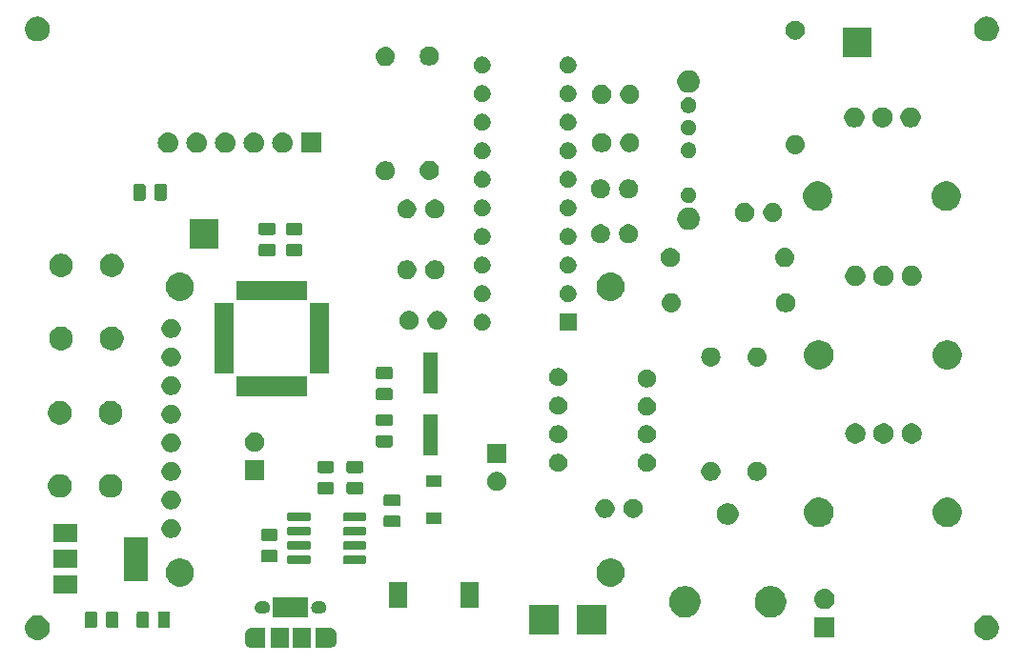
<source format=gbr>
G04 #@! TF.GenerationSoftware,KiCad,Pcbnew,(5.1.2-1)-1*
G04 #@! TF.CreationDate,2019-07-12T16:43:51-07:00*
G04 #@! TF.ProjectId,wavegenerator_v1,77617665-6765-46e6-9572-61746f725f76,rev?*
G04 #@! TF.SameCoordinates,Original*
G04 #@! TF.FileFunction,Soldermask,Top*
G04 #@! TF.FilePolarity,Negative*
%FSLAX46Y46*%
G04 Gerber Fmt 4.6, Leading zero omitted, Abs format (unit mm)*
G04 Created by KiCad (PCBNEW (5.1.2-1)-1) date 2019-07-12 16:43:51*
%MOMM*%
%LPD*%
G04 APERTURE LIST*
%ADD10C,0.100000*%
G04 APERTURE END LIST*
D10*
G36*
X66920961Y-97623399D02*
G01*
X66933201Y-97624000D01*
X68151000Y-97624000D01*
X68151000Y-99376000D01*
X66933201Y-99376000D01*
X66920961Y-99376601D01*
X66900000Y-99378666D01*
X66879039Y-99376601D01*
X66866799Y-99376000D01*
X66795770Y-99376000D01*
X66793447Y-99374094D01*
X66771836Y-99362543D01*
X66760307Y-99358418D01*
X66688122Y-99336521D01*
X66660946Y-99321995D01*
X66592401Y-99285357D01*
X66508500Y-99216501D01*
X66439645Y-99132601D01*
X66388480Y-99036879D01*
X66356973Y-98933015D01*
X66349000Y-98852067D01*
X66349000Y-98147934D01*
X66356973Y-98066986D01*
X66388479Y-97963122D01*
X66439644Y-97867400D01*
X66508499Y-97783499D01*
X66592400Y-97714644D01*
X66592399Y-97714644D01*
X66592401Y-97714643D01*
X66636957Y-97690827D01*
X66688121Y-97663479D01*
X66744309Y-97646435D01*
X66760287Y-97641588D01*
X66782925Y-97632211D01*
X66795214Y-97624000D01*
X66866799Y-97624000D01*
X66879039Y-97623399D01*
X66900000Y-97621334D01*
X66920961Y-97623399D01*
X66920961Y-97623399D01*
G37*
G36*
X73920961Y-97623399D02*
G01*
X73933201Y-97624000D01*
X74004230Y-97624000D01*
X74006553Y-97625906D01*
X74028164Y-97637457D01*
X74039693Y-97641582D01*
X74111878Y-97663479D01*
X74155907Y-97687013D01*
X74207599Y-97714643D01*
X74207601Y-97714644D01*
X74207600Y-97714644D01*
X74291501Y-97783499D01*
X74360356Y-97867400D01*
X74411521Y-97963121D01*
X74443027Y-98066985D01*
X74451000Y-98147933D01*
X74451000Y-98852067D01*
X74443027Y-98933015D01*
X74411521Y-99036879D01*
X74411519Y-99036882D01*
X74360357Y-99132600D01*
X74291501Y-99216501D01*
X74207600Y-99285357D01*
X74145221Y-99318699D01*
X74111879Y-99336521D01*
X74071518Y-99348764D01*
X74039713Y-99358412D01*
X74017075Y-99367789D01*
X74004786Y-99376000D01*
X73933201Y-99376000D01*
X73920961Y-99376601D01*
X73900000Y-99378666D01*
X73879039Y-99376601D01*
X73866799Y-99376000D01*
X72649000Y-99376000D01*
X72649000Y-97624000D01*
X73866799Y-97624000D01*
X73879039Y-97623399D01*
X73900000Y-97621334D01*
X73920961Y-97623399D01*
X73920961Y-97623399D01*
G37*
G36*
X72201000Y-99376000D02*
G01*
X70599000Y-99376000D01*
X70599000Y-97624000D01*
X72201000Y-97624000D01*
X72201000Y-99376000D01*
X72201000Y-99376000D01*
G37*
G36*
X70201000Y-99376000D02*
G01*
X68599000Y-99376000D01*
X68599000Y-97624000D01*
X70201000Y-97624000D01*
X70201000Y-99376000D01*
X70201000Y-99376000D01*
G37*
G36*
X48114795Y-96520156D02*
G01*
X48221150Y-96541311D01*
X48421520Y-96624307D01*
X48601844Y-96744795D01*
X48755205Y-96898156D01*
X48875693Y-97078480D01*
X48875693Y-97078481D01*
X48958689Y-97278850D01*
X49001000Y-97491561D01*
X49001000Y-97708439D01*
X48958689Y-97921150D01*
X48917191Y-98021334D01*
X48875693Y-98121520D01*
X48755205Y-98301844D01*
X48601844Y-98455205D01*
X48421520Y-98575693D01*
X48321334Y-98617191D01*
X48221150Y-98658689D01*
X48114794Y-98679845D01*
X48008440Y-98701000D01*
X47791560Y-98701000D01*
X47685206Y-98679845D01*
X47578850Y-98658689D01*
X47378480Y-98575693D01*
X47198156Y-98455205D01*
X47044795Y-98301844D01*
X46924307Y-98121520D01*
X46882809Y-98021334D01*
X46841311Y-97921150D01*
X46799000Y-97708439D01*
X46799000Y-97491561D01*
X46841311Y-97278850D01*
X46924307Y-97078481D01*
X46924307Y-97078480D01*
X47044795Y-96898156D01*
X47198156Y-96744795D01*
X47378480Y-96624307D01*
X47578850Y-96541311D01*
X47685205Y-96520156D01*
X47791560Y-96499000D01*
X48008440Y-96499000D01*
X48114795Y-96520156D01*
X48114795Y-96520156D01*
G37*
G36*
X132414795Y-96520156D02*
G01*
X132521150Y-96541311D01*
X132721520Y-96624307D01*
X132901844Y-96744795D01*
X133055205Y-96898156D01*
X133175693Y-97078480D01*
X133175693Y-97078481D01*
X133258689Y-97278850D01*
X133301000Y-97491561D01*
X133301000Y-97708439D01*
X133258689Y-97921150D01*
X133217191Y-98021334D01*
X133175693Y-98121520D01*
X133055205Y-98301844D01*
X132901844Y-98455205D01*
X132721520Y-98575693D01*
X132621334Y-98617191D01*
X132521150Y-98658689D01*
X132414794Y-98679845D01*
X132308440Y-98701000D01*
X132091560Y-98701000D01*
X131985206Y-98679845D01*
X131878850Y-98658689D01*
X131678480Y-98575693D01*
X131498156Y-98455205D01*
X131344795Y-98301844D01*
X131224307Y-98121520D01*
X131182809Y-98021334D01*
X131141311Y-97921150D01*
X131099000Y-97708439D01*
X131099000Y-97491561D01*
X131141311Y-97278850D01*
X131224307Y-97078481D01*
X131224307Y-97078480D01*
X131344795Y-96898156D01*
X131498156Y-96744795D01*
X131678480Y-96624307D01*
X131878850Y-96541311D01*
X131985205Y-96520156D01*
X132091560Y-96499000D01*
X132308440Y-96499000D01*
X132414795Y-96520156D01*
X132414795Y-96520156D01*
G37*
G36*
X118701000Y-98501000D02*
G01*
X116899000Y-98501000D01*
X116899000Y-96699000D01*
X118701000Y-96699000D01*
X118701000Y-98501000D01*
X118701000Y-98501000D01*
G37*
G36*
X98401000Y-98201000D02*
G01*
X95799000Y-98201000D01*
X95799000Y-95599000D01*
X98401000Y-95599000D01*
X98401000Y-98201000D01*
X98401000Y-98201000D01*
G37*
G36*
X94201000Y-98201000D02*
G01*
X91599000Y-98201000D01*
X91599000Y-95599000D01*
X94201000Y-95599000D01*
X94201000Y-98201000D01*
X94201000Y-98201000D01*
G37*
G36*
X59509468Y-96153565D02*
G01*
X59548138Y-96165296D01*
X59583777Y-96184346D01*
X59615017Y-96209983D01*
X59640654Y-96241223D01*
X59659704Y-96276862D01*
X59671435Y-96315532D01*
X59676000Y-96361888D01*
X59676000Y-97438112D01*
X59671435Y-97484468D01*
X59659704Y-97523138D01*
X59640654Y-97558777D01*
X59615017Y-97590017D01*
X59583777Y-97615654D01*
X59548138Y-97634704D01*
X59509468Y-97646435D01*
X59463112Y-97651000D01*
X58811888Y-97651000D01*
X58765532Y-97646435D01*
X58726862Y-97634704D01*
X58691223Y-97615654D01*
X58659983Y-97590017D01*
X58634346Y-97558777D01*
X58615296Y-97523138D01*
X58603565Y-97484468D01*
X58599000Y-97438112D01*
X58599000Y-96361888D01*
X58603565Y-96315532D01*
X58615296Y-96276862D01*
X58634346Y-96241223D01*
X58659983Y-96209983D01*
X58691223Y-96184346D01*
X58726862Y-96165296D01*
X58765532Y-96153565D01*
X58811888Y-96149000D01*
X59463112Y-96149000D01*
X59509468Y-96153565D01*
X59509468Y-96153565D01*
G37*
G36*
X57634468Y-96153565D02*
G01*
X57673138Y-96165296D01*
X57708777Y-96184346D01*
X57740017Y-96209983D01*
X57765654Y-96241223D01*
X57784704Y-96276862D01*
X57796435Y-96315532D01*
X57801000Y-96361888D01*
X57801000Y-97438112D01*
X57796435Y-97484468D01*
X57784704Y-97523138D01*
X57765654Y-97558777D01*
X57740017Y-97590017D01*
X57708777Y-97615654D01*
X57673138Y-97634704D01*
X57634468Y-97646435D01*
X57588112Y-97651000D01*
X56936888Y-97651000D01*
X56890532Y-97646435D01*
X56851862Y-97634704D01*
X56816223Y-97615654D01*
X56784983Y-97590017D01*
X56759346Y-97558777D01*
X56740296Y-97523138D01*
X56728565Y-97484468D01*
X56724000Y-97438112D01*
X56724000Y-96361888D01*
X56728565Y-96315532D01*
X56740296Y-96276862D01*
X56759346Y-96241223D01*
X56784983Y-96209983D01*
X56816223Y-96184346D01*
X56851862Y-96165296D01*
X56890532Y-96153565D01*
X56936888Y-96149000D01*
X57588112Y-96149000D01*
X57634468Y-96153565D01*
X57634468Y-96153565D01*
G37*
G36*
X54909468Y-96153565D02*
G01*
X54948138Y-96165296D01*
X54983777Y-96184346D01*
X55015017Y-96209983D01*
X55040654Y-96241223D01*
X55059704Y-96276862D01*
X55071435Y-96315532D01*
X55076000Y-96361888D01*
X55076000Y-97438112D01*
X55071435Y-97484468D01*
X55059704Y-97523138D01*
X55040654Y-97558777D01*
X55015017Y-97590017D01*
X54983777Y-97615654D01*
X54948138Y-97634704D01*
X54909468Y-97646435D01*
X54863112Y-97651000D01*
X54211888Y-97651000D01*
X54165532Y-97646435D01*
X54126862Y-97634704D01*
X54091223Y-97615654D01*
X54059983Y-97590017D01*
X54034346Y-97558777D01*
X54015296Y-97523138D01*
X54003565Y-97484468D01*
X53999000Y-97438112D01*
X53999000Y-96361888D01*
X54003565Y-96315532D01*
X54015296Y-96276862D01*
X54034346Y-96241223D01*
X54059983Y-96209983D01*
X54091223Y-96184346D01*
X54126862Y-96165296D01*
X54165532Y-96153565D01*
X54211888Y-96149000D01*
X54863112Y-96149000D01*
X54909468Y-96153565D01*
X54909468Y-96153565D01*
G37*
G36*
X53034468Y-96153565D02*
G01*
X53073138Y-96165296D01*
X53108777Y-96184346D01*
X53140017Y-96209983D01*
X53165654Y-96241223D01*
X53184704Y-96276862D01*
X53196435Y-96315532D01*
X53201000Y-96361888D01*
X53201000Y-97438112D01*
X53196435Y-97484468D01*
X53184704Y-97523138D01*
X53165654Y-97558777D01*
X53140017Y-97590017D01*
X53108777Y-97615654D01*
X53073138Y-97634704D01*
X53034468Y-97646435D01*
X52988112Y-97651000D01*
X52336888Y-97651000D01*
X52290532Y-97646435D01*
X52251862Y-97634704D01*
X52216223Y-97615654D01*
X52184983Y-97590017D01*
X52159346Y-97558777D01*
X52140296Y-97523138D01*
X52128565Y-97484468D01*
X52124000Y-97438112D01*
X52124000Y-96361888D01*
X52128565Y-96315532D01*
X52140296Y-96276862D01*
X52159346Y-96241223D01*
X52184983Y-96209983D01*
X52216223Y-96184346D01*
X52251862Y-96165296D01*
X52290532Y-96153565D01*
X52336888Y-96149000D01*
X52988112Y-96149000D01*
X53034468Y-96153565D01*
X53034468Y-96153565D01*
G37*
G36*
X113318433Y-93934893D02*
G01*
X113408657Y-93952839D01*
X113514267Y-93996585D01*
X113663621Y-94058449D01*
X113663622Y-94058450D01*
X113893086Y-94211772D01*
X114088228Y-94406914D01*
X114096847Y-94419814D01*
X114241551Y-94636379D01*
X114303415Y-94785733D01*
X114343861Y-94883375D01*
X114347161Y-94891344D01*
X114401000Y-95162012D01*
X114401000Y-95437988D01*
X114347161Y-95708656D01*
X114241551Y-95963621D01*
X114241550Y-95963622D01*
X114088228Y-96193086D01*
X113893086Y-96388228D01*
X113739763Y-96490675D01*
X113663621Y-96541551D01*
X113514267Y-96603415D01*
X113408657Y-96647161D01*
X113318433Y-96665107D01*
X113137988Y-96701000D01*
X112862012Y-96701000D01*
X112681567Y-96665107D01*
X112591343Y-96647161D01*
X112485733Y-96603415D01*
X112336379Y-96541551D01*
X112260237Y-96490675D01*
X112106914Y-96388228D01*
X111911772Y-96193086D01*
X111758450Y-95963622D01*
X111758449Y-95963621D01*
X111652839Y-95708656D01*
X111599000Y-95437988D01*
X111599000Y-95162012D01*
X111652839Y-94891344D01*
X111656140Y-94883375D01*
X111696585Y-94785733D01*
X111758449Y-94636379D01*
X111903153Y-94419814D01*
X111911772Y-94406914D01*
X112106914Y-94211772D01*
X112336378Y-94058450D01*
X112336379Y-94058449D01*
X112485733Y-93996585D01*
X112591343Y-93952839D01*
X112681567Y-93934893D01*
X112862012Y-93899000D01*
X113137988Y-93899000D01*
X113318433Y-93934893D01*
X113318433Y-93934893D01*
G37*
G36*
X105718433Y-93934893D02*
G01*
X105808657Y-93952839D01*
X105914267Y-93996585D01*
X106063621Y-94058449D01*
X106063622Y-94058450D01*
X106293086Y-94211772D01*
X106488228Y-94406914D01*
X106496847Y-94419814D01*
X106641551Y-94636379D01*
X106703415Y-94785733D01*
X106743861Y-94883375D01*
X106747161Y-94891344D01*
X106801000Y-95162012D01*
X106801000Y-95437988D01*
X106747161Y-95708656D01*
X106641551Y-95963621D01*
X106641550Y-95963622D01*
X106488228Y-96193086D01*
X106293086Y-96388228D01*
X106139763Y-96490675D01*
X106063621Y-96541551D01*
X105914267Y-96603415D01*
X105808657Y-96647161D01*
X105718433Y-96665107D01*
X105537988Y-96701000D01*
X105262012Y-96701000D01*
X105081567Y-96665107D01*
X104991343Y-96647161D01*
X104885733Y-96603415D01*
X104736379Y-96541551D01*
X104660237Y-96490675D01*
X104506914Y-96388228D01*
X104311772Y-96193086D01*
X104158450Y-95963622D01*
X104158449Y-95963621D01*
X104052839Y-95708656D01*
X103999000Y-95437988D01*
X103999000Y-95162012D01*
X104052839Y-94891344D01*
X104056140Y-94883375D01*
X104096585Y-94785733D01*
X104158449Y-94636379D01*
X104303153Y-94419814D01*
X104311772Y-94406914D01*
X104506914Y-94211772D01*
X104736378Y-94058450D01*
X104736379Y-94058449D01*
X104885733Y-93996585D01*
X104991343Y-93952839D01*
X105081567Y-93934893D01*
X105262012Y-93899000D01*
X105537988Y-93899000D01*
X105718433Y-93934893D01*
X105718433Y-93934893D01*
G37*
G36*
X71926000Y-96676000D02*
G01*
X68824000Y-96676000D01*
X68824000Y-95852260D01*
X68821598Y-95827874D01*
X68814485Y-95804425D01*
X68812053Y-95799874D01*
X68818618Y-95784025D01*
X68823398Y-95759992D01*
X68824000Y-95747740D01*
X68824000Y-94924000D01*
X71926000Y-94924000D01*
X71926000Y-96676000D01*
X71926000Y-96676000D01*
G37*
G36*
X68153114Y-95281611D02*
G01*
X68252265Y-95311688D01*
X68343644Y-95360531D01*
X68423738Y-95426262D01*
X68489469Y-95506356D01*
X68538312Y-95597735D01*
X68568389Y-95696886D01*
X68573398Y-95747740D01*
X68574604Y-95759992D01*
X68579384Y-95784025D01*
X68585949Y-95799874D01*
X68583517Y-95804425D01*
X68576404Y-95827874D01*
X68574605Y-95839998D01*
X68568389Y-95903114D01*
X68538312Y-96002265D01*
X68489469Y-96093644D01*
X68423738Y-96173738D01*
X68343644Y-96239469D01*
X68252265Y-96288312D01*
X68153114Y-96318389D01*
X68075839Y-96326000D01*
X67724161Y-96326000D01*
X67646886Y-96318389D01*
X67547735Y-96288312D01*
X67456356Y-96239469D01*
X67376262Y-96173738D01*
X67310531Y-96093644D01*
X67261688Y-96002265D01*
X67231611Y-95903114D01*
X67221455Y-95800000D01*
X67231611Y-95696886D01*
X67261688Y-95597735D01*
X67310531Y-95506356D01*
X67376262Y-95426262D01*
X67456356Y-95360531D01*
X67547735Y-95311688D01*
X67646886Y-95281611D01*
X67724161Y-95274000D01*
X68075839Y-95274000D01*
X68153114Y-95281611D01*
X68153114Y-95281611D01*
G37*
G36*
X73153114Y-95281611D02*
G01*
X73252265Y-95311688D01*
X73343644Y-95360531D01*
X73423738Y-95426262D01*
X73489469Y-95506356D01*
X73538312Y-95597735D01*
X73568389Y-95696886D01*
X73578545Y-95800000D01*
X73568389Y-95903114D01*
X73538312Y-96002265D01*
X73489469Y-96093644D01*
X73423738Y-96173738D01*
X73343644Y-96239469D01*
X73252265Y-96288312D01*
X73153114Y-96318389D01*
X73075839Y-96326000D01*
X72724161Y-96326000D01*
X72646886Y-96318389D01*
X72547735Y-96288312D01*
X72456356Y-96239469D01*
X72376262Y-96173738D01*
X72310531Y-96093644D01*
X72261688Y-96002265D01*
X72231611Y-95903114D01*
X72221455Y-95800000D01*
X72231611Y-95696886D01*
X72261688Y-95597735D01*
X72310531Y-95506356D01*
X72376262Y-95426262D01*
X72456356Y-95360531D01*
X72547735Y-95311688D01*
X72646886Y-95281611D01*
X72724161Y-95274000D01*
X73075839Y-95274000D01*
X73153114Y-95281611D01*
X73153114Y-95281611D01*
G37*
G36*
X117910442Y-94165518D02*
G01*
X117976627Y-94172037D01*
X118146466Y-94223557D01*
X118302991Y-94307222D01*
X118338729Y-94336552D01*
X118440186Y-94419814D01*
X118523448Y-94521271D01*
X118552778Y-94557009D01*
X118636443Y-94713534D01*
X118687963Y-94883373D01*
X118705359Y-95060000D01*
X118687963Y-95236627D01*
X118636443Y-95406466D01*
X118552778Y-95562991D01*
X118524265Y-95597734D01*
X118440186Y-95700186D01*
X118338729Y-95783448D01*
X118302991Y-95812778D01*
X118146466Y-95896443D01*
X117976627Y-95947963D01*
X117910443Y-95954481D01*
X117844260Y-95961000D01*
X117755740Y-95961000D01*
X117689558Y-95954482D01*
X117623373Y-95947963D01*
X117453534Y-95896443D01*
X117297009Y-95812778D01*
X117261271Y-95783448D01*
X117159814Y-95700186D01*
X117075735Y-95597734D01*
X117047222Y-95562991D01*
X116963557Y-95406466D01*
X116912037Y-95236627D01*
X116894641Y-95060000D01*
X116912037Y-94883373D01*
X116963557Y-94713534D01*
X117047222Y-94557009D01*
X117076552Y-94521271D01*
X117159814Y-94419814D01*
X117261271Y-94336552D01*
X117297009Y-94307222D01*
X117453534Y-94223557D01*
X117623373Y-94172037D01*
X117689558Y-94165518D01*
X117755740Y-94159000D01*
X117844260Y-94159000D01*
X117910442Y-94165518D01*
X117910442Y-94165518D01*
G37*
G36*
X80701000Y-95851000D02*
G01*
X79099000Y-95851000D01*
X79099000Y-93549000D01*
X80701000Y-93549000D01*
X80701000Y-95851000D01*
X80701000Y-95851000D01*
G37*
G36*
X87101000Y-95851000D02*
G01*
X85499000Y-95851000D01*
X85499000Y-93549000D01*
X87101000Y-93549000D01*
X87101000Y-95851000D01*
X87101000Y-95851000D01*
G37*
G36*
X51401000Y-94601000D02*
G01*
X49299000Y-94601000D01*
X49299000Y-92999000D01*
X51401000Y-92999000D01*
X51401000Y-94601000D01*
X51401000Y-94601000D01*
G37*
G36*
X60924903Y-91497075D02*
G01*
X61152571Y-91591378D01*
X61357466Y-91728285D01*
X61531715Y-91902534D01*
X61668622Y-92107429D01*
X61762925Y-92335097D01*
X61811000Y-92576787D01*
X61811000Y-92823213D01*
X61762925Y-93064903D01*
X61668622Y-93292571D01*
X61531715Y-93497466D01*
X61357466Y-93671715D01*
X61152571Y-93808622D01*
X61152570Y-93808623D01*
X61152569Y-93808623D01*
X60924903Y-93902925D01*
X60683214Y-93951000D01*
X60436786Y-93951000D01*
X60195097Y-93902925D01*
X59967431Y-93808623D01*
X59967430Y-93808623D01*
X59967429Y-93808622D01*
X59762534Y-93671715D01*
X59588285Y-93497466D01*
X59451378Y-93292571D01*
X59357075Y-93064903D01*
X59309000Y-92823213D01*
X59309000Y-92576787D01*
X59357075Y-92335097D01*
X59451378Y-92107429D01*
X59588285Y-91902534D01*
X59762534Y-91728285D01*
X59967429Y-91591378D01*
X60195097Y-91497075D01*
X60436786Y-91449000D01*
X60683214Y-91449000D01*
X60924903Y-91497075D01*
X60924903Y-91497075D01*
G37*
G36*
X99164903Y-91497075D02*
G01*
X99392571Y-91591378D01*
X99597466Y-91728285D01*
X99771715Y-91902534D01*
X99908622Y-92107429D01*
X100002925Y-92335097D01*
X100051000Y-92576787D01*
X100051000Y-92823213D01*
X100002925Y-93064903D01*
X99908622Y-93292571D01*
X99771715Y-93497466D01*
X99597466Y-93671715D01*
X99392571Y-93808622D01*
X99392570Y-93808623D01*
X99392569Y-93808623D01*
X99164903Y-93902925D01*
X98923214Y-93951000D01*
X98676786Y-93951000D01*
X98435097Y-93902925D01*
X98207431Y-93808623D01*
X98207430Y-93808623D01*
X98207429Y-93808622D01*
X98002534Y-93671715D01*
X97828285Y-93497466D01*
X97691378Y-93292571D01*
X97597075Y-93064903D01*
X97549000Y-92823213D01*
X97549000Y-92576787D01*
X97597075Y-92335097D01*
X97691378Y-92107429D01*
X97828285Y-91902534D01*
X98002534Y-91728285D01*
X98207429Y-91591378D01*
X98435097Y-91497075D01*
X98676786Y-91449000D01*
X98923214Y-91449000D01*
X99164903Y-91497075D01*
X99164903Y-91497075D01*
G37*
G36*
X57701000Y-93451000D02*
G01*
X55599000Y-93451000D01*
X55599000Y-89549000D01*
X57701000Y-89549000D01*
X57701000Y-93451000D01*
X57701000Y-93451000D01*
G37*
G36*
X51401000Y-92301000D02*
G01*
X49299000Y-92301000D01*
X49299000Y-90699000D01*
X51401000Y-90699000D01*
X51401000Y-92301000D01*
X51401000Y-92301000D01*
G37*
G36*
X72054928Y-91216764D02*
G01*
X72076009Y-91223160D01*
X72095445Y-91233548D01*
X72112476Y-91247524D01*
X72126452Y-91264555D01*
X72136840Y-91283991D01*
X72143236Y-91305072D01*
X72146000Y-91333140D01*
X72146000Y-91796860D01*
X72143236Y-91824928D01*
X72136840Y-91846009D01*
X72126452Y-91865445D01*
X72112476Y-91882476D01*
X72095445Y-91896452D01*
X72076009Y-91906840D01*
X72054928Y-91913236D01*
X72026860Y-91916000D01*
X70213140Y-91916000D01*
X70185072Y-91913236D01*
X70163991Y-91906840D01*
X70144555Y-91896452D01*
X70127524Y-91882476D01*
X70113548Y-91865445D01*
X70103160Y-91846009D01*
X70096764Y-91824928D01*
X70094000Y-91796860D01*
X70094000Y-91333140D01*
X70096764Y-91305072D01*
X70103160Y-91283991D01*
X70113548Y-91264555D01*
X70127524Y-91247524D01*
X70144555Y-91233548D01*
X70163991Y-91223160D01*
X70185072Y-91216764D01*
X70213140Y-91214000D01*
X72026860Y-91214000D01*
X72054928Y-91216764D01*
X72054928Y-91216764D01*
G37*
G36*
X77004928Y-91216764D02*
G01*
X77026009Y-91223160D01*
X77045445Y-91233548D01*
X77062476Y-91247524D01*
X77076452Y-91264555D01*
X77086840Y-91283991D01*
X77093236Y-91305072D01*
X77096000Y-91333140D01*
X77096000Y-91796860D01*
X77093236Y-91824928D01*
X77086840Y-91846009D01*
X77076452Y-91865445D01*
X77062476Y-91882476D01*
X77045445Y-91896452D01*
X77026009Y-91906840D01*
X77004928Y-91913236D01*
X76976860Y-91916000D01*
X75163140Y-91916000D01*
X75135072Y-91913236D01*
X75113991Y-91906840D01*
X75094555Y-91896452D01*
X75077524Y-91882476D01*
X75063548Y-91865445D01*
X75053160Y-91846009D01*
X75046764Y-91824928D01*
X75044000Y-91796860D01*
X75044000Y-91333140D01*
X75046764Y-91305072D01*
X75053160Y-91283991D01*
X75063548Y-91264555D01*
X75077524Y-91247524D01*
X75094555Y-91233548D01*
X75113991Y-91223160D01*
X75135072Y-91216764D01*
X75163140Y-91214000D01*
X76976860Y-91214000D01*
X77004928Y-91216764D01*
X77004928Y-91216764D01*
G37*
G36*
X69084468Y-90703565D02*
G01*
X69123138Y-90715296D01*
X69158777Y-90734346D01*
X69190017Y-90759983D01*
X69215654Y-90791223D01*
X69234704Y-90826862D01*
X69246435Y-90865532D01*
X69251000Y-90911888D01*
X69251000Y-91563112D01*
X69246435Y-91609468D01*
X69234704Y-91648138D01*
X69215654Y-91683777D01*
X69190017Y-91715017D01*
X69158777Y-91740654D01*
X69123138Y-91759704D01*
X69084468Y-91771435D01*
X69038112Y-91776000D01*
X67961888Y-91776000D01*
X67915532Y-91771435D01*
X67876862Y-91759704D01*
X67841223Y-91740654D01*
X67809983Y-91715017D01*
X67784346Y-91683777D01*
X67765296Y-91648138D01*
X67753565Y-91609468D01*
X67749000Y-91563112D01*
X67749000Y-90911888D01*
X67753565Y-90865532D01*
X67765296Y-90826862D01*
X67784346Y-90791223D01*
X67809983Y-90759983D01*
X67841223Y-90734346D01*
X67876862Y-90715296D01*
X67915532Y-90703565D01*
X67961888Y-90699000D01*
X69038112Y-90699000D01*
X69084468Y-90703565D01*
X69084468Y-90703565D01*
G37*
G36*
X77004928Y-89946764D02*
G01*
X77026009Y-89953160D01*
X77045445Y-89963548D01*
X77062476Y-89977524D01*
X77076452Y-89994555D01*
X77086840Y-90013991D01*
X77093236Y-90035072D01*
X77096000Y-90063140D01*
X77096000Y-90526860D01*
X77093236Y-90554928D01*
X77086840Y-90576009D01*
X77076452Y-90595445D01*
X77062476Y-90612476D01*
X77045445Y-90626452D01*
X77026009Y-90636840D01*
X77004928Y-90643236D01*
X76976860Y-90646000D01*
X75163140Y-90646000D01*
X75135072Y-90643236D01*
X75113991Y-90636840D01*
X75094555Y-90626452D01*
X75077524Y-90612476D01*
X75063548Y-90595445D01*
X75053160Y-90576009D01*
X75046764Y-90554928D01*
X75044000Y-90526860D01*
X75044000Y-90063140D01*
X75046764Y-90035072D01*
X75053160Y-90013991D01*
X75063548Y-89994555D01*
X75077524Y-89977524D01*
X75094555Y-89963548D01*
X75113991Y-89953160D01*
X75135072Y-89946764D01*
X75163140Y-89944000D01*
X76976860Y-89944000D01*
X77004928Y-89946764D01*
X77004928Y-89946764D01*
G37*
G36*
X72054928Y-89946764D02*
G01*
X72076009Y-89953160D01*
X72095445Y-89963548D01*
X72112476Y-89977524D01*
X72126452Y-89994555D01*
X72136840Y-90013991D01*
X72143236Y-90035072D01*
X72146000Y-90063140D01*
X72146000Y-90526860D01*
X72143236Y-90554928D01*
X72136840Y-90576009D01*
X72126452Y-90595445D01*
X72112476Y-90612476D01*
X72095445Y-90626452D01*
X72076009Y-90636840D01*
X72054928Y-90643236D01*
X72026860Y-90646000D01*
X70213140Y-90646000D01*
X70185072Y-90643236D01*
X70163991Y-90636840D01*
X70144555Y-90626452D01*
X70127524Y-90612476D01*
X70113548Y-90595445D01*
X70103160Y-90576009D01*
X70096764Y-90554928D01*
X70094000Y-90526860D01*
X70094000Y-90063140D01*
X70096764Y-90035072D01*
X70103160Y-90013991D01*
X70113548Y-89994555D01*
X70127524Y-89977524D01*
X70144555Y-89963548D01*
X70163991Y-89953160D01*
X70185072Y-89946764D01*
X70213140Y-89944000D01*
X72026860Y-89944000D01*
X72054928Y-89946764D01*
X72054928Y-89946764D01*
G37*
G36*
X51401000Y-90001000D02*
G01*
X49299000Y-90001000D01*
X49299000Y-88399000D01*
X51401000Y-88399000D01*
X51401000Y-90001000D01*
X51401000Y-90001000D01*
G37*
G36*
X69084468Y-88828565D02*
G01*
X69123138Y-88840296D01*
X69158777Y-88859346D01*
X69190017Y-88884983D01*
X69215654Y-88916223D01*
X69234704Y-88951862D01*
X69246435Y-88990532D01*
X69251000Y-89036888D01*
X69251000Y-89688112D01*
X69246435Y-89734468D01*
X69234704Y-89773138D01*
X69215654Y-89808777D01*
X69190017Y-89840017D01*
X69158777Y-89865654D01*
X69123138Y-89884704D01*
X69084468Y-89896435D01*
X69038112Y-89901000D01*
X67961888Y-89901000D01*
X67915532Y-89896435D01*
X67876862Y-89884704D01*
X67841223Y-89865654D01*
X67809983Y-89840017D01*
X67784346Y-89808777D01*
X67765296Y-89773138D01*
X67753565Y-89734468D01*
X67749000Y-89688112D01*
X67749000Y-89036888D01*
X67753565Y-88990532D01*
X67765296Y-88951862D01*
X67784346Y-88916223D01*
X67809983Y-88884983D01*
X67841223Y-88859346D01*
X67876862Y-88840296D01*
X67915532Y-88828565D01*
X67961888Y-88824000D01*
X69038112Y-88824000D01*
X69084468Y-88828565D01*
X69084468Y-88828565D01*
G37*
G36*
X60028228Y-87971703D02*
G01*
X60183100Y-88035853D01*
X60322481Y-88128985D01*
X60441015Y-88247519D01*
X60534147Y-88386900D01*
X60598297Y-88541772D01*
X60631000Y-88706184D01*
X60631000Y-88873816D01*
X60598297Y-89038228D01*
X60534147Y-89193100D01*
X60441015Y-89332481D01*
X60322481Y-89451015D01*
X60183100Y-89544147D01*
X60028228Y-89608297D01*
X59863816Y-89641000D01*
X59696184Y-89641000D01*
X59531772Y-89608297D01*
X59376900Y-89544147D01*
X59237519Y-89451015D01*
X59118985Y-89332481D01*
X59025853Y-89193100D01*
X58961703Y-89038228D01*
X58929000Y-88873816D01*
X58929000Y-88706184D01*
X58961703Y-88541772D01*
X59025853Y-88386900D01*
X59118985Y-88247519D01*
X59237519Y-88128985D01*
X59376900Y-88035853D01*
X59531772Y-87971703D01*
X59696184Y-87939000D01*
X59863816Y-87939000D01*
X60028228Y-87971703D01*
X60028228Y-87971703D01*
G37*
G36*
X72054928Y-88676764D02*
G01*
X72076009Y-88683160D01*
X72095445Y-88693548D01*
X72112476Y-88707524D01*
X72126452Y-88724555D01*
X72136840Y-88743991D01*
X72143236Y-88765072D01*
X72146000Y-88793140D01*
X72146000Y-89256860D01*
X72143236Y-89284928D01*
X72136840Y-89306009D01*
X72126452Y-89325445D01*
X72112476Y-89342476D01*
X72095445Y-89356452D01*
X72076009Y-89366840D01*
X72054928Y-89373236D01*
X72026860Y-89376000D01*
X70213140Y-89376000D01*
X70185072Y-89373236D01*
X70163991Y-89366840D01*
X70144555Y-89356452D01*
X70127524Y-89342476D01*
X70113548Y-89325445D01*
X70103160Y-89306009D01*
X70096764Y-89284928D01*
X70094000Y-89256860D01*
X70094000Y-88793140D01*
X70096764Y-88765072D01*
X70103160Y-88743991D01*
X70113548Y-88724555D01*
X70127524Y-88707524D01*
X70144555Y-88693548D01*
X70163991Y-88683160D01*
X70185072Y-88676764D01*
X70213140Y-88674000D01*
X72026860Y-88674000D01*
X72054928Y-88676764D01*
X72054928Y-88676764D01*
G37*
G36*
X77004928Y-88676764D02*
G01*
X77026009Y-88683160D01*
X77045445Y-88693548D01*
X77062476Y-88707524D01*
X77076452Y-88724555D01*
X77086840Y-88743991D01*
X77093236Y-88765072D01*
X77096000Y-88793140D01*
X77096000Y-89256860D01*
X77093236Y-89284928D01*
X77086840Y-89306009D01*
X77076452Y-89325445D01*
X77062476Y-89342476D01*
X77045445Y-89356452D01*
X77026009Y-89366840D01*
X77004928Y-89373236D01*
X76976860Y-89376000D01*
X75163140Y-89376000D01*
X75135072Y-89373236D01*
X75113991Y-89366840D01*
X75094555Y-89356452D01*
X75077524Y-89342476D01*
X75063548Y-89325445D01*
X75053160Y-89306009D01*
X75046764Y-89284928D01*
X75044000Y-89256860D01*
X75044000Y-88793140D01*
X75046764Y-88765072D01*
X75053160Y-88743991D01*
X75063548Y-88724555D01*
X75077524Y-88707524D01*
X75094555Y-88693548D01*
X75113991Y-88683160D01*
X75135072Y-88676764D01*
X75163140Y-88674000D01*
X76976860Y-88674000D01*
X77004928Y-88676764D01*
X77004928Y-88676764D01*
G37*
G36*
X79984468Y-87603565D02*
G01*
X80023138Y-87615296D01*
X80058777Y-87634346D01*
X80090017Y-87659983D01*
X80115654Y-87691223D01*
X80134704Y-87726862D01*
X80146435Y-87765532D01*
X80151000Y-87811888D01*
X80151000Y-88463112D01*
X80146435Y-88509468D01*
X80134704Y-88548138D01*
X80115654Y-88583777D01*
X80090017Y-88615017D01*
X80058777Y-88640654D01*
X80023138Y-88659704D01*
X79984468Y-88671435D01*
X79938112Y-88676000D01*
X78861888Y-88676000D01*
X78815532Y-88671435D01*
X78776862Y-88659704D01*
X78741223Y-88640654D01*
X78709983Y-88615017D01*
X78684346Y-88583777D01*
X78665296Y-88548138D01*
X78653565Y-88509468D01*
X78649000Y-88463112D01*
X78649000Y-87811888D01*
X78653565Y-87765532D01*
X78665296Y-87726862D01*
X78684346Y-87691223D01*
X78709983Y-87659983D01*
X78741223Y-87634346D01*
X78776862Y-87615296D01*
X78815532Y-87603565D01*
X78861888Y-87599000D01*
X79938112Y-87599000D01*
X79984468Y-87603565D01*
X79984468Y-87603565D01*
G37*
G36*
X117679487Y-86098996D02*
G01*
X117916253Y-86197068D01*
X117916255Y-86197069D01*
X118129339Y-86339447D01*
X118310553Y-86520661D01*
X118394703Y-86646600D01*
X118452932Y-86733747D01*
X118551004Y-86970513D01*
X118601000Y-87221861D01*
X118601000Y-87478139D01*
X118551004Y-87729487D01*
X118452932Y-87966253D01*
X118452931Y-87966255D01*
X118310553Y-88179339D01*
X118129339Y-88360553D01*
X117916255Y-88502931D01*
X117916254Y-88502932D01*
X117916253Y-88502932D01*
X117679487Y-88601004D01*
X117428139Y-88651000D01*
X117171861Y-88651000D01*
X116920513Y-88601004D01*
X116683747Y-88502932D01*
X116683746Y-88502932D01*
X116683745Y-88502931D01*
X116470661Y-88360553D01*
X116289447Y-88179339D01*
X116147069Y-87966255D01*
X116147068Y-87966253D01*
X116048996Y-87729487D01*
X115999000Y-87478139D01*
X115999000Y-87221861D01*
X116048996Y-86970513D01*
X116147068Y-86733747D01*
X116205298Y-86646600D01*
X116289447Y-86520661D01*
X116470661Y-86339447D01*
X116683745Y-86197069D01*
X116683747Y-86197068D01*
X116920513Y-86098996D01*
X117171861Y-86049000D01*
X117428139Y-86049000D01*
X117679487Y-86098996D01*
X117679487Y-86098996D01*
G37*
G36*
X129079487Y-86098996D02*
G01*
X129316253Y-86197068D01*
X129316255Y-86197069D01*
X129529339Y-86339447D01*
X129710553Y-86520661D01*
X129794703Y-86646600D01*
X129852932Y-86733747D01*
X129951004Y-86970513D01*
X130001000Y-87221861D01*
X130001000Y-87478139D01*
X129951004Y-87729487D01*
X129852932Y-87966253D01*
X129852931Y-87966255D01*
X129710553Y-88179339D01*
X129529339Y-88360553D01*
X129316255Y-88502931D01*
X129316254Y-88502932D01*
X129316253Y-88502932D01*
X129079487Y-88601004D01*
X128828139Y-88651000D01*
X128571861Y-88651000D01*
X128320513Y-88601004D01*
X128083747Y-88502932D01*
X128083746Y-88502932D01*
X128083745Y-88502931D01*
X127870661Y-88360553D01*
X127689447Y-88179339D01*
X127547069Y-87966255D01*
X127547068Y-87966253D01*
X127448996Y-87729487D01*
X127399000Y-87478139D01*
X127399000Y-87221861D01*
X127448996Y-86970513D01*
X127547068Y-86733747D01*
X127605298Y-86646600D01*
X127689447Y-86520661D01*
X127870661Y-86339447D01*
X128083745Y-86197069D01*
X128083747Y-86197068D01*
X128320513Y-86098996D01*
X128571861Y-86049000D01*
X128828139Y-86049000D01*
X129079487Y-86098996D01*
X129079487Y-86098996D01*
G37*
G36*
X109480897Y-86574007D02*
G01*
X109656152Y-86646600D01*
X109813877Y-86751989D01*
X109948011Y-86886123D01*
X110053400Y-87043848D01*
X110125993Y-87219103D01*
X110163000Y-87405153D01*
X110163000Y-87594847D01*
X110125993Y-87780897D01*
X110053400Y-87956152D01*
X109948011Y-88113877D01*
X109813877Y-88248011D01*
X109656152Y-88353400D01*
X109480897Y-88425993D01*
X109294847Y-88463000D01*
X109105153Y-88463000D01*
X108919103Y-88425993D01*
X108743848Y-88353400D01*
X108586123Y-88248011D01*
X108451989Y-88113877D01*
X108346600Y-87956152D01*
X108274007Y-87780897D01*
X108237000Y-87594847D01*
X108237000Y-87405153D01*
X108274007Y-87219103D01*
X108346600Y-87043848D01*
X108451989Y-86886123D01*
X108586123Y-86751989D01*
X108743848Y-86646600D01*
X108919103Y-86574007D01*
X109105153Y-86537000D01*
X109294847Y-86537000D01*
X109480897Y-86574007D01*
X109480897Y-86574007D01*
G37*
G36*
X83751000Y-88351000D02*
G01*
X82449000Y-88351000D01*
X82449000Y-87349000D01*
X83751000Y-87349000D01*
X83751000Y-88351000D01*
X83751000Y-88351000D01*
G37*
G36*
X77004928Y-87406764D02*
G01*
X77026009Y-87413160D01*
X77045445Y-87423548D01*
X77062476Y-87437524D01*
X77076452Y-87454555D01*
X77086840Y-87473991D01*
X77093236Y-87495072D01*
X77096000Y-87523140D01*
X77096000Y-87986860D01*
X77093236Y-88014928D01*
X77086840Y-88036009D01*
X77076452Y-88055445D01*
X77062476Y-88072476D01*
X77045445Y-88086452D01*
X77026009Y-88096840D01*
X77004928Y-88103236D01*
X76976860Y-88106000D01*
X75163140Y-88106000D01*
X75135072Y-88103236D01*
X75113991Y-88096840D01*
X75094555Y-88086452D01*
X75077524Y-88072476D01*
X75063548Y-88055445D01*
X75053160Y-88036009D01*
X75046764Y-88014928D01*
X75044000Y-87986860D01*
X75044000Y-87523140D01*
X75046764Y-87495072D01*
X75053160Y-87473991D01*
X75063548Y-87454555D01*
X75077524Y-87437524D01*
X75094555Y-87423548D01*
X75113991Y-87413160D01*
X75135072Y-87406764D01*
X75163140Y-87404000D01*
X76976860Y-87404000D01*
X77004928Y-87406764D01*
X77004928Y-87406764D01*
G37*
G36*
X72054928Y-87406764D02*
G01*
X72076009Y-87413160D01*
X72095445Y-87423548D01*
X72112476Y-87437524D01*
X72126452Y-87454555D01*
X72136840Y-87473991D01*
X72143236Y-87495072D01*
X72146000Y-87523140D01*
X72146000Y-87986860D01*
X72143236Y-88014928D01*
X72136840Y-88036009D01*
X72126452Y-88055445D01*
X72112476Y-88072476D01*
X72095445Y-88086452D01*
X72076009Y-88096840D01*
X72054928Y-88103236D01*
X72026860Y-88106000D01*
X70213140Y-88106000D01*
X70185072Y-88103236D01*
X70163991Y-88096840D01*
X70144555Y-88086452D01*
X70127524Y-88072476D01*
X70113548Y-88055445D01*
X70103160Y-88036009D01*
X70096764Y-88014928D01*
X70094000Y-87986860D01*
X70094000Y-87523140D01*
X70096764Y-87495072D01*
X70103160Y-87473991D01*
X70113548Y-87454555D01*
X70127524Y-87437524D01*
X70144555Y-87423548D01*
X70163991Y-87413160D01*
X70185072Y-87406764D01*
X70213140Y-87404000D01*
X72026860Y-87404000D01*
X72054928Y-87406764D01*
X72054928Y-87406764D01*
G37*
G36*
X98548228Y-86181703D02*
G01*
X98703100Y-86245853D01*
X98842481Y-86338985D01*
X98961015Y-86457519D01*
X99054147Y-86596900D01*
X99118297Y-86751772D01*
X99151000Y-86916184D01*
X99151000Y-87083816D01*
X99118297Y-87248228D01*
X99054147Y-87403100D01*
X98961015Y-87542481D01*
X98842481Y-87661015D01*
X98703100Y-87754147D01*
X98548228Y-87818297D01*
X98383816Y-87851000D01*
X98216184Y-87851000D01*
X98051772Y-87818297D01*
X97896900Y-87754147D01*
X97757519Y-87661015D01*
X97638985Y-87542481D01*
X97545853Y-87403100D01*
X97481703Y-87248228D01*
X97449000Y-87083816D01*
X97449000Y-86916184D01*
X97481703Y-86751772D01*
X97545853Y-86596900D01*
X97638985Y-86457519D01*
X97757519Y-86338985D01*
X97896900Y-86245853D01*
X98051772Y-86181703D01*
X98216184Y-86149000D01*
X98383816Y-86149000D01*
X98548228Y-86181703D01*
X98548228Y-86181703D01*
G37*
G36*
X101048228Y-86181703D02*
G01*
X101203100Y-86245853D01*
X101342481Y-86338985D01*
X101461015Y-86457519D01*
X101554147Y-86596900D01*
X101618297Y-86751772D01*
X101651000Y-86916184D01*
X101651000Y-87083816D01*
X101618297Y-87248228D01*
X101554147Y-87403100D01*
X101461015Y-87542481D01*
X101342481Y-87661015D01*
X101203100Y-87754147D01*
X101048228Y-87818297D01*
X100883816Y-87851000D01*
X100716184Y-87851000D01*
X100551772Y-87818297D01*
X100396900Y-87754147D01*
X100257519Y-87661015D01*
X100138985Y-87542481D01*
X100045853Y-87403100D01*
X99981703Y-87248228D01*
X99949000Y-87083816D01*
X99949000Y-86916184D01*
X99981703Y-86751772D01*
X100045853Y-86596900D01*
X100138985Y-86457519D01*
X100257519Y-86338985D01*
X100396900Y-86245853D01*
X100551772Y-86181703D01*
X100716184Y-86149000D01*
X100883816Y-86149000D01*
X101048228Y-86181703D01*
X101048228Y-86181703D01*
G37*
G36*
X60028228Y-85431703D02*
G01*
X60183100Y-85495853D01*
X60322481Y-85588985D01*
X60441015Y-85707519D01*
X60534147Y-85846900D01*
X60598297Y-86001772D01*
X60631000Y-86166184D01*
X60631000Y-86333816D01*
X60598297Y-86498228D01*
X60534147Y-86653100D01*
X60441015Y-86792481D01*
X60322481Y-86911015D01*
X60183100Y-87004147D01*
X60028228Y-87068297D01*
X59863816Y-87101000D01*
X59696184Y-87101000D01*
X59531772Y-87068297D01*
X59376900Y-87004147D01*
X59237519Y-86911015D01*
X59118985Y-86792481D01*
X59025853Y-86653100D01*
X58961703Y-86498228D01*
X58929000Y-86333816D01*
X58929000Y-86166184D01*
X58961703Y-86001772D01*
X59025853Y-85846900D01*
X59118985Y-85707519D01*
X59237519Y-85588985D01*
X59376900Y-85495853D01*
X59531772Y-85431703D01*
X59696184Y-85399000D01*
X59863816Y-85399000D01*
X60028228Y-85431703D01*
X60028228Y-85431703D01*
G37*
G36*
X79984468Y-85728565D02*
G01*
X80023138Y-85740296D01*
X80058777Y-85759346D01*
X80090017Y-85784983D01*
X80115654Y-85816223D01*
X80134704Y-85851862D01*
X80146435Y-85890532D01*
X80151000Y-85936888D01*
X80151000Y-86588112D01*
X80146435Y-86634468D01*
X80134704Y-86673138D01*
X80115654Y-86708777D01*
X80090017Y-86740017D01*
X80058777Y-86765654D01*
X80023138Y-86784704D01*
X79984468Y-86796435D01*
X79938112Y-86801000D01*
X78861888Y-86801000D01*
X78815532Y-86796435D01*
X78776862Y-86784704D01*
X78741223Y-86765654D01*
X78709983Y-86740017D01*
X78684346Y-86708777D01*
X78665296Y-86673138D01*
X78653565Y-86634468D01*
X78649000Y-86588112D01*
X78649000Y-85936888D01*
X78653565Y-85890532D01*
X78665296Y-85851862D01*
X78684346Y-85816223D01*
X78709983Y-85784983D01*
X78741223Y-85759346D01*
X78776862Y-85740296D01*
X78815532Y-85728565D01*
X78861888Y-85724000D01*
X79938112Y-85724000D01*
X79984468Y-85728565D01*
X79984468Y-85728565D01*
G37*
G36*
X54706564Y-83989389D02*
G01*
X54871047Y-84057520D01*
X54897835Y-84068616D01*
X55069973Y-84183635D01*
X55216365Y-84330027D01*
X55297197Y-84451000D01*
X55331385Y-84502167D01*
X55410611Y-84693436D01*
X55451000Y-84896484D01*
X55451000Y-85103516D01*
X55410611Y-85306564D01*
X55332205Y-85495853D01*
X55331384Y-85497835D01*
X55216365Y-85669973D01*
X55069973Y-85816365D01*
X54897835Y-85931384D01*
X54897834Y-85931385D01*
X54897833Y-85931385D01*
X54706564Y-86010611D01*
X54503516Y-86051000D01*
X54296484Y-86051000D01*
X54093436Y-86010611D01*
X53902167Y-85931385D01*
X53902166Y-85931385D01*
X53902165Y-85931384D01*
X53730027Y-85816365D01*
X53583635Y-85669973D01*
X53468616Y-85497835D01*
X53467795Y-85495853D01*
X53389389Y-85306564D01*
X53349000Y-85103516D01*
X53349000Y-84896484D01*
X53389389Y-84693436D01*
X53468615Y-84502167D01*
X53502804Y-84451000D01*
X53583635Y-84330027D01*
X53730027Y-84183635D01*
X53902165Y-84068616D01*
X53928953Y-84057520D01*
X54093436Y-83989389D01*
X54296484Y-83949000D01*
X54503516Y-83949000D01*
X54706564Y-83989389D01*
X54706564Y-83989389D01*
G37*
G36*
X50206564Y-83989389D02*
G01*
X50371047Y-84057520D01*
X50397835Y-84068616D01*
X50569973Y-84183635D01*
X50716365Y-84330027D01*
X50797197Y-84451000D01*
X50831385Y-84502167D01*
X50910611Y-84693436D01*
X50951000Y-84896484D01*
X50951000Y-85103516D01*
X50910611Y-85306564D01*
X50832205Y-85495853D01*
X50831384Y-85497835D01*
X50716365Y-85669973D01*
X50569973Y-85816365D01*
X50397835Y-85931384D01*
X50397834Y-85931385D01*
X50397833Y-85931385D01*
X50206564Y-86010611D01*
X50003516Y-86051000D01*
X49796484Y-86051000D01*
X49593436Y-86010611D01*
X49402167Y-85931385D01*
X49402166Y-85931385D01*
X49402165Y-85931384D01*
X49230027Y-85816365D01*
X49083635Y-85669973D01*
X48968616Y-85497835D01*
X48967795Y-85495853D01*
X48889389Y-85306564D01*
X48849000Y-85103516D01*
X48849000Y-84896484D01*
X48889389Y-84693436D01*
X48968615Y-84502167D01*
X49002804Y-84451000D01*
X49083635Y-84330027D01*
X49230027Y-84183635D01*
X49402165Y-84068616D01*
X49428953Y-84057520D01*
X49593436Y-83989389D01*
X49796484Y-83949000D01*
X50003516Y-83949000D01*
X50206564Y-83989389D01*
X50206564Y-83989389D01*
G37*
G36*
X76684468Y-84663565D02*
G01*
X76723138Y-84675296D01*
X76758777Y-84694346D01*
X76790017Y-84719983D01*
X76815654Y-84751223D01*
X76834704Y-84786862D01*
X76846435Y-84825532D01*
X76851000Y-84871888D01*
X76851000Y-85523112D01*
X76846435Y-85569468D01*
X76834704Y-85608138D01*
X76815654Y-85643777D01*
X76790017Y-85675017D01*
X76758777Y-85700654D01*
X76723138Y-85719704D01*
X76684468Y-85731435D01*
X76638112Y-85736000D01*
X75561888Y-85736000D01*
X75515532Y-85731435D01*
X75476862Y-85719704D01*
X75441223Y-85700654D01*
X75409983Y-85675017D01*
X75384346Y-85643777D01*
X75365296Y-85608138D01*
X75353565Y-85569468D01*
X75349000Y-85523112D01*
X75349000Y-84871888D01*
X75353565Y-84825532D01*
X75365296Y-84786862D01*
X75384346Y-84751223D01*
X75409983Y-84719983D01*
X75441223Y-84694346D01*
X75476862Y-84675296D01*
X75515532Y-84663565D01*
X75561888Y-84659000D01*
X76638112Y-84659000D01*
X76684468Y-84663565D01*
X76684468Y-84663565D01*
G37*
G36*
X74084468Y-84663565D02*
G01*
X74123138Y-84675296D01*
X74158777Y-84694346D01*
X74190017Y-84719983D01*
X74215654Y-84751223D01*
X74234704Y-84786862D01*
X74246435Y-84825532D01*
X74251000Y-84871888D01*
X74251000Y-85523112D01*
X74246435Y-85569468D01*
X74234704Y-85608138D01*
X74215654Y-85643777D01*
X74190017Y-85675017D01*
X74158777Y-85700654D01*
X74123138Y-85719704D01*
X74084468Y-85731435D01*
X74038112Y-85736000D01*
X72961888Y-85736000D01*
X72915532Y-85731435D01*
X72876862Y-85719704D01*
X72841223Y-85700654D01*
X72809983Y-85675017D01*
X72784346Y-85643777D01*
X72765296Y-85608138D01*
X72753565Y-85569468D01*
X72749000Y-85523112D01*
X72749000Y-84871888D01*
X72753565Y-84825532D01*
X72765296Y-84786862D01*
X72784346Y-84751223D01*
X72809983Y-84719983D01*
X72841223Y-84694346D01*
X72876862Y-84675296D01*
X72915532Y-84663565D01*
X72961888Y-84659000D01*
X74038112Y-84659000D01*
X74084468Y-84663565D01*
X74084468Y-84663565D01*
G37*
G36*
X88948228Y-83781703D02*
G01*
X89103100Y-83845853D01*
X89242481Y-83938985D01*
X89361015Y-84057519D01*
X89454147Y-84196900D01*
X89518297Y-84351772D01*
X89551000Y-84516184D01*
X89551000Y-84683816D01*
X89518297Y-84848228D01*
X89454147Y-85003100D01*
X89361015Y-85142481D01*
X89242481Y-85261015D01*
X89103100Y-85354147D01*
X88948228Y-85418297D01*
X88783816Y-85451000D01*
X88616184Y-85451000D01*
X88451772Y-85418297D01*
X88296900Y-85354147D01*
X88157519Y-85261015D01*
X88038985Y-85142481D01*
X87945853Y-85003100D01*
X87881703Y-84848228D01*
X87849000Y-84683816D01*
X87849000Y-84516184D01*
X87881703Y-84351772D01*
X87945853Y-84196900D01*
X88038985Y-84057519D01*
X88157519Y-83938985D01*
X88296900Y-83845853D01*
X88451772Y-83781703D01*
X88616184Y-83749000D01*
X88783816Y-83749000D01*
X88948228Y-83781703D01*
X88948228Y-83781703D01*
G37*
G36*
X83751000Y-85051000D02*
G01*
X82449000Y-85051000D01*
X82449000Y-84049000D01*
X83751000Y-84049000D01*
X83751000Y-85051000D01*
X83751000Y-85051000D01*
G37*
G36*
X60028228Y-82891703D02*
G01*
X60183100Y-82955853D01*
X60322481Y-83048985D01*
X60441015Y-83167519D01*
X60534147Y-83306900D01*
X60598297Y-83461772D01*
X60631000Y-83626184D01*
X60631000Y-83793816D01*
X60598297Y-83958228D01*
X60534147Y-84113100D01*
X60441015Y-84252481D01*
X60322481Y-84371015D01*
X60183100Y-84464147D01*
X60028228Y-84528297D01*
X59863816Y-84561000D01*
X59696184Y-84561000D01*
X59531772Y-84528297D01*
X59376900Y-84464147D01*
X59237519Y-84371015D01*
X59118985Y-84252481D01*
X59025853Y-84113100D01*
X58961703Y-83958228D01*
X58929000Y-83793816D01*
X58929000Y-83626184D01*
X58961703Y-83461772D01*
X59025853Y-83306900D01*
X59118985Y-83167519D01*
X59237519Y-83048985D01*
X59376900Y-82955853D01*
X59531772Y-82891703D01*
X59696184Y-82859000D01*
X59863816Y-82859000D01*
X60028228Y-82891703D01*
X60028228Y-82891703D01*
G37*
G36*
X112048228Y-82881703D02*
G01*
X112203100Y-82945853D01*
X112342481Y-83038985D01*
X112461015Y-83157519D01*
X112554147Y-83296900D01*
X112618297Y-83451772D01*
X112651000Y-83616184D01*
X112651000Y-83783816D01*
X112618297Y-83948228D01*
X112554147Y-84103100D01*
X112461015Y-84242481D01*
X112342481Y-84361015D01*
X112203100Y-84454147D01*
X112048228Y-84518297D01*
X111883816Y-84551000D01*
X111716184Y-84551000D01*
X111551772Y-84518297D01*
X111396900Y-84454147D01*
X111257519Y-84361015D01*
X111138985Y-84242481D01*
X111045853Y-84103100D01*
X110981703Y-83948228D01*
X110949000Y-83783816D01*
X110949000Y-83616184D01*
X110981703Y-83451772D01*
X111045853Y-83296900D01*
X111138985Y-83157519D01*
X111257519Y-83038985D01*
X111396900Y-82945853D01*
X111551772Y-82881703D01*
X111716184Y-82849000D01*
X111883816Y-82849000D01*
X112048228Y-82881703D01*
X112048228Y-82881703D01*
G37*
G36*
X107948228Y-82881703D02*
G01*
X108103100Y-82945853D01*
X108242481Y-83038985D01*
X108361015Y-83157519D01*
X108454147Y-83296900D01*
X108518297Y-83451772D01*
X108551000Y-83616184D01*
X108551000Y-83783816D01*
X108518297Y-83948228D01*
X108454147Y-84103100D01*
X108361015Y-84242481D01*
X108242481Y-84361015D01*
X108103100Y-84454147D01*
X107948228Y-84518297D01*
X107783816Y-84551000D01*
X107616184Y-84551000D01*
X107451772Y-84518297D01*
X107296900Y-84454147D01*
X107157519Y-84361015D01*
X107038985Y-84242481D01*
X106945853Y-84103100D01*
X106881703Y-83948228D01*
X106849000Y-83783816D01*
X106849000Y-83616184D01*
X106881703Y-83451772D01*
X106945853Y-83296900D01*
X107038985Y-83157519D01*
X107157519Y-83038985D01*
X107296900Y-82945853D01*
X107451772Y-82881703D01*
X107616184Y-82849000D01*
X107783816Y-82849000D01*
X107948228Y-82881703D01*
X107948228Y-82881703D01*
G37*
G36*
X68051000Y-84451000D02*
G01*
X66349000Y-84451000D01*
X66349000Y-82749000D01*
X68051000Y-82749000D01*
X68051000Y-84451000D01*
X68051000Y-84451000D01*
G37*
G36*
X74084468Y-82788565D02*
G01*
X74123138Y-82800296D01*
X74158777Y-82819346D01*
X74190017Y-82844983D01*
X74215654Y-82876223D01*
X74234704Y-82911862D01*
X74246435Y-82950532D01*
X74251000Y-82996888D01*
X74251000Y-83648112D01*
X74246435Y-83694468D01*
X74234704Y-83733138D01*
X74215654Y-83768777D01*
X74190017Y-83800017D01*
X74158777Y-83825654D01*
X74123138Y-83844704D01*
X74084468Y-83856435D01*
X74038112Y-83861000D01*
X72961888Y-83861000D01*
X72915532Y-83856435D01*
X72876862Y-83844704D01*
X72841223Y-83825654D01*
X72809983Y-83800017D01*
X72784346Y-83768777D01*
X72765296Y-83733138D01*
X72753565Y-83694468D01*
X72749000Y-83648112D01*
X72749000Y-82996888D01*
X72753565Y-82950532D01*
X72765296Y-82911862D01*
X72784346Y-82876223D01*
X72809983Y-82844983D01*
X72841223Y-82819346D01*
X72876862Y-82800296D01*
X72915532Y-82788565D01*
X72961888Y-82784000D01*
X74038112Y-82784000D01*
X74084468Y-82788565D01*
X74084468Y-82788565D01*
G37*
G36*
X76684468Y-82788565D02*
G01*
X76723138Y-82800296D01*
X76758777Y-82819346D01*
X76790017Y-82844983D01*
X76815654Y-82876223D01*
X76834704Y-82911862D01*
X76846435Y-82950532D01*
X76851000Y-82996888D01*
X76851000Y-83648112D01*
X76846435Y-83694468D01*
X76834704Y-83733138D01*
X76815654Y-83768777D01*
X76790017Y-83800017D01*
X76758777Y-83825654D01*
X76723138Y-83844704D01*
X76684468Y-83856435D01*
X76638112Y-83861000D01*
X75561888Y-83861000D01*
X75515532Y-83856435D01*
X75476862Y-83844704D01*
X75441223Y-83825654D01*
X75409983Y-83800017D01*
X75384346Y-83768777D01*
X75365296Y-83733138D01*
X75353565Y-83694468D01*
X75349000Y-83648112D01*
X75349000Y-82996888D01*
X75353565Y-82950532D01*
X75365296Y-82911862D01*
X75384346Y-82876223D01*
X75409983Y-82844983D01*
X75441223Y-82819346D01*
X75476862Y-82800296D01*
X75515532Y-82788565D01*
X75561888Y-82784000D01*
X76638112Y-82784000D01*
X76684468Y-82788565D01*
X76684468Y-82788565D01*
G37*
G36*
X102247142Y-82168242D02*
G01*
X102395101Y-82229529D01*
X102528255Y-82318499D01*
X102641501Y-82431745D01*
X102730471Y-82564899D01*
X102791758Y-82712858D01*
X102823000Y-82869925D01*
X102823000Y-83030075D01*
X102791758Y-83187142D01*
X102730471Y-83335101D01*
X102641501Y-83468255D01*
X102528255Y-83581501D01*
X102395101Y-83670471D01*
X102247142Y-83731758D01*
X102090075Y-83763000D01*
X101929925Y-83763000D01*
X101772858Y-83731758D01*
X101624899Y-83670471D01*
X101491745Y-83581501D01*
X101378499Y-83468255D01*
X101289529Y-83335101D01*
X101228242Y-83187142D01*
X101197000Y-83030075D01*
X101197000Y-82869925D01*
X101228242Y-82712858D01*
X101289529Y-82564899D01*
X101378499Y-82431745D01*
X101491745Y-82318499D01*
X101624899Y-82229529D01*
X101772858Y-82168242D01*
X101929925Y-82137000D01*
X102090075Y-82137000D01*
X102247142Y-82168242D01*
X102247142Y-82168242D01*
G37*
G36*
X94377142Y-82168242D02*
G01*
X94525101Y-82229529D01*
X94658255Y-82318499D01*
X94771501Y-82431745D01*
X94860471Y-82564899D01*
X94921758Y-82712858D01*
X94953000Y-82869925D01*
X94953000Y-83030075D01*
X94921758Y-83187142D01*
X94860471Y-83335101D01*
X94771501Y-83468255D01*
X94658255Y-83581501D01*
X94525101Y-83670471D01*
X94377142Y-83731758D01*
X94220075Y-83763000D01*
X94059925Y-83763000D01*
X93902858Y-83731758D01*
X93754899Y-83670471D01*
X93621745Y-83581501D01*
X93508499Y-83468255D01*
X93419529Y-83335101D01*
X93358242Y-83187142D01*
X93327000Y-83030075D01*
X93327000Y-82869925D01*
X93358242Y-82712858D01*
X93419529Y-82564899D01*
X93508499Y-82431745D01*
X93621745Y-82318499D01*
X93754899Y-82229529D01*
X93902858Y-82168242D01*
X94059925Y-82137000D01*
X94220075Y-82137000D01*
X94377142Y-82168242D01*
X94377142Y-82168242D01*
G37*
G36*
X89551000Y-82951000D02*
G01*
X87849000Y-82951000D01*
X87849000Y-81249000D01*
X89551000Y-81249000D01*
X89551000Y-82951000D01*
X89551000Y-82951000D01*
G37*
G36*
X83451000Y-82251000D02*
G01*
X82149000Y-82251000D01*
X82149000Y-78649000D01*
X83451000Y-78649000D01*
X83451000Y-82251000D01*
X83451000Y-82251000D01*
G37*
G36*
X60028228Y-80351703D02*
G01*
X60183100Y-80415853D01*
X60322481Y-80508985D01*
X60441015Y-80627519D01*
X60534147Y-80766900D01*
X60598297Y-80921772D01*
X60631000Y-81086184D01*
X60631000Y-81253816D01*
X60598297Y-81418228D01*
X60534147Y-81573100D01*
X60441015Y-81712481D01*
X60322481Y-81831015D01*
X60183100Y-81924147D01*
X60028228Y-81988297D01*
X59863816Y-82021000D01*
X59696184Y-82021000D01*
X59531772Y-81988297D01*
X59376900Y-81924147D01*
X59237519Y-81831015D01*
X59118985Y-81712481D01*
X59025853Y-81573100D01*
X58961703Y-81418228D01*
X58929000Y-81253816D01*
X58929000Y-81086184D01*
X58961703Y-80921772D01*
X59025853Y-80766900D01*
X59118985Y-80627519D01*
X59237519Y-80508985D01*
X59376900Y-80415853D01*
X59531772Y-80351703D01*
X59696184Y-80319000D01*
X59863816Y-80319000D01*
X60028228Y-80351703D01*
X60028228Y-80351703D01*
G37*
G36*
X67448228Y-80281703D02*
G01*
X67603100Y-80345853D01*
X67742481Y-80438985D01*
X67861015Y-80557519D01*
X67954147Y-80696900D01*
X68018297Y-80851772D01*
X68051000Y-81016184D01*
X68051000Y-81183816D01*
X68018297Y-81348228D01*
X67954147Y-81503100D01*
X67861015Y-81642481D01*
X67742481Y-81761015D01*
X67603100Y-81854147D01*
X67448228Y-81918297D01*
X67283816Y-81951000D01*
X67116184Y-81951000D01*
X66951772Y-81918297D01*
X66796900Y-81854147D01*
X66657519Y-81761015D01*
X66538985Y-81642481D01*
X66445853Y-81503100D01*
X66381703Y-81348228D01*
X66349000Y-81183816D01*
X66349000Y-81016184D01*
X66381703Y-80851772D01*
X66445853Y-80696900D01*
X66538985Y-80557519D01*
X66657519Y-80438985D01*
X66796900Y-80345853D01*
X66951772Y-80281703D01*
X67116184Y-80249000D01*
X67283816Y-80249000D01*
X67448228Y-80281703D01*
X67448228Y-80281703D01*
G37*
G36*
X79284468Y-80503565D02*
G01*
X79323138Y-80515296D01*
X79358777Y-80534346D01*
X79390017Y-80559983D01*
X79415654Y-80591223D01*
X79434704Y-80626862D01*
X79446435Y-80665532D01*
X79451000Y-80711888D01*
X79451000Y-81363112D01*
X79446435Y-81409468D01*
X79434704Y-81448138D01*
X79415654Y-81483777D01*
X79390017Y-81515017D01*
X79358777Y-81540654D01*
X79323138Y-81559704D01*
X79284468Y-81571435D01*
X79238112Y-81576000D01*
X78161888Y-81576000D01*
X78115532Y-81571435D01*
X78076862Y-81559704D01*
X78041223Y-81540654D01*
X78009983Y-81515017D01*
X77984346Y-81483777D01*
X77965296Y-81448138D01*
X77953565Y-81409468D01*
X77949000Y-81363112D01*
X77949000Y-80711888D01*
X77953565Y-80665532D01*
X77965296Y-80626862D01*
X77984346Y-80591223D01*
X78009983Y-80559983D01*
X78041223Y-80534346D01*
X78076862Y-80515296D01*
X78115532Y-80503565D01*
X78161888Y-80499000D01*
X79238112Y-80499000D01*
X79284468Y-80503565D01*
X79284468Y-80503565D01*
G37*
G36*
X123153512Y-79453927D02*
G01*
X123302812Y-79483624D01*
X123466784Y-79551544D01*
X123614354Y-79650147D01*
X123739853Y-79775646D01*
X123838456Y-79923216D01*
X123906376Y-80087188D01*
X123923416Y-80172857D01*
X123941000Y-80261258D01*
X123941000Y-80438742D01*
X123936073Y-80463512D01*
X123906376Y-80612812D01*
X123838456Y-80776784D01*
X123739853Y-80924354D01*
X123614354Y-81049853D01*
X123466784Y-81148456D01*
X123302812Y-81216376D01*
X123153512Y-81246073D01*
X123128742Y-81251000D01*
X122951258Y-81251000D01*
X122926488Y-81246073D01*
X122777188Y-81216376D01*
X122613216Y-81148456D01*
X122465646Y-81049853D01*
X122340147Y-80924354D01*
X122241544Y-80776784D01*
X122173624Y-80612812D01*
X122143927Y-80463512D01*
X122139000Y-80438742D01*
X122139000Y-80261258D01*
X122156584Y-80172857D01*
X122173624Y-80087188D01*
X122241544Y-79923216D01*
X122340147Y-79775646D01*
X122465646Y-79650147D01*
X122613216Y-79551544D01*
X122777188Y-79483624D01*
X122926488Y-79453927D01*
X122951258Y-79449000D01*
X123128742Y-79449000D01*
X123153512Y-79453927D01*
X123153512Y-79453927D01*
G37*
G36*
X120653512Y-79453927D02*
G01*
X120802812Y-79483624D01*
X120966784Y-79551544D01*
X121114354Y-79650147D01*
X121239853Y-79775646D01*
X121338456Y-79923216D01*
X121406376Y-80087188D01*
X121423416Y-80172857D01*
X121441000Y-80261258D01*
X121441000Y-80438742D01*
X121436073Y-80463512D01*
X121406376Y-80612812D01*
X121338456Y-80776784D01*
X121239853Y-80924354D01*
X121114354Y-81049853D01*
X120966784Y-81148456D01*
X120802812Y-81216376D01*
X120653512Y-81246073D01*
X120628742Y-81251000D01*
X120451258Y-81251000D01*
X120426488Y-81246073D01*
X120277188Y-81216376D01*
X120113216Y-81148456D01*
X119965646Y-81049853D01*
X119840147Y-80924354D01*
X119741544Y-80776784D01*
X119673624Y-80612812D01*
X119643927Y-80463512D01*
X119639000Y-80438742D01*
X119639000Y-80261258D01*
X119656584Y-80172857D01*
X119673624Y-80087188D01*
X119741544Y-79923216D01*
X119840147Y-79775646D01*
X119965646Y-79650147D01*
X120113216Y-79551544D01*
X120277188Y-79483624D01*
X120426488Y-79453927D01*
X120451258Y-79449000D01*
X120628742Y-79449000D01*
X120653512Y-79453927D01*
X120653512Y-79453927D01*
G37*
G36*
X125653512Y-79453927D02*
G01*
X125802812Y-79483624D01*
X125966784Y-79551544D01*
X126114354Y-79650147D01*
X126239853Y-79775646D01*
X126338456Y-79923216D01*
X126406376Y-80087188D01*
X126423416Y-80172857D01*
X126441000Y-80261258D01*
X126441000Y-80438742D01*
X126436073Y-80463512D01*
X126406376Y-80612812D01*
X126338456Y-80776784D01*
X126239853Y-80924354D01*
X126114354Y-81049853D01*
X125966784Y-81148456D01*
X125802812Y-81216376D01*
X125653512Y-81246073D01*
X125628742Y-81251000D01*
X125451258Y-81251000D01*
X125426488Y-81246073D01*
X125277188Y-81216376D01*
X125113216Y-81148456D01*
X124965646Y-81049853D01*
X124840147Y-80924354D01*
X124741544Y-80776784D01*
X124673624Y-80612812D01*
X124643927Y-80463512D01*
X124639000Y-80438742D01*
X124639000Y-80261258D01*
X124656584Y-80172857D01*
X124673624Y-80087188D01*
X124741544Y-79923216D01*
X124840147Y-79775646D01*
X124965646Y-79650147D01*
X125113216Y-79551544D01*
X125277188Y-79483624D01*
X125426488Y-79453927D01*
X125451258Y-79449000D01*
X125628742Y-79449000D01*
X125653512Y-79453927D01*
X125653512Y-79453927D01*
G37*
G36*
X94377142Y-79628242D02*
G01*
X94525101Y-79689529D01*
X94658255Y-79778499D01*
X94771501Y-79891745D01*
X94860471Y-80024899D01*
X94921758Y-80172858D01*
X94953000Y-80329925D01*
X94953000Y-80490075D01*
X94921758Y-80647142D01*
X94860471Y-80795101D01*
X94771501Y-80928255D01*
X94658255Y-81041501D01*
X94525101Y-81130471D01*
X94377142Y-81191758D01*
X94220075Y-81223000D01*
X94059925Y-81223000D01*
X93902858Y-81191758D01*
X93754899Y-81130471D01*
X93621745Y-81041501D01*
X93508499Y-80928255D01*
X93419529Y-80795101D01*
X93358242Y-80647142D01*
X93327000Y-80490075D01*
X93327000Y-80329925D01*
X93358242Y-80172858D01*
X93419529Y-80024899D01*
X93508499Y-79891745D01*
X93621745Y-79778499D01*
X93754899Y-79689529D01*
X93902858Y-79628242D01*
X94059925Y-79597000D01*
X94220075Y-79597000D01*
X94377142Y-79628242D01*
X94377142Y-79628242D01*
G37*
G36*
X102247142Y-79628242D02*
G01*
X102395101Y-79689529D01*
X102528255Y-79778499D01*
X102641501Y-79891745D01*
X102730471Y-80024899D01*
X102791758Y-80172858D01*
X102823000Y-80329925D01*
X102823000Y-80490075D01*
X102791758Y-80647142D01*
X102730471Y-80795101D01*
X102641501Y-80928255D01*
X102528255Y-81041501D01*
X102395101Y-81130471D01*
X102247142Y-81191758D01*
X102090075Y-81223000D01*
X101929925Y-81223000D01*
X101772858Y-81191758D01*
X101624899Y-81130471D01*
X101491745Y-81041501D01*
X101378499Y-80928255D01*
X101289529Y-80795101D01*
X101228242Y-80647142D01*
X101197000Y-80490075D01*
X101197000Y-80329925D01*
X101228242Y-80172858D01*
X101289529Y-80024899D01*
X101378499Y-79891745D01*
X101491745Y-79778499D01*
X101624899Y-79689529D01*
X101772858Y-79628242D01*
X101929925Y-79597000D01*
X102090075Y-79597000D01*
X102247142Y-79628242D01*
X102247142Y-79628242D01*
G37*
G36*
X79284468Y-78628565D02*
G01*
X79323138Y-78640296D01*
X79358777Y-78659346D01*
X79390017Y-78684983D01*
X79415654Y-78716223D01*
X79434704Y-78751862D01*
X79446435Y-78790532D01*
X79451000Y-78836888D01*
X79451000Y-79488112D01*
X79446435Y-79534468D01*
X79434704Y-79573138D01*
X79415654Y-79608777D01*
X79390017Y-79640017D01*
X79358777Y-79665654D01*
X79323138Y-79684704D01*
X79284468Y-79696435D01*
X79238112Y-79701000D01*
X78161888Y-79701000D01*
X78115532Y-79696435D01*
X78076862Y-79684704D01*
X78041223Y-79665654D01*
X78009983Y-79640017D01*
X77984346Y-79608777D01*
X77965296Y-79573138D01*
X77953565Y-79534468D01*
X77949000Y-79488112D01*
X77949000Y-78836888D01*
X77953565Y-78790532D01*
X77965296Y-78751862D01*
X77984346Y-78716223D01*
X78009983Y-78684983D01*
X78041223Y-78659346D01*
X78076862Y-78640296D01*
X78115532Y-78628565D01*
X78161888Y-78624000D01*
X79238112Y-78624000D01*
X79284468Y-78628565D01*
X79284468Y-78628565D01*
G37*
G36*
X50206564Y-77489389D02*
G01*
X50388864Y-77564900D01*
X50397835Y-77568616D01*
X50569973Y-77683635D01*
X50716365Y-77830027D01*
X50796579Y-77950075D01*
X50831385Y-78002167D01*
X50910611Y-78193436D01*
X50951000Y-78396484D01*
X50951000Y-78603516D01*
X50910611Y-78806564D01*
X50831385Y-78997833D01*
X50831384Y-78997835D01*
X50716365Y-79169973D01*
X50569973Y-79316365D01*
X50397835Y-79431384D01*
X50397834Y-79431385D01*
X50397833Y-79431385D01*
X50206564Y-79510611D01*
X50003516Y-79551000D01*
X49796484Y-79551000D01*
X49593436Y-79510611D01*
X49402167Y-79431385D01*
X49402166Y-79431385D01*
X49402165Y-79431384D01*
X49230027Y-79316365D01*
X49083635Y-79169973D01*
X48968616Y-78997835D01*
X48968615Y-78997833D01*
X48889389Y-78806564D01*
X48849000Y-78603516D01*
X48849000Y-78396484D01*
X48889389Y-78193436D01*
X48968615Y-78002167D01*
X49003422Y-77950075D01*
X49083635Y-77830027D01*
X49230027Y-77683635D01*
X49402165Y-77568616D01*
X49411136Y-77564900D01*
X49593436Y-77489389D01*
X49796484Y-77449000D01*
X50003516Y-77449000D01*
X50206564Y-77489389D01*
X50206564Y-77489389D01*
G37*
G36*
X54706564Y-77489389D02*
G01*
X54888864Y-77564900D01*
X54897835Y-77568616D01*
X55069973Y-77683635D01*
X55216365Y-77830027D01*
X55296579Y-77950075D01*
X55331385Y-78002167D01*
X55410611Y-78193436D01*
X55451000Y-78396484D01*
X55451000Y-78603516D01*
X55410611Y-78806564D01*
X55331385Y-78997833D01*
X55331384Y-78997835D01*
X55216365Y-79169973D01*
X55069973Y-79316365D01*
X54897835Y-79431384D01*
X54897834Y-79431385D01*
X54897833Y-79431385D01*
X54706564Y-79510611D01*
X54503516Y-79551000D01*
X54296484Y-79551000D01*
X54093436Y-79510611D01*
X53902167Y-79431385D01*
X53902166Y-79431385D01*
X53902165Y-79431384D01*
X53730027Y-79316365D01*
X53583635Y-79169973D01*
X53468616Y-78997835D01*
X53468615Y-78997833D01*
X53389389Y-78806564D01*
X53349000Y-78603516D01*
X53349000Y-78396484D01*
X53389389Y-78193436D01*
X53468615Y-78002167D01*
X53503422Y-77950075D01*
X53583635Y-77830027D01*
X53730027Y-77683635D01*
X53902165Y-77568616D01*
X53911136Y-77564900D01*
X54093436Y-77489389D01*
X54296484Y-77449000D01*
X54503516Y-77449000D01*
X54706564Y-77489389D01*
X54706564Y-77489389D01*
G37*
G36*
X60028228Y-77811703D02*
G01*
X60183100Y-77875853D01*
X60322481Y-77968985D01*
X60441015Y-78087519D01*
X60534147Y-78226900D01*
X60598297Y-78381772D01*
X60631000Y-78546184D01*
X60631000Y-78713816D01*
X60598297Y-78878228D01*
X60534147Y-79033100D01*
X60441015Y-79172481D01*
X60322481Y-79291015D01*
X60183100Y-79384147D01*
X60028228Y-79448297D01*
X59863816Y-79481000D01*
X59696184Y-79481000D01*
X59531772Y-79448297D01*
X59376900Y-79384147D01*
X59237519Y-79291015D01*
X59118985Y-79172481D01*
X59025853Y-79033100D01*
X58961703Y-78878228D01*
X58929000Y-78713816D01*
X58929000Y-78546184D01*
X58961703Y-78381772D01*
X59025853Y-78226900D01*
X59118985Y-78087519D01*
X59237519Y-77968985D01*
X59376900Y-77875853D01*
X59531772Y-77811703D01*
X59696184Y-77779000D01*
X59863816Y-77779000D01*
X60028228Y-77811703D01*
X60028228Y-77811703D01*
G37*
G36*
X102247142Y-77168242D02*
G01*
X102395101Y-77229529D01*
X102528255Y-77318499D01*
X102641501Y-77431745D01*
X102730471Y-77564899D01*
X102791758Y-77712858D01*
X102823000Y-77869925D01*
X102823000Y-78030075D01*
X102791758Y-78187142D01*
X102730471Y-78335101D01*
X102641501Y-78468255D01*
X102528255Y-78581501D01*
X102395101Y-78670471D01*
X102247142Y-78731758D01*
X102090075Y-78763000D01*
X101929925Y-78763000D01*
X101772858Y-78731758D01*
X101624899Y-78670471D01*
X101491745Y-78581501D01*
X101378499Y-78468255D01*
X101289529Y-78335101D01*
X101228242Y-78187142D01*
X101197000Y-78030075D01*
X101197000Y-77869925D01*
X101228242Y-77712858D01*
X101289529Y-77564899D01*
X101378499Y-77431745D01*
X101491745Y-77318499D01*
X101624899Y-77229529D01*
X101772858Y-77168242D01*
X101929925Y-77137000D01*
X102090075Y-77137000D01*
X102247142Y-77168242D01*
X102247142Y-77168242D01*
G37*
G36*
X94377142Y-77088242D02*
G01*
X94525101Y-77149529D01*
X94658255Y-77238499D01*
X94771501Y-77351745D01*
X94860471Y-77484899D01*
X94921758Y-77632858D01*
X94953000Y-77789925D01*
X94953000Y-77950075D01*
X94921758Y-78107142D01*
X94860471Y-78255101D01*
X94771501Y-78388255D01*
X94658255Y-78501501D01*
X94525101Y-78590471D01*
X94377142Y-78651758D01*
X94220075Y-78683000D01*
X94059925Y-78683000D01*
X93902858Y-78651758D01*
X93754899Y-78590471D01*
X93621745Y-78501501D01*
X93508499Y-78388255D01*
X93419529Y-78255101D01*
X93358242Y-78107142D01*
X93327000Y-77950075D01*
X93327000Y-77789925D01*
X93358242Y-77632858D01*
X93419529Y-77484899D01*
X93508499Y-77351745D01*
X93621745Y-77238499D01*
X93754899Y-77149529D01*
X93902858Y-77088242D01*
X94059925Y-77057000D01*
X94220075Y-77057000D01*
X94377142Y-77088242D01*
X94377142Y-77088242D01*
G37*
G36*
X79284468Y-76303565D02*
G01*
X79323138Y-76315296D01*
X79358777Y-76334346D01*
X79390017Y-76359983D01*
X79415654Y-76391223D01*
X79434704Y-76426862D01*
X79446435Y-76465532D01*
X79451000Y-76511888D01*
X79451000Y-77163112D01*
X79446435Y-77209468D01*
X79434704Y-77248138D01*
X79415654Y-77283777D01*
X79390017Y-77315017D01*
X79358777Y-77340654D01*
X79323138Y-77359704D01*
X79284468Y-77371435D01*
X79238112Y-77376000D01*
X78161888Y-77376000D01*
X78115532Y-77371435D01*
X78076862Y-77359704D01*
X78041223Y-77340654D01*
X78009983Y-77315017D01*
X77984346Y-77283777D01*
X77965296Y-77248138D01*
X77953565Y-77209468D01*
X77949000Y-77163112D01*
X77949000Y-76511888D01*
X77953565Y-76465532D01*
X77965296Y-76426862D01*
X77984346Y-76391223D01*
X78009983Y-76359983D01*
X78041223Y-76334346D01*
X78076862Y-76315296D01*
X78115532Y-76303565D01*
X78161888Y-76299000D01*
X79238112Y-76299000D01*
X79284468Y-76303565D01*
X79284468Y-76303565D01*
G37*
G36*
X71826000Y-77001000D02*
G01*
X65574000Y-77001000D01*
X65574000Y-75299000D01*
X71826000Y-75299000D01*
X71826000Y-77001000D01*
X71826000Y-77001000D01*
G37*
G36*
X60028228Y-75271703D02*
G01*
X60183100Y-75335853D01*
X60322481Y-75428985D01*
X60441015Y-75547519D01*
X60534147Y-75686900D01*
X60598297Y-75841772D01*
X60631000Y-76006184D01*
X60631000Y-76173816D01*
X60598297Y-76338228D01*
X60534147Y-76493100D01*
X60441015Y-76632481D01*
X60322481Y-76751015D01*
X60183100Y-76844147D01*
X60028228Y-76908297D01*
X59863816Y-76941000D01*
X59696184Y-76941000D01*
X59531772Y-76908297D01*
X59376900Y-76844147D01*
X59237519Y-76751015D01*
X59118985Y-76632481D01*
X59025853Y-76493100D01*
X58961703Y-76338228D01*
X58929000Y-76173816D01*
X58929000Y-76006184D01*
X58961703Y-75841772D01*
X59025853Y-75686900D01*
X59118985Y-75547519D01*
X59237519Y-75428985D01*
X59376900Y-75335853D01*
X59531772Y-75271703D01*
X59696184Y-75239000D01*
X59863816Y-75239000D01*
X60028228Y-75271703D01*
X60028228Y-75271703D01*
G37*
G36*
X83451000Y-76751000D02*
G01*
X82149000Y-76751000D01*
X82149000Y-73149000D01*
X83451000Y-73149000D01*
X83451000Y-76751000D01*
X83451000Y-76751000D01*
G37*
G36*
X102247142Y-74668242D02*
G01*
X102395101Y-74729529D01*
X102528255Y-74818499D01*
X102641501Y-74931745D01*
X102730471Y-75064899D01*
X102791758Y-75212858D01*
X102823000Y-75369925D01*
X102823000Y-75530075D01*
X102791758Y-75687142D01*
X102730471Y-75835101D01*
X102641501Y-75968255D01*
X102528255Y-76081501D01*
X102395101Y-76170471D01*
X102247142Y-76231758D01*
X102090075Y-76263000D01*
X101929925Y-76263000D01*
X101772858Y-76231758D01*
X101624899Y-76170471D01*
X101491745Y-76081501D01*
X101378499Y-75968255D01*
X101289529Y-75835101D01*
X101228242Y-75687142D01*
X101197000Y-75530075D01*
X101197000Y-75369925D01*
X101228242Y-75212858D01*
X101289529Y-75064899D01*
X101378499Y-74931745D01*
X101491745Y-74818499D01*
X101624899Y-74729529D01*
X101772858Y-74668242D01*
X101929925Y-74637000D01*
X102090075Y-74637000D01*
X102247142Y-74668242D01*
X102247142Y-74668242D01*
G37*
G36*
X94377142Y-74548242D02*
G01*
X94525101Y-74609529D01*
X94658255Y-74698499D01*
X94771501Y-74811745D01*
X94860471Y-74944899D01*
X94921758Y-75092858D01*
X94953000Y-75249925D01*
X94953000Y-75410075D01*
X94921758Y-75567142D01*
X94860471Y-75715101D01*
X94771501Y-75848255D01*
X94658255Y-75961501D01*
X94525101Y-76050471D01*
X94377142Y-76111758D01*
X94220075Y-76143000D01*
X94059925Y-76143000D01*
X93902858Y-76111758D01*
X93754899Y-76050471D01*
X93621745Y-75961501D01*
X93508499Y-75848255D01*
X93419529Y-75715101D01*
X93358242Y-75567142D01*
X93327000Y-75410075D01*
X93327000Y-75249925D01*
X93358242Y-75092858D01*
X93419529Y-74944899D01*
X93508499Y-74811745D01*
X93621745Y-74698499D01*
X93754899Y-74609529D01*
X93902858Y-74548242D01*
X94059925Y-74517000D01*
X94220075Y-74517000D01*
X94377142Y-74548242D01*
X94377142Y-74548242D01*
G37*
G36*
X79284468Y-74428565D02*
G01*
X79323138Y-74440296D01*
X79358777Y-74459346D01*
X79390017Y-74484983D01*
X79415654Y-74516223D01*
X79434704Y-74551862D01*
X79446435Y-74590532D01*
X79451000Y-74636888D01*
X79451000Y-75288112D01*
X79446435Y-75334468D01*
X79434704Y-75373138D01*
X79415654Y-75408777D01*
X79390017Y-75440017D01*
X79358777Y-75465654D01*
X79323138Y-75484704D01*
X79284468Y-75496435D01*
X79238112Y-75501000D01*
X78161888Y-75501000D01*
X78115532Y-75496435D01*
X78076862Y-75484704D01*
X78041223Y-75465654D01*
X78009983Y-75440017D01*
X77984346Y-75408777D01*
X77965296Y-75373138D01*
X77953565Y-75334468D01*
X77949000Y-75288112D01*
X77949000Y-74636888D01*
X77953565Y-74590532D01*
X77965296Y-74551862D01*
X77984346Y-74516223D01*
X78009983Y-74484983D01*
X78041223Y-74459346D01*
X78076862Y-74440296D01*
X78115532Y-74428565D01*
X78161888Y-74424000D01*
X79238112Y-74424000D01*
X79284468Y-74428565D01*
X79284468Y-74428565D01*
G37*
G36*
X73801000Y-75026000D02*
G01*
X72099000Y-75026000D01*
X72099000Y-68774000D01*
X73801000Y-68774000D01*
X73801000Y-75026000D01*
X73801000Y-75026000D01*
G37*
G36*
X65301000Y-75026000D02*
G01*
X63599000Y-75026000D01*
X63599000Y-68774000D01*
X65301000Y-68774000D01*
X65301000Y-75026000D01*
X65301000Y-75026000D01*
G37*
G36*
X117679487Y-72098996D02*
G01*
X117916253Y-72197068D01*
X117916255Y-72197069D01*
X118129339Y-72339447D01*
X118310553Y-72520661D01*
X118451567Y-72731703D01*
X118452932Y-72733747D01*
X118551004Y-72970513D01*
X118601000Y-73221861D01*
X118601000Y-73478139D01*
X118551004Y-73729487D01*
X118458381Y-73953097D01*
X118452931Y-73966255D01*
X118310553Y-74179339D01*
X118129339Y-74360553D01*
X117916255Y-74502931D01*
X117916254Y-74502932D01*
X117916253Y-74502932D01*
X117679487Y-74601004D01*
X117428139Y-74651000D01*
X117171861Y-74651000D01*
X116920513Y-74601004D01*
X116683747Y-74502932D01*
X116683746Y-74502932D01*
X116683745Y-74502931D01*
X116470661Y-74360553D01*
X116289447Y-74179339D01*
X116147069Y-73966255D01*
X116141619Y-73953097D01*
X116048996Y-73729487D01*
X115999000Y-73478139D01*
X115999000Y-73221861D01*
X116048996Y-72970513D01*
X116147068Y-72733747D01*
X116148434Y-72731703D01*
X116289447Y-72520661D01*
X116470661Y-72339447D01*
X116683745Y-72197069D01*
X116683747Y-72197068D01*
X116920513Y-72098996D01*
X117171861Y-72049000D01*
X117428139Y-72049000D01*
X117679487Y-72098996D01*
X117679487Y-72098996D01*
G37*
G36*
X129079487Y-72098996D02*
G01*
X129316253Y-72197068D01*
X129316255Y-72197069D01*
X129529339Y-72339447D01*
X129710553Y-72520661D01*
X129851567Y-72731703D01*
X129852932Y-72733747D01*
X129951004Y-72970513D01*
X130001000Y-73221861D01*
X130001000Y-73478139D01*
X129951004Y-73729487D01*
X129858381Y-73953097D01*
X129852931Y-73966255D01*
X129710553Y-74179339D01*
X129529339Y-74360553D01*
X129316255Y-74502931D01*
X129316254Y-74502932D01*
X129316253Y-74502932D01*
X129079487Y-74601004D01*
X128828139Y-74651000D01*
X128571861Y-74651000D01*
X128320513Y-74601004D01*
X128083747Y-74502932D01*
X128083746Y-74502932D01*
X128083745Y-74502931D01*
X127870661Y-74360553D01*
X127689447Y-74179339D01*
X127547069Y-73966255D01*
X127541619Y-73953097D01*
X127448996Y-73729487D01*
X127399000Y-73478139D01*
X127399000Y-73221861D01*
X127448996Y-72970513D01*
X127547068Y-72733747D01*
X127548434Y-72731703D01*
X127689447Y-72520661D01*
X127870661Y-72339447D01*
X128083745Y-72197069D01*
X128083747Y-72197068D01*
X128320513Y-72098996D01*
X128571861Y-72049000D01*
X128828139Y-72049000D01*
X129079487Y-72098996D01*
X129079487Y-72098996D01*
G37*
G36*
X60028228Y-72731703D02*
G01*
X60183100Y-72795853D01*
X60322481Y-72888985D01*
X60441015Y-73007519D01*
X60534147Y-73146900D01*
X60598297Y-73301772D01*
X60631000Y-73466184D01*
X60631000Y-73633816D01*
X60598297Y-73798228D01*
X60534147Y-73953100D01*
X60441015Y-74092481D01*
X60322481Y-74211015D01*
X60183100Y-74304147D01*
X60028228Y-74368297D01*
X59863816Y-74401000D01*
X59696184Y-74401000D01*
X59531772Y-74368297D01*
X59376900Y-74304147D01*
X59237519Y-74211015D01*
X59118985Y-74092481D01*
X59025853Y-73953100D01*
X58961703Y-73798228D01*
X58929000Y-73633816D01*
X58929000Y-73466184D01*
X58961703Y-73301772D01*
X59025853Y-73146900D01*
X59118985Y-73007519D01*
X59237519Y-72888985D01*
X59376900Y-72795853D01*
X59531772Y-72731703D01*
X59696184Y-72699000D01*
X59863816Y-72699000D01*
X60028228Y-72731703D01*
X60028228Y-72731703D01*
G37*
G36*
X111966823Y-72701313D02*
G01*
X112127242Y-72749976D01*
X112259906Y-72820886D01*
X112275078Y-72828996D01*
X112404659Y-72935341D01*
X112511004Y-73064922D01*
X112511005Y-73064924D01*
X112590024Y-73212758D01*
X112638687Y-73373177D01*
X112655117Y-73540000D01*
X112638687Y-73706823D01*
X112590024Y-73867242D01*
X112544133Y-73953097D01*
X112511004Y-74015078D01*
X112404659Y-74144659D01*
X112275078Y-74251004D01*
X112275076Y-74251005D01*
X112127242Y-74330024D01*
X111966823Y-74378687D01*
X111841804Y-74391000D01*
X111758196Y-74391000D01*
X111633177Y-74378687D01*
X111472758Y-74330024D01*
X111324924Y-74251005D01*
X111324922Y-74251004D01*
X111195341Y-74144659D01*
X111088996Y-74015078D01*
X111055867Y-73953097D01*
X111009976Y-73867242D01*
X110961313Y-73706823D01*
X110944883Y-73540000D01*
X110961313Y-73373177D01*
X111009976Y-73212758D01*
X111088995Y-73064924D01*
X111088996Y-73064922D01*
X111195341Y-72935341D01*
X111324922Y-72828996D01*
X111340094Y-72820886D01*
X111472758Y-72749976D01*
X111633177Y-72701313D01*
X111758196Y-72689000D01*
X111841804Y-72689000D01*
X111966823Y-72701313D01*
X111966823Y-72701313D01*
G37*
G36*
X107866823Y-72701313D02*
G01*
X108027242Y-72749976D01*
X108159906Y-72820886D01*
X108175078Y-72828996D01*
X108304659Y-72935341D01*
X108411004Y-73064922D01*
X108411005Y-73064924D01*
X108490024Y-73212758D01*
X108538687Y-73373177D01*
X108555117Y-73540000D01*
X108538687Y-73706823D01*
X108490024Y-73867242D01*
X108444133Y-73953097D01*
X108411004Y-74015078D01*
X108304659Y-74144659D01*
X108175078Y-74251004D01*
X108175076Y-74251005D01*
X108027242Y-74330024D01*
X107866823Y-74378687D01*
X107741804Y-74391000D01*
X107658196Y-74391000D01*
X107533177Y-74378687D01*
X107372758Y-74330024D01*
X107224924Y-74251005D01*
X107224922Y-74251004D01*
X107095341Y-74144659D01*
X106988996Y-74015078D01*
X106955867Y-73953097D01*
X106909976Y-73867242D01*
X106861313Y-73706823D01*
X106844883Y-73540000D01*
X106861313Y-73373177D01*
X106909976Y-73212758D01*
X106988995Y-73064924D01*
X106988996Y-73064922D01*
X107095341Y-72935341D01*
X107224922Y-72828996D01*
X107240094Y-72820886D01*
X107372758Y-72749976D01*
X107533177Y-72701313D01*
X107658196Y-72689000D01*
X107741804Y-72689000D01*
X107866823Y-72701313D01*
X107866823Y-72701313D01*
G37*
G36*
X50306564Y-70889389D02*
G01*
X50497833Y-70968615D01*
X50497835Y-70968616D01*
X50669973Y-71083635D01*
X50816365Y-71230027D01*
X50931385Y-71402167D01*
X51010611Y-71593436D01*
X51051000Y-71796484D01*
X51051000Y-72003516D01*
X51010611Y-72206564D01*
X50955569Y-72339447D01*
X50931384Y-72397835D01*
X50816365Y-72569973D01*
X50669973Y-72716365D01*
X50497835Y-72831384D01*
X50497834Y-72831385D01*
X50497833Y-72831385D01*
X50306564Y-72910611D01*
X50103516Y-72951000D01*
X49896484Y-72951000D01*
X49693436Y-72910611D01*
X49502167Y-72831385D01*
X49502166Y-72831385D01*
X49502165Y-72831384D01*
X49330027Y-72716365D01*
X49183635Y-72569973D01*
X49068616Y-72397835D01*
X49044431Y-72339447D01*
X48989389Y-72206564D01*
X48949000Y-72003516D01*
X48949000Y-71796484D01*
X48989389Y-71593436D01*
X49068615Y-71402167D01*
X49183635Y-71230027D01*
X49330027Y-71083635D01*
X49502165Y-70968616D01*
X49502167Y-70968615D01*
X49693436Y-70889389D01*
X49896484Y-70849000D01*
X50103516Y-70849000D01*
X50306564Y-70889389D01*
X50306564Y-70889389D01*
G37*
G36*
X54806564Y-70889389D02*
G01*
X54997833Y-70968615D01*
X54997835Y-70968616D01*
X55169973Y-71083635D01*
X55316365Y-71230027D01*
X55431385Y-71402167D01*
X55510611Y-71593436D01*
X55551000Y-71796484D01*
X55551000Y-72003516D01*
X55510611Y-72206564D01*
X55455569Y-72339447D01*
X55431384Y-72397835D01*
X55316365Y-72569973D01*
X55169973Y-72716365D01*
X54997835Y-72831384D01*
X54997834Y-72831385D01*
X54997833Y-72831385D01*
X54806564Y-72910611D01*
X54603516Y-72951000D01*
X54396484Y-72951000D01*
X54193436Y-72910611D01*
X54002167Y-72831385D01*
X54002166Y-72831385D01*
X54002165Y-72831384D01*
X53830027Y-72716365D01*
X53683635Y-72569973D01*
X53568616Y-72397835D01*
X53544431Y-72339447D01*
X53489389Y-72206564D01*
X53449000Y-72003516D01*
X53449000Y-71796484D01*
X53489389Y-71593436D01*
X53568615Y-71402167D01*
X53683635Y-71230027D01*
X53830027Y-71083635D01*
X54002165Y-70968616D01*
X54002167Y-70968615D01*
X54193436Y-70889389D01*
X54396484Y-70849000D01*
X54603516Y-70849000D01*
X54806564Y-70889389D01*
X54806564Y-70889389D01*
G37*
G36*
X60028228Y-70191703D02*
G01*
X60183100Y-70255853D01*
X60322481Y-70348985D01*
X60441015Y-70467519D01*
X60534147Y-70606900D01*
X60598297Y-70761772D01*
X60631000Y-70926184D01*
X60631000Y-71093816D01*
X60598297Y-71258228D01*
X60534147Y-71413100D01*
X60441015Y-71552481D01*
X60322481Y-71671015D01*
X60183100Y-71764147D01*
X60028228Y-71828297D01*
X59863816Y-71861000D01*
X59696184Y-71861000D01*
X59531772Y-71828297D01*
X59376900Y-71764147D01*
X59237519Y-71671015D01*
X59118985Y-71552481D01*
X59025853Y-71413100D01*
X58961703Y-71258228D01*
X58929000Y-71093816D01*
X58929000Y-70926184D01*
X58961703Y-70761772D01*
X59025853Y-70606900D01*
X59118985Y-70467519D01*
X59237519Y-70348985D01*
X59376900Y-70255853D01*
X59531772Y-70191703D01*
X59696184Y-70159000D01*
X59863816Y-70159000D01*
X60028228Y-70191703D01*
X60028228Y-70191703D01*
G37*
G36*
X87494425Y-69714599D02*
G01*
X87618621Y-69739302D01*
X87755022Y-69795801D01*
X87877779Y-69877825D01*
X87982175Y-69982221D01*
X88064199Y-70104978D01*
X88120698Y-70241379D01*
X88142101Y-70348985D01*
X88149030Y-70383815D01*
X88149500Y-70386181D01*
X88149500Y-70533819D01*
X88120698Y-70678621D01*
X88064199Y-70815022D01*
X87982175Y-70937779D01*
X87877779Y-71042175D01*
X87755022Y-71124199D01*
X87618621Y-71180698D01*
X87494425Y-71205401D01*
X87473820Y-71209500D01*
X87326180Y-71209500D01*
X87305575Y-71205401D01*
X87181379Y-71180698D01*
X87044978Y-71124199D01*
X86922221Y-71042175D01*
X86817825Y-70937779D01*
X86735801Y-70815022D01*
X86679302Y-70678621D01*
X86650500Y-70533819D01*
X86650500Y-70386181D01*
X86650971Y-70383815D01*
X86657899Y-70348985D01*
X86679302Y-70241379D01*
X86735801Y-70104978D01*
X86817825Y-69982221D01*
X86922221Y-69877825D01*
X87044978Y-69795801D01*
X87181379Y-69739302D01*
X87305575Y-69714599D01*
X87326180Y-69710500D01*
X87473820Y-69710500D01*
X87494425Y-69714599D01*
X87494425Y-69714599D01*
G37*
G36*
X95769500Y-71209500D02*
G01*
X94270500Y-71209500D01*
X94270500Y-69710500D01*
X95769500Y-69710500D01*
X95769500Y-71209500D01*
X95769500Y-71209500D01*
G37*
G36*
X81148228Y-69481703D02*
G01*
X81303100Y-69545853D01*
X81442481Y-69638985D01*
X81561015Y-69757519D01*
X81654147Y-69896900D01*
X81718297Y-70051772D01*
X81751000Y-70216184D01*
X81751000Y-70383816D01*
X81718297Y-70548228D01*
X81654147Y-70703100D01*
X81561015Y-70842481D01*
X81442481Y-70961015D01*
X81303100Y-71054147D01*
X81148228Y-71118297D01*
X80983816Y-71151000D01*
X80816184Y-71151000D01*
X80651772Y-71118297D01*
X80496900Y-71054147D01*
X80357519Y-70961015D01*
X80238985Y-70842481D01*
X80145853Y-70703100D01*
X80081703Y-70548228D01*
X80049000Y-70383816D01*
X80049000Y-70216184D01*
X80081703Y-70051772D01*
X80145853Y-69896900D01*
X80238985Y-69757519D01*
X80357519Y-69638985D01*
X80496900Y-69545853D01*
X80651772Y-69481703D01*
X80816184Y-69449000D01*
X80983816Y-69449000D01*
X81148228Y-69481703D01*
X81148228Y-69481703D01*
G37*
G36*
X83648228Y-69481703D02*
G01*
X83803100Y-69545853D01*
X83942481Y-69638985D01*
X84061015Y-69757519D01*
X84154147Y-69896900D01*
X84218297Y-70051772D01*
X84251000Y-70216184D01*
X84251000Y-70383816D01*
X84218297Y-70548228D01*
X84154147Y-70703100D01*
X84061015Y-70842481D01*
X83942481Y-70961015D01*
X83803100Y-71054147D01*
X83648228Y-71118297D01*
X83483816Y-71151000D01*
X83316184Y-71151000D01*
X83151772Y-71118297D01*
X82996900Y-71054147D01*
X82857519Y-70961015D01*
X82738985Y-70842481D01*
X82645853Y-70703100D01*
X82581703Y-70548228D01*
X82549000Y-70383816D01*
X82549000Y-70216184D01*
X82581703Y-70051772D01*
X82645853Y-69896900D01*
X82738985Y-69757519D01*
X82857519Y-69638985D01*
X82996900Y-69545853D01*
X83151772Y-69481703D01*
X83316184Y-69449000D01*
X83483816Y-69449000D01*
X83648228Y-69481703D01*
X83648228Y-69481703D01*
G37*
G36*
X104356823Y-67891313D02*
G01*
X104517242Y-67939976D01*
X104584361Y-67975852D01*
X104665078Y-68018996D01*
X104794659Y-68125341D01*
X104901004Y-68254922D01*
X104901005Y-68254924D01*
X104980024Y-68402758D01*
X105028687Y-68563177D01*
X105045117Y-68730000D01*
X105028687Y-68896823D01*
X104980024Y-69057242D01*
X104939477Y-69133100D01*
X104901004Y-69205078D01*
X104794659Y-69334659D01*
X104665078Y-69441004D01*
X104665076Y-69441005D01*
X104517242Y-69520024D01*
X104356823Y-69568687D01*
X104231804Y-69581000D01*
X104148196Y-69581000D01*
X104023177Y-69568687D01*
X103862758Y-69520024D01*
X103714924Y-69441005D01*
X103714922Y-69441004D01*
X103585341Y-69334659D01*
X103478996Y-69205078D01*
X103440523Y-69133100D01*
X103399976Y-69057242D01*
X103351313Y-68896823D01*
X103334883Y-68730000D01*
X103351313Y-68563177D01*
X103399976Y-68402758D01*
X103478995Y-68254924D01*
X103478996Y-68254922D01*
X103585341Y-68125341D01*
X103714922Y-68018996D01*
X103795639Y-67975852D01*
X103862758Y-67939976D01*
X104023177Y-67891313D01*
X104148196Y-67879000D01*
X104231804Y-67879000D01*
X104356823Y-67891313D01*
X104356823Y-67891313D01*
G37*
G36*
X114598228Y-67911703D02*
G01*
X114753100Y-67975853D01*
X114892481Y-68068985D01*
X115011015Y-68187519D01*
X115104147Y-68326900D01*
X115168297Y-68481772D01*
X115201000Y-68646184D01*
X115201000Y-68813816D01*
X115168297Y-68978228D01*
X115104147Y-69133100D01*
X115011015Y-69272481D01*
X114892481Y-69391015D01*
X114753100Y-69484147D01*
X114598228Y-69548297D01*
X114433816Y-69581000D01*
X114266184Y-69581000D01*
X114101772Y-69548297D01*
X113946900Y-69484147D01*
X113807519Y-69391015D01*
X113688985Y-69272481D01*
X113595853Y-69133100D01*
X113531703Y-68978228D01*
X113499000Y-68813816D01*
X113499000Y-68646184D01*
X113531703Y-68481772D01*
X113595853Y-68326900D01*
X113688985Y-68187519D01*
X113807519Y-68068985D01*
X113946900Y-67975853D01*
X114101772Y-67911703D01*
X114266184Y-67879000D01*
X114433816Y-67879000D01*
X114598228Y-67911703D01*
X114598228Y-67911703D01*
G37*
G36*
X87494425Y-67174599D02*
G01*
X87618621Y-67199302D01*
X87755022Y-67255801D01*
X87877779Y-67337825D01*
X87982175Y-67442221D01*
X88064199Y-67564978D01*
X88120698Y-67701379D01*
X88149500Y-67846181D01*
X88149500Y-67993819D01*
X88120698Y-68138621D01*
X88064199Y-68275022D01*
X87982175Y-68397779D01*
X87877779Y-68502175D01*
X87755022Y-68584199D01*
X87618621Y-68640698D01*
X87494425Y-68665401D01*
X87473820Y-68669500D01*
X87326180Y-68669500D01*
X87305575Y-68665401D01*
X87181379Y-68640698D01*
X87044978Y-68584199D01*
X86922221Y-68502175D01*
X86817825Y-68397779D01*
X86735801Y-68275022D01*
X86679302Y-68138621D01*
X86650500Y-67993819D01*
X86650500Y-67846181D01*
X86679302Y-67701379D01*
X86735801Y-67564978D01*
X86817825Y-67442221D01*
X86922221Y-67337825D01*
X87044978Y-67255801D01*
X87181379Y-67199302D01*
X87305575Y-67174599D01*
X87326180Y-67170500D01*
X87473820Y-67170500D01*
X87494425Y-67174599D01*
X87494425Y-67174599D01*
G37*
G36*
X95114425Y-67174599D02*
G01*
X95238621Y-67199302D01*
X95375022Y-67255801D01*
X95497779Y-67337825D01*
X95602175Y-67442221D01*
X95684199Y-67564978D01*
X95740698Y-67701379D01*
X95769500Y-67846181D01*
X95769500Y-67993819D01*
X95740698Y-68138621D01*
X95684199Y-68275022D01*
X95602175Y-68397779D01*
X95497779Y-68502175D01*
X95375022Y-68584199D01*
X95238621Y-68640698D01*
X95114425Y-68665401D01*
X95093820Y-68669500D01*
X94946180Y-68669500D01*
X94925575Y-68665401D01*
X94801379Y-68640698D01*
X94664978Y-68584199D01*
X94542221Y-68502175D01*
X94437825Y-68397779D01*
X94355801Y-68275022D01*
X94299302Y-68138621D01*
X94270500Y-67993819D01*
X94270500Y-67846181D01*
X94299302Y-67701379D01*
X94355801Y-67564978D01*
X94437825Y-67442221D01*
X94542221Y-67337825D01*
X94664978Y-67255801D01*
X94801379Y-67199302D01*
X94925575Y-67174599D01*
X94946180Y-67170500D01*
X95093820Y-67170500D01*
X95114425Y-67174599D01*
X95114425Y-67174599D01*
G37*
G36*
X99028652Y-66069973D02*
G01*
X99164903Y-66097075D01*
X99392571Y-66191378D01*
X99597466Y-66328285D01*
X99771715Y-66502534D01*
X99870917Y-66651000D01*
X99908623Y-66707431D01*
X100002925Y-66935097D01*
X100051000Y-67176786D01*
X100051000Y-67423214D01*
X100022801Y-67564978D01*
X100002925Y-67664903D01*
X99908622Y-67892571D01*
X99771715Y-68097466D01*
X99597466Y-68271715D01*
X99392571Y-68408622D01*
X99392570Y-68408623D01*
X99392569Y-68408623D01*
X99164903Y-68502925D01*
X98923214Y-68551000D01*
X98676786Y-68551000D01*
X98435097Y-68502925D01*
X98207431Y-68408623D01*
X98207430Y-68408623D01*
X98207429Y-68408622D01*
X98002534Y-68271715D01*
X97828285Y-68097466D01*
X97691378Y-67892571D01*
X97597075Y-67664903D01*
X97577199Y-67564978D01*
X97549000Y-67423214D01*
X97549000Y-67176786D01*
X97597075Y-66935097D01*
X97691377Y-66707431D01*
X97729083Y-66651000D01*
X97828285Y-66502534D01*
X98002534Y-66328285D01*
X98207429Y-66191378D01*
X98435097Y-66097075D01*
X98571348Y-66069973D01*
X98676786Y-66049000D01*
X98923214Y-66049000D01*
X99028652Y-66069973D01*
X99028652Y-66069973D01*
G37*
G36*
X60788652Y-66069973D02*
G01*
X60924903Y-66097075D01*
X61152571Y-66191378D01*
X61357466Y-66328285D01*
X61531715Y-66502534D01*
X61630917Y-66651000D01*
X61668623Y-66707431D01*
X61762925Y-66935097D01*
X61811000Y-67176786D01*
X61811000Y-67423214D01*
X61782801Y-67564978D01*
X61762925Y-67664903D01*
X61668622Y-67892571D01*
X61531715Y-68097466D01*
X61357466Y-68271715D01*
X61152571Y-68408622D01*
X61152570Y-68408623D01*
X61152569Y-68408623D01*
X60924903Y-68502925D01*
X60683214Y-68551000D01*
X60436786Y-68551000D01*
X60195097Y-68502925D01*
X59967431Y-68408623D01*
X59967430Y-68408623D01*
X59967429Y-68408622D01*
X59762534Y-68271715D01*
X59588285Y-68097466D01*
X59451378Y-67892571D01*
X59357075Y-67664903D01*
X59337199Y-67564978D01*
X59309000Y-67423214D01*
X59309000Y-67176786D01*
X59357075Y-66935097D01*
X59451377Y-66707431D01*
X59489083Y-66651000D01*
X59588285Y-66502534D01*
X59762534Y-66328285D01*
X59967429Y-66191378D01*
X60195097Y-66097075D01*
X60331348Y-66069973D01*
X60436786Y-66049000D01*
X60683214Y-66049000D01*
X60788652Y-66069973D01*
X60788652Y-66069973D01*
G37*
G36*
X71826000Y-68501000D02*
G01*
X65574000Y-68501000D01*
X65574000Y-66799000D01*
X71826000Y-66799000D01*
X71826000Y-68501000D01*
X71826000Y-68501000D01*
G37*
G36*
X125652968Y-65453819D02*
G01*
X125802812Y-65483624D01*
X125966784Y-65551544D01*
X126114354Y-65650147D01*
X126239853Y-65775646D01*
X126338456Y-65923216D01*
X126406376Y-66087188D01*
X126441000Y-66261259D01*
X126441000Y-66438741D01*
X126406376Y-66612812D01*
X126338456Y-66776784D01*
X126239853Y-66924354D01*
X126114354Y-67049853D01*
X125966784Y-67148456D01*
X125802812Y-67216376D01*
X125653512Y-67246073D01*
X125628742Y-67251000D01*
X125451258Y-67251000D01*
X125426488Y-67246073D01*
X125277188Y-67216376D01*
X125113216Y-67148456D01*
X124965646Y-67049853D01*
X124840147Y-66924354D01*
X124741544Y-66776784D01*
X124673624Y-66612812D01*
X124639000Y-66438741D01*
X124639000Y-66261259D01*
X124673624Y-66087188D01*
X124741544Y-65923216D01*
X124840147Y-65775646D01*
X124965646Y-65650147D01*
X125113216Y-65551544D01*
X125277188Y-65483624D01*
X125427032Y-65453819D01*
X125451258Y-65449000D01*
X125628742Y-65449000D01*
X125652968Y-65453819D01*
X125652968Y-65453819D01*
G37*
G36*
X123152968Y-65453819D02*
G01*
X123302812Y-65483624D01*
X123466784Y-65551544D01*
X123614354Y-65650147D01*
X123739853Y-65775646D01*
X123838456Y-65923216D01*
X123906376Y-66087188D01*
X123941000Y-66261259D01*
X123941000Y-66438741D01*
X123906376Y-66612812D01*
X123838456Y-66776784D01*
X123739853Y-66924354D01*
X123614354Y-67049853D01*
X123466784Y-67148456D01*
X123302812Y-67216376D01*
X123153512Y-67246073D01*
X123128742Y-67251000D01*
X122951258Y-67251000D01*
X122926488Y-67246073D01*
X122777188Y-67216376D01*
X122613216Y-67148456D01*
X122465646Y-67049853D01*
X122340147Y-66924354D01*
X122241544Y-66776784D01*
X122173624Y-66612812D01*
X122139000Y-66438741D01*
X122139000Y-66261259D01*
X122173624Y-66087188D01*
X122241544Y-65923216D01*
X122340147Y-65775646D01*
X122465646Y-65650147D01*
X122613216Y-65551544D01*
X122777188Y-65483624D01*
X122927032Y-65453819D01*
X122951258Y-65449000D01*
X123128742Y-65449000D01*
X123152968Y-65453819D01*
X123152968Y-65453819D01*
G37*
G36*
X120652968Y-65453819D02*
G01*
X120802812Y-65483624D01*
X120966784Y-65551544D01*
X121114354Y-65650147D01*
X121239853Y-65775646D01*
X121338456Y-65923216D01*
X121406376Y-66087188D01*
X121441000Y-66261259D01*
X121441000Y-66438741D01*
X121406376Y-66612812D01*
X121338456Y-66776784D01*
X121239853Y-66924354D01*
X121114354Y-67049853D01*
X120966784Y-67148456D01*
X120802812Y-67216376D01*
X120653512Y-67246073D01*
X120628742Y-67251000D01*
X120451258Y-67251000D01*
X120426488Y-67246073D01*
X120277188Y-67216376D01*
X120113216Y-67148456D01*
X119965646Y-67049853D01*
X119840147Y-66924354D01*
X119741544Y-66776784D01*
X119673624Y-66612812D01*
X119639000Y-66438741D01*
X119639000Y-66261259D01*
X119673624Y-66087188D01*
X119741544Y-65923216D01*
X119840147Y-65775646D01*
X119965646Y-65650147D01*
X120113216Y-65551544D01*
X120277188Y-65483624D01*
X120427032Y-65453819D01*
X120451258Y-65449000D01*
X120628742Y-65449000D01*
X120652968Y-65453819D01*
X120652968Y-65453819D01*
G37*
G36*
X80948228Y-64981703D02*
G01*
X81103100Y-65045853D01*
X81242481Y-65138985D01*
X81361015Y-65257519D01*
X81454147Y-65396900D01*
X81518297Y-65551772D01*
X81551000Y-65716184D01*
X81551000Y-65883816D01*
X81518297Y-66048228D01*
X81454147Y-66203100D01*
X81361015Y-66342481D01*
X81242481Y-66461015D01*
X81103100Y-66554147D01*
X80948228Y-66618297D01*
X80783816Y-66651000D01*
X80616184Y-66651000D01*
X80451772Y-66618297D01*
X80296900Y-66554147D01*
X80157519Y-66461015D01*
X80038985Y-66342481D01*
X79945853Y-66203100D01*
X79881703Y-66048228D01*
X79849000Y-65883816D01*
X79849000Y-65716184D01*
X79881703Y-65551772D01*
X79945853Y-65396900D01*
X80038985Y-65257519D01*
X80157519Y-65138985D01*
X80296900Y-65045853D01*
X80451772Y-64981703D01*
X80616184Y-64949000D01*
X80783816Y-64949000D01*
X80948228Y-64981703D01*
X80948228Y-64981703D01*
G37*
G36*
X83448228Y-64981703D02*
G01*
X83603100Y-65045853D01*
X83742481Y-65138985D01*
X83861015Y-65257519D01*
X83954147Y-65396900D01*
X84018297Y-65551772D01*
X84051000Y-65716184D01*
X84051000Y-65883816D01*
X84018297Y-66048228D01*
X83954147Y-66203100D01*
X83861015Y-66342481D01*
X83742481Y-66461015D01*
X83603100Y-66554147D01*
X83448228Y-66618297D01*
X83283816Y-66651000D01*
X83116184Y-66651000D01*
X82951772Y-66618297D01*
X82796900Y-66554147D01*
X82657519Y-66461015D01*
X82538985Y-66342481D01*
X82445853Y-66203100D01*
X82381703Y-66048228D01*
X82349000Y-65883816D01*
X82349000Y-65716184D01*
X82381703Y-65551772D01*
X82445853Y-65396900D01*
X82538985Y-65257519D01*
X82657519Y-65138985D01*
X82796900Y-65045853D01*
X82951772Y-64981703D01*
X83116184Y-64949000D01*
X83283816Y-64949000D01*
X83448228Y-64981703D01*
X83448228Y-64981703D01*
G37*
G36*
X50306564Y-64389389D02*
G01*
X50457170Y-64451772D01*
X50497835Y-64468616D01*
X50669973Y-64583635D01*
X50816365Y-64730027D01*
X50907771Y-64866825D01*
X50931385Y-64902167D01*
X51010611Y-65093436D01*
X51051000Y-65296484D01*
X51051000Y-65503516D01*
X51010611Y-65706564D01*
X50998823Y-65735022D01*
X50931384Y-65897835D01*
X50816365Y-66069973D01*
X50669973Y-66216365D01*
X50497835Y-66331384D01*
X50497834Y-66331385D01*
X50497833Y-66331385D01*
X50306564Y-66410611D01*
X50103516Y-66451000D01*
X49896484Y-66451000D01*
X49693436Y-66410611D01*
X49502167Y-66331385D01*
X49502166Y-66331385D01*
X49502165Y-66331384D01*
X49330027Y-66216365D01*
X49183635Y-66069973D01*
X49068616Y-65897835D01*
X49001177Y-65735022D01*
X48989389Y-65706564D01*
X48949000Y-65503516D01*
X48949000Y-65296484D01*
X48989389Y-65093436D01*
X49068615Y-64902167D01*
X49092230Y-64866825D01*
X49183635Y-64730027D01*
X49330027Y-64583635D01*
X49502165Y-64468616D01*
X49542830Y-64451772D01*
X49693436Y-64389389D01*
X49896484Y-64349000D01*
X50103516Y-64349000D01*
X50306564Y-64389389D01*
X50306564Y-64389389D01*
G37*
G36*
X54806564Y-64389389D02*
G01*
X54957170Y-64451772D01*
X54997835Y-64468616D01*
X55169973Y-64583635D01*
X55316365Y-64730027D01*
X55407771Y-64866825D01*
X55431385Y-64902167D01*
X55510611Y-65093436D01*
X55551000Y-65296484D01*
X55551000Y-65503516D01*
X55510611Y-65706564D01*
X55498823Y-65735022D01*
X55431384Y-65897835D01*
X55316365Y-66069973D01*
X55169973Y-66216365D01*
X54997835Y-66331384D01*
X54997834Y-66331385D01*
X54997833Y-66331385D01*
X54806564Y-66410611D01*
X54603516Y-66451000D01*
X54396484Y-66451000D01*
X54193436Y-66410611D01*
X54002167Y-66331385D01*
X54002166Y-66331385D01*
X54002165Y-66331384D01*
X53830027Y-66216365D01*
X53683635Y-66069973D01*
X53568616Y-65897835D01*
X53501177Y-65735022D01*
X53489389Y-65706564D01*
X53449000Y-65503516D01*
X53449000Y-65296484D01*
X53489389Y-65093436D01*
X53568615Y-64902167D01*
X53592230Y-64866825D01*
X53683635Y-64730027D01*
X53830027Y-64583635D01*
X54002165Y-64468616D01*
X54042830Y-64451772D01*
X54193436Y-64389389D01*
X54396484Y-64349000D01*
X54603516Y-64349000D01*
X54806564Y-64389389D01*
X54806564Y-64389389D01*
G37*
G36*
X95114425Y-64634599D02*
G01*
X95238621Y-64659302D01*
X95375022Y-64715801D01*
X95497779Y-64797825D01*
X95602175Y-64902221D01*
X95684199Y-65024978D01*
X95740698Y-65161379D01*
X95769500Y-65306181D01*
X95769500Y-65453819D01*
X95740698Y-65598621D01*
X95684199Y-65735022D01*
X95602175Y-65857779D01*
X95497779Y-65962175D01*
X95375022Y-66044199D01*
X95238621Y-66100698D01*
X95114425Y-66125401D01*
X95093820Y-66129500D01*
X94946180Y-66129500D01*
X94925575Y-66125401D01*
X94801379Y-66100698D01*
X94664978Y-66044199D01*
X94542221Y-65962175D01*
X94437825Y-65857779D01*
X94355801Y-65735022D01*
X94299302Y-65598621D01*
X94270500Y-65453819D01*
X94270500Y-65306181D01*
X94299302Y-65161379D01*
X94355801Y-65024978D01*
X94437825Y-64902221D01*
X94542221Y-64797825D01*
X94664978Y-64715801D01*
X94801379Y-64659302D01*
X94925575Y-64634599D01*
X94946180Y-64630500D01*
X95093820Y-64630500D01*
X95114425Y-64634599D01*
X95114425Y-64634599D01*
G37*
G36*
X87494425Y-64634599D02*
G01*
X87618621Y-64659302D01*
X87755022Y-64715801D01*
X87877779Y-64797825D01*
X87982175Y-64902221D01*
X88064199Y-65024978D01*
X88120698Y-65161379D01*
X88149500Y-65306181D01*
X88149500Y-65453819D01*
X88120698Y-65598621D01*
X88064199Y-65735022D01*
X87982175Y-65857779D01*
X87877779Y-65962175D01*
X87755022Y-66044199D01*
X87618621Y-66100698D01*
X87494425Y-66125401D01*
X87473820Y-66129500D01*
X87326180Y-66129500D01*
X87305575Y-66125401D01*
X87181379Y-66100698D01*
X87044978Y-66044199D01*
X86922221Y-65962175D01*
X86817825Y-65857779D01*
X86735801Y-65735022D01*
X86679302Y-65598621D01*
X86650500Y-65453819D01*
X86650500Y-65306181D01*
X86679302Y-65161379D01*
X86735801Y-65024978D01*
X86817825Y-64902221D01*
X86922221Y-64797825D01*
X87044978Y-64715801D01*
X87181379Y-64659302D01*
X87305575Y-64634599D01*
X87326180Y-64630500D01*
X87473820Y-64630500D01*
X87494425Y-64634599D01*
X87494425Y-64634599D01*
G37*
G36*
X104348228Y-63881703D02*
G01*
X104503100Y-63945853D01*
X104642481Y-64038985D01*
X104761015Y-64157519D01*
X104854147Y-64296900D01*
X104918297Y-64451772D01*
X104951000Y-64616184D01*
X104951000Y-64783816D01*
X104918297Y-64948228D01*
X104854147Y-65103100D01*
X104761015Y-65242481D01*
X104642481Y-65361015D01*
X104503100Y-65454147D01*
X104348228Y-65518297D01*
X104183816Y-65551000D01*
X104016184Y-65551000D01*
X103851772Y-65518297D01*
X103696900Y-65454147D01*
X103557519Y-65361015D01*
X103438985Y-65242481D01*
X103345853Y-65103100D01*
X103281703Y-64948228D01*
X103249000Y-64783816D01*
X103249000Y-64616184D01*
X103281703Y-64451772D01*
X103345853Y-64296900D01*
X103438985Y-64157519D01*
X103557519Y-64038985D01*
X103696900Y-63945853D01*
X103851772Y-63881703D01*
X104016184Y-63849000D01*
X104183816Y-63849000D01*
X104348228Y-63881703D01*
X104348228Y-63881703D01*
G37*
G36*
X114426823Y-63861313D02*
G01*
X114587242Y-63909976D01*
X114654361Y-63945852D01*
X114735078Y-63988996D01*
X114864659Y-64095341D01*
X114971004Y-64224922D01*
X114971005Y-64224924D01*
X115050024Y-64372758D01*
X115098687Y-64533177D01*
X115115117Y-64700000D01*
X115098687Y-64866823D01*
X115050024Y-65027242D01*
X115009477Y-65103100D01*
X114971004Y-65175078D01*
X114864659Y-65304659D01*
X114735078Y-65411004D01*
X114735076Y-65411005D01*
X114587242Y-65490024D01*
X114426823Y-65538687D01*
X114301804Y-65551000D01*
X114218196Y-65551000D01*
X114093177Y-65538687D01*
X113932758Y-65490024D01*
X113784924Y-65411005D01*
X113784922Y-65411004D01*
X113655341Y-65304659D01*
X113548996Y-65175078D01*
X113510523Y-65103100D01*
X113469976Y-65027242D01*
X113421313Y-64866823D01*
X113404883Y-64700000D01*
X113421313Y-64533177D01*
X113469976Y-64372758D01*
X113548995Y-64224924D01*
X113548996Y-64224922D01*
X113655341Y-64095341D01*
X113784922Y-63988996D01*
X113865639Y-63945852D01*
X113932758Y-63909976D01*
X114093177Y-63861313D01*
X114218196Y-63849000D01*
X114301804Y-63849000D01*
X114426823Y-63861313D01*
X114426823Y-63861313D01*
G37*
G36*
X71284468Y-63503565D02*
G01*
X71323138Y-63515296D01*
X71358777Y-63534346D01*
X71390017Y-63559983D01*
X71415654Y-63591223D01*
X71434704Y-63626862D01*
X71446435Y-63665532D01*
X71451000Y-63711888D01*
X71451000Y-64363112D01*
X71446435Y-64409468D01*
X71434704Y-64448138D01*
X71415654Y-64483777D01*
X71390017Y-64515017D01*
X71358777Y-64540654D01*
X71323138Y-64559704D01*
X71284468Y-64571435D01*
X71238112Y-64576000D01*
X70161888Y-64576000D01*
X70115532Y-64571435D01*
X70076862Y-64559704D01*
X70041223Y-64540654D01*
X70009983Y-64515017D01*
X69984346Y-64483777D01*
X69965296Y-64448138D01*
X69953565Y-64409468D01*
X69949000Y-64363112D01*
X69949000Y-63711888D01*
X69953565Y-63665532D01*
X69965296Y-63626862D01*
X69984346Y-63591223D01*
X70009983Y-63559983D01*
X70041223Y-63534346D01*
X70076862Y-63515296D01*
X70115532Y-63503565D01*
X70161888Y-63499000D01*
X71238112Y-63499000D01*
X71284468Y-63503565D01*
X71284468Y-63503565D01*
G37*
G36*
X68884468Y-63503565D02*
G01*
X68923138Y-63515296D01*
X68958777Y-63534346D01*
X68990017Y-63559983D01*
X69015654Y-63591223D01*
X69034704Y-63626862D01*
X69046435Y-63665532D01*
X69051000Y-63711888D01*
X69051000Y-64363112D01*
X69046435Y-64409468D01*
X69034704Y-64448138D01*
X69015654Y-64483777D01*
X68990017Y-64515017D01*
X68958777Y-64540654D01*
X68923138Y-64559704D01*
X68884468Y-64571435D01*
X68838112Y-64576000D01*
X67761888Y-64576000D01*
X67715532Y-64571435D01*
X67676862Y-64559704D01*
X67641223Y-64540654D01*
X67609983Y-64515017D01*
X67584346Y-64483777D01*
X67565296Y-64448138D01*
X67553565Y-64409468D01*
X67549000Y-64363112D01*
X67549000Y-63711888D01*
X67553565Y-63665532D01*
X67565296Y-63626862D01*
X67584346Y-63591223D01*
X67609983Y-63559983D01*
X67641223Y-63534346D01*
X67676862Y-63515296D01*
X67715532Y-63503565D01*
X67761888Y-63499000D01*
X68838112Y-63499000D01*
X68884468Y-63503565D01*
X68884468Y-63503565D01*
G37*
G36*
X64001000Y-63901000D02*
G01*
X61399000Y-63901000D01*
X61399000Y-61299000D01*
X64001000Y-61299000D01*
X64001000Y-63901000D01*
X64001000Y-63901000D01*
G37*
G36*
X87494425Y-62094599D02*
G01*
X87618621Y-62119302D01*
X87755022Y-62175801D01*
X87877779Y-62257825D01*
X87982175Y-62362221D01*
X88064199Y-62484978D01*
X88120698Y-62621379D01*
X88149500Y-62766181D01*
X88149500Y-62913819D01*
X88120698Y-63058621D01*
X88064199Y-63195022D01*
X87982175Y-63317779D01*
X87877779Y-63422175D01*
X87755022Y-63504199D01*
X87618621Y-63560698D01*
X87494425Y-63585401D01*
X87473820Y-63589500D01*
X87326180Y-63589500D01*
X87305575Y-63585401D01*
X87181379Y-63560698D01*
X87044978Y-63504199D01*
X86922221Y-63422175D01*
X86817825Y-63317779D01*
X86735801Y-63195022D01*
X86679302Y-63058621D01*
X86650500Y-62913819D01*
X86650500Y-62766181D01*
X86679302Y-62621379D01*
X86735801Y-62484978D01*
X86817825Y-62362221D01*
X86922221Y-62257825D01*
X87044978Y-62175801D01*
X87181379Y-62119302D01*
X87305575Y-62094599D01*
X87326180Y-62090500D01*
X87473820Y-62090500D01*
X87494425Y-62094599D01*
X87494425Y-62094599D01*
G37*
G36*
X95114425Y-62094599D02*
G01*
X95238621Y-62119302D01*
X95375022Y-62175801D01*
X95497779Y-62257825D01*
X95602175Y-62362221D01*
X95684199Y-62484978D01*
X95740698Y-62621379D01*
X95769500Y-62766181D01*
X95769500Y-62913819D01*
X95740698Y-63058621D01*
X95684199Y-63195022D01*
X95602175Y-63317779D01*
X95497779Y-63422175D01*
X95375022Y-63504199D01*
X95238621Y-63560698D01*
X95114425Y-63585401D01*
X95093820Y-63589500D01*
X94946180Y-63589500D01*
X94925575Y-63585401D01*
X94801379Y-63560698D01*
X94664978Y-63504199D01*
X94542221Y-63422175D01*
X94437825Y-63317779D01*
X94355801Y-63195022D01*
X94299302Y-63058621D01*
X94270500Y-62913819D01*
X94270500Y-62766181D01*
X94299302Y-62621379D01*
X94355801Y-62484978D01*
X94437825Y-62362221D01*
X94542221Y-62257825D01*
X94664978Y-62175801D01*
X94801379Y-62119302D01*
X94925575Y-62094599D01*
X94946180Y-62090500D01*
X95093820Y-62090500D01*
X95114425Y-62094599D01*
X95114425Y-62094599D01*
G37*
G36*
X100648228Y-61781703D02*
G01*
X100803100Y-61845853D01*
X100942481Y-61938985D01*
X101061015Y-62057519D01*
X101154147Y-62196900D01*
X101218297Y-62351772D01*
X101251000Y-62516184D01*
X101251000Y-62683816D01*
X101218297Y-62848228D01*
X101154147Y-63003100D01*
X101061015Y-63142481D01*
X100942481Y-63261015D01*
X100803100Y-63354147D01*
X100648228Y-63418297D01*
X100483816Y-63451000D01*
X100316184Y-63451000D01*
X100151772Y-63418297D01*
X99996900Y-63354147D01*
X99857519Y-63261015D01*
X99738985Y-63142481D01*
X99645853Y-63003100D01*
X99581703Y-62848228D01*
X99549000Y-62683816D01*
X99549000Y-62516184D01*
X99581703Y-62351772D01*
X99645853Y-62196900D01*
X99738985Y-62057519D01*
X99857519Y-61938985D01*
X99996900Y-61845853D01*
X100151772Y-61781703D01*
X100316184Y-61749000D01*
X100483816Y-61749000D01*
X100648228Y-61781703D01*
X100648228Y-61781703D01*
G37*
G36*
X98148228Y-61781703D02*
G01*
X98303100Y-61845853D01*
X98442481Y-61938985D01*
X98561015Y-62057519D01*
X98654147Y-62196900D01*
X98718297Y-62351772D01*
X98751000Y-62516184D01*
X98751000Y-62683816D01*
X98718297Y-62848228D01*
X98654147Y-63003100D01*
X98561015Y-63142481D01*
X98442481Y-63261015D01*
X98303100Y-63354147D01*
X98148228Y-63418297D01*
X97983816Y-63451000D01*
X97816184Y-63451000D01*
X97651772Y-63418297D01*
X97496900Y-63354147D01*
X97357519Y-63261015D01*
X97238985Y-63142481D01*
X97145853Y-63003100D01*
X97081703Y-62848228D01*
X97049000Y-62683816D01*
X97049000Y-62516184D01*
X97081703Y-62351772D01*
X97145853Y-62196900D01*
X97238985Y-62057519D01*
X97357519Y-61938985D01*
X97496900Y-61845853D01*
X97651772Y-61781703D01*
X97816184Y-61749000D01*
X97983816Y-61749000D01*
X98148228Y-61781703D01*
X98148228Y-61781703D01*
G37*
G36*
X71284468Y-61628565D02*
G01*
X71323138Y-61640296D01*
X71358777Y-61659346D01*
X71390017Y-61684983D01*
X71415654Y-61716223D01*
X71434704Y-61751862D01*
X71446435Y-61790532D01*
X71451000Y-61836888D01*
X71451000Y-62488112D01*
X71446435Y-62534468D01*
X71434704Y-62573138D01*
X71415654Y-62608777D01*
X71390017Y-62640017D01*
X71358777Y-62665654D01*
X71323138Y-62684704D01*
X71284468Y-62696435D01*
X71238112Y-62701000D01*
X70161888Y-62701000D01*
X70115532Y-62696435D01*
X70076862Y-62684704D01*
X70041223Y-62665654D01*
X70009983Y-62640017D01*
X69984346Y-62608777D01*
X69965296Y-62573138D01*
X69953565Y-62534468D01*
X69949000Y-62488112D01*
X69949000Y-61836888D01*
X69953565Y-61790532D01*
X69965296Y-61751862D01*
X69984346Y-61716223D01*
X70009983Y-61684983D01*
X70041223Y-61659346D01*
X70076862Y-61640296D01*
X70115532Y-61628565D01*
X70161888Y-61624000D01*
X71238112Y-61624000D01*
X71284468Y-61628565D01*
X71284468Y-61628565D01*
G37*
G36*
X68884468Y-61628565D02*
G01*
X68923138Y-61640296D01*
X68958777Y-61659346D01*
X68990017Y-61684983D01*
X69015654Y-61716223D01*
X69034704Y-61751862D01*
X69046435Y-61790532D01*
X69051000Y-61836888D01*
X69051000Y-62488112D01*
X69046435Y-62534468D01*
X69034704Y-62573138D01*
X69015654Y-62608777D01*
X68990017Y-62640017D01*
X68958777Y-62665654D01*
X68923138Y-62684704D01*
X68884468Y-62696435D01*
X68838112Y-62701000D01*
X67761888Y-62701000D01*
X67715532Y-62696435D01*
X67676862Y-62684704D01*
X67641223Y-62665654D01*
X67609983Y-62640017D01*
X67584346Y-62608777D01*
X67565296Y-62573138D01*
X67553565Y-62534468D01*
X67549000Y-62488112D01*
X67549000Y-61836888D01*
X67553565Y-61790532D01*
X67565296Y-61751862D01*
X67584346Y-61716223D01*
X67609983Y-61684983D01*
X67641223Y-61659346D01*
X67676862Y-61640296D01*
X67715532Y-61628565D01*
X67761888Y-61624000D01*
X68838112Y-61624000D01*
X68884468Y-61628565D01*
X68884468Y-61628565D01*
G37*
G36*
X106011981Y-60297468D02*
G01*
X106194151Y-60372926D01*
X106358100Y-60482473D01*
X106497527Y-60621900D01*
X106607074Y-60785849D01*
X106607075Y-60785851D01*
X106614220Y-60803100D01*
X106682532Y-60968019D01*
X106698740Y-61049500D01*
X106719556Y-61154148D01*
X106721000Y-61161410D01*
X106721000Y-61358590D01*
X106682532Y-61551981D01*
X106607074Y-61734151D01*
X106497527Y-61898100D01*
X106358100Y-62037527D01*
X106194151Y-62147074D01*
X106011981Y-62222532D01*
X105818591Y-62261000D01*
X105621409Y-62261000D01*
X105428019Y-62222532D01*
X105245849Y-62147074D01*
X105081900Y-62037527D01*
X104942473Y-61898100D01*
X104832926Y-61734151D01*
X104757468Y-61551981D01*
X104719000Y-61358590D01*
X104719000Y-61161410D01*
X104720445Y-61154148D01*
X104741260Y-61049500D01*
X104757468Y-60968019D01*
X104825780Y-60803100D01*
X104832925Y-60785851D01*
X104832926Y-60785849D01*
X104942473Y-60621900D01*
X105081900Y-60482473D01*
X105245849Y-60372926D01*
X105428019Y-60297468D01*
X105621409Y-60259000D01*
X105818591Y-60259000D01*
X106011981Y-60297468D01*
X106011981Y-60297468D01*
G37*
G36*
X113448228Y-59881703D02*
G01*
X113603100Y-59945853D01*
X113742481Y-60038985D01*
X113861015Y-60157519D01*
X113954147Y-60296900D01*
X114018297Y-60451772D01*
X114051000Y-60616184D01*
X114051000Y-60783816D01*
X114018297Y-60948228D01*
X113954147Y-61103100D01*
X113861015Y-61242481D01*
X113742481Y-61361015D01*
X113603100Y-61454147D01*
X113448228Y-61518297D01*
X113283816Y-61551000D01*
X113116184Y-61551000D01*
X112951772Y-61518297D01*
X112796900Y-61454147D01*
X112657519Y-61361015D01*
X112538985Y-61242481D01*
X112445853Y-61103100D01*
X112381703Y-60948228D01*
X112349000Y-60783816D01*
X112349000Y-60616184D01*
X112381703Y-60451772D01*
X112445853Y-60296900D01*
X112538985Y-60157519D01*
X112657519Y-60038985D01*
X112796900Y-59945853D01*
X112951772Y-59881703D01*
X113116184Y-59849000D01*
X113283816Y-59849000D01*
X113448228Y-59881703D01*
X113448228Y-59881703D01*
G37*
G36*
X110948228Y-59881703D02*
G01*
X111103100Y-59945853D01*
X111242481Y-60038985D01*
X111361015Y-60157519D01*
X111454147Y-60296900D01*
X111518297Y-60451772D01*
X111551000Y-60616184D01*
X111551000Y-60783816D01*
X111518297Y-60948228D01*
X111454147Y-61103100D01*
X111361015Y-61242481D01*
X111242481Y-61361015D01*
X111103100Y-61454147D01*
X110948228Y-61518297D01*
X110783816Y-61551000D01*
X110616184Y-61551000D01*
X110451772Y-61518297D01*
X110296900Y-61454147D01*
X110157519Y-61361015D01*
X110038985Y-61242481D01*
X109945853Y-61103100D01*
X109881703Y-60948228D01*
X109849000Y-60783816D01*
X109849000Y-60616184D01*
X109881703Y-60451772D01*
X109945853Y-60296900D01*
X110038985Y-60157519D01*
X110157519Y-60038985D01*
X110296900Y-59945853D01*
X110451772Y-59881703D01*
X110616184Y-59849000D01*
X110783816Y-59849000D01*
X110948228Y-59881703D01*
X110948228Y-59881703D01*
G37*
G36*
X80948228Y-59581703D02*
G01*
X81103100Y-59645853D01*
X81242481Y-59738985D01*
X81361015Y-59857519D01*
X81454147Y-59996900D01*
X81518297Y-60151772D01*
X81551000Y-60316184D01*
X81551000Y-60483816D01*
X81518297Y-60648228D01*
X81454147Y-60803100D01*
X81361015Y-60942481D01*
X81242481Y-61061015D01*
X81103100Y-61154147D01*
X80948228Y-61218297D01*
X80783816Y-61251000D01*
X80616184Y-61251000D01*
X80451772Y-61218297D01*
X80296900Y-61154147D01*
X80157519Y-61061015D01*
X80038985Y-60942481D01*
X79945853Y-60803100D01*
X79881703Y-60648228D01*
X79849000Y-60483816D01*
X79849000Y-60316184D01*
X79881703Y-60151772D01*
X79945853Y-59996900D01*
X80038985Y-59857519D01*
X80157519Y-59738985D01*
X80296900Y-59645853D01*
X80451772Y-59581703D01*
X80616184Y-59549000D01*
X80783816Y-59549000D01*
X80948228Y-59581703D01*
X80948228Y-59581703D01*
G37*
G36*
X83448228Y-59581703D02*
G01*
X83603100Y-59645853D01*
X83742481Y-59738985D01*
X83861015Y-59857519D01*
X83954147Y-59996900D01*
X84018297Y-60151772D01*
X84051000Y-60316184D01*
X84051000Y-60483816D01*
X84018297Y-60648228D01*
X83954147Y-60803100D01*
X83861015Y-60942481D01*
X83742481Y-61061015D01*
X83603100Y-61154147D01*
X83448228Y-61218297D01*
X83283816Y-61251000D01*
X83116184Y-61251000D01*
X82951772Y-61218297D01*
X82796900Y-61154147D01*
X82657519Y-61061015D01*
X82538985Y-60942481D01*
X82445853Y-60803100D01*
X82381703Y-60648228D01*
X82349000Y-60483816D01*
X82349000Y-60316184D01*
X82381703Y-60151772D01*
X82445853Y-59996900D01*
X82538985Y-59857519D01*
X82657519Y-59738985D01*
X82796900Y-59645853D01*
X82951772Y-59581703D01*
X83116184Y-59549000D01*
X83283816Y-59549000D01*
X83448228Y-59581703D01*
X83448228Y-59581703D01*
G37*
G36*
X95114425Y-59554599D02*
G01*
X95238621Y-59579302D01*
X95375022Y-59635801D01*
X95497779Y-59717825D01*
X95602175Y-59822221D01*
X95684199Y-59944978D01*
X95740698Y-60081379D01*
X95769500Y-60226181D01*
X95769500Y-60373819D01*
X95740698Y-60518621D01*
X95684199Y-60655022D01*
X95602175Y-60777779D01*
X95497779Y-60882175D01*
X95375022Y-60964199D01*
X95238621Y-61020698D01*
X95114425Y-61045401D01*
X95093820Y-61049500D01*
X94946180Y-61049500D01*
X94925575Y-61045401D01*
X94801379Y-61020698D01*
X94664978Y-60964199D01*
X94542221Y-60882175D01*
X94437825Y-60777779D01*
X94355801Y-60655022D01*
X94299302Y-60518621D01*
X94270500Y-60373819D01*
X94270500Y-60226181D01*
X94299302Y-60081379D01*
X94355801Y-59944978D01*
X94437825Y-59822221D01*
X94542221Y-59717825D01*
X94664978Y-59635801D01*
X94801379Y-59579302D01*
X94925575Y-59554599D01*
X94946180Y-59550500D01*
X95093820Y-59550500D01*
X95114425Y-59554599D01*
X95114425Y-59554599D01*
G37*
G36*
X87494425Y-59554599D02*
G01*
X87618621Y-59579302D01*
X87755022Y-59635801D01*
X87877779Y-59717825D01*
X87982175Y-59822221D01*
X88064199Y-59944978D01*
X88120698Y-60081379D01*
X88149500Y-60226181D01*
X88149500Y-60373819D01*
X88120698Y-60518621D01*
X88064199Y-60655022D01*
X87982175Y-60777779D01*
X87877779Y-60882175D01*
X87755022Y-60964199D01*
X87618621Y-61020698D01*
X87494425Y-61045401D01*
X87473820Y-61049500D01*
X87326180Y-61049500D01*
X87305575Y-61045401D01*
X87181379Y-61020698D01*
X87044978Y-60964199D01*
X86922221Y-60882175D01*
X86817825Y-60777779D01*
X86735801Y-60655022D01*
X86679302Y-60518621D01*
X86650500Y-60373819D01*
X86650500Y-60226181D01*
X86679302Y-60081379D01*
X86735801Y-59944978D01*
X86817825Y-59822221D01*
X86922221Y-59717825D01*
X87044978Y-59635801D01*
X87181379Y-59579302D01*
X87305575Y-59554599D01*
X87326180Y-59550500D01*
X87473820Y-59550500D01*
X87494425Y-59554599D01*
X87494425Y-59554599D01*
G37*
G36*
X128979487Y-57998996D02*
G01*
X129216253Y-58097068D01*
X129216255Y-58097069D01*
X129429339Y-58239447D01*
X129610553Y-58420661D01*
X129740739Y-58615498D01*
X129752932Y-58633747D01*
X129851004Y-58870513D01*
X129901000Y-59121861D01*
X129901000Y-59378139D01*
X129851004Y-59629487D01*
X129771169Y-59822224D01*
X129752931Y-59866255D01*
X129610553Y-60079339D01*
X129429339Y-60260553D01*
X129216255Y-60402931D01*
X129216254Y-60402932D01*
X129216253Y-60402932D01*
X128979487Y-60501004D01*
X128728139Y-60551000D01*
X128471861Y-60551000D01*
X128220513Y-60501004D01*
X127983747Y-60402932D01*
X127983746Y-60402932D01*
X127983745Y-60402931D01*
X127770661Y-60260553D01*
X127589447Y-60079339D01*
X127447069Y-59866255D01*
X127428831Y-59822224D01*
X127348996Y-59629487D01*
X127299000Y-59378139D01*
X127299000Y-59121861D01*
X127348996Y-58870513D01*
X127447068Y-58633747D01*
X127459262Y-58615498D01*
X127589447Y-58420661D01*
X127770661Y-58239447D01*
X127983745Y-58097069D01*
X127983747Y-58097068D01*
X128220513Y-57998996D01*
X128471861Y-57949000D01*
X128728139Y-57949000D01*
X128979487Y-57998996D01*
X128979487Y-57998996D01*
G37*
G36*
X117579487Y-57998996D02*
G01*
X117816253Y-58097068D01*
X117816255Y-58097069D01*
X118029339Y-58239447D01*
X118210553Y-58420661D01*
X118340739Y-58615498D01*
X118352932Y-58633747D01*
X118451004Y-58870513D01*
X118501000Y-59121861D01*
X118501000Y-59378139D01*
X118451004Y-59629487D01*
X118371169Y-59822224D01*
X118352931Y-59866255D01*
X118210553Y-60079339D01*
X118029339Y-60260553D01*
X117816255Y-60402931D01*
X117816254Y-60402932D01*
X117816253Y-60402932D01*
X117579487Y-60501004D01*
X117328139Y-60551000D01*
X117071861Y-60551000D01*
X116820513Y-60501004D01*
X116583747Y-60402932D01*
X116583746Y-60402932D01*
X116583745Y-60402931D01*
X116370661Y-60260553D01*
X116189447Y-60079339D01*
X116047069Y-59866255D01*
X116028831Y-59822224D01*
X115948996Y-59629487D01*
X115899000Y-59378139D01*
X115899000Y-59121861D01*
X115948996Y-58870513D01*
X116047068Y-58633747D01*
X116059262Y-58615498D01*
X116189447Y-58420661D01*
X116370661Y-58239447D01*
X116583745Y-58097069D01*
X116583747Y-58097068D01*
X116820513Y-57998996D01*
X117071861Y-57949000D01*
X117328139Y-57949000D01*
X117579487Y-57998996D01*
X117579487Y-57998996D01*
G37*
G36*
X105924473Y-58485938D02*
G01*
X106052049Y-58538782D01*
X106166859Y-58615495D01*
X106264505Y-58713141D01*
X106341218Y-58827951D01*
X106394062Y-58955527D01*
X106421000Y-59090956D01*
X106421000Y-59229044D01*
X106394062Y-59364473D01*
X106341218Y-59492049D01*
X106264505Y-59606859D01*
X106166859Y-59704505D01*
X106052049Y-59781218D01*
X105924473Y-59834062D01*
X105789044Y-59861000D01*
X105650956Y-59861000D01*
X105515527Y-59834062D01*
X105387951Y-59781218D01*
X105273141Y-59704505D01*
X105175495Y-59606859D01*
X105098782Y-59492049D01*
X105045938Y-59364473D01*
X105019000Y-59229044D01*
X105019000Y-59090956D01*
X105045938Y-58955527D01*
X105098782Y-58827951D01*
X105175495Y-58713141D01*
X105273141Y-58615495D01*
X105387951Y-58538782D01*
X105515527Y-58485938D01*
X105650956Y-58459000D01*
X105789044Y-58459000D01*
X105924473Y-58485938D01*
X105924473Y-58485938D01*
G37*
G36*
X59209468Y-58153565D02*
G01*
X59248138Y-58165296D01*
X59283777Y-58184346D01*
X59315017Y-58209983D01*
X59340654Y-58241223D01*
X59359704Y-58276862D01*
X59371435Y-58315532D01*
X59376000Y-58361888D01*
X59376000Y-59438112D01*
X59371435Y-59484468D01*
X59359704Y-59523138D01*
X59340654Y-59558777D01*
X59315017Y-59590017D01*
X59283777Y-59615654D01*
X59248138Y-59634704D01*
X59209468Y-59646435D01*
X59163112Y-59651000D01*
X58511888Y-59651000D01*
X58465532Y-59646435D01*
X58426862Y-59634704D01*
X58391223Y-59615654D01*
X58359983Y-59590017D01*
X58334346Y-59558777D01*
X58315296Y-59523138D01*
X58303565Y-59484468D01*
X58299000Y-59438112D01*
X58299000Y-58361888D01*
X58303565Y-58315532D01*
X58315296Y-58276862D01*
X58334346Y-58241223D01*
X58359983Y-58209983D01*
X58391223Y-58184346D01*
X58426862Y-58165296D01*
X58465532Y-58153565D01*
X58511888Y-58149000D01*
X59163112Y-58149000D01*
X59209468Y-58153565D01*
X59209468Y-58153565D01*
G37*
G36*
X57334468Y-58153565D02*
G01*
X57373138Y-58165296D01*
X57408777Y-58184346D01*
X57440017Y-58209983D01*
X57465654Y-58241223D01*
X57484704Y-58276862D01*
X57496435Y-58315532D01*
X57501000Y-58361888D01*
X57501000Y-59438112D01*
X57496435Y-59484468D01*
X57484704Y-59523138D01*
X57465654Y-59558777D01*
X57440017Y-59590017D01*
X57408777Y-59615654D01*
X57373138Y-59634704D01*
X57334468Y-59646435D01*
X57288112Y-59651000D01*
X56636888Y-59651000D01*
X56590532Y-59646435D01*
X56551862Y-59634704D01*
X56516223Y-59615654D01*
X56484983Y-59590017D01*
X56459346Y-59558777D01*
X56440296Y-59523138D01*
X56428565Y-59484468D01*
X56424000Y-59438112D01*
X56424000Y-58361888D01*
X56428565Y-58315532D01*
X56440296Y-58276862D01*
X56459346Y-58241223D01*
X56484983Y-58209983D01*
X56516223Y-58184346D01*
X56551862Y-58165296D01*
X56590532Y-58153565D01*
X56636888Y-58149000D01*
X57288112Y-58149000D01*
X57334468Y-58153565D01*
X57334468Y-58153565D01*
G37*
G36*
X98148228Y-57781703D02*
G01*
X98303100Y-57845853D01*
X98442481Y-57938985D01*
X98561015Y-58057519D01*
X98654147Y-58196900D01*
X98718297Y-58351772D01*
X98751000Y-58516184D01*
X98751000Y-58683816D01*
X98718297Y-58848228D01*
X98654147Y-59003100D01*
X98561015Y-59142481D01*
X98442481Y-59261015D01*
X98303100Y-59354147D01*
X98148228Y-59418297D01*
X97983816Y-59451000D01*
X97816184Y-59451000D01*
X97651772Y-59418297D01*
X97496900Y-59354147D01*
X97357519Y-59261015D01*
X97238985Y-59142481D01*
X97145853Y-59003100D01*
X97081703Y-58848228D01*
X97049000Y-58683816D01*
X97049000Y-58516184D01*
X97081703Y-58351772D01*
X97145853Y-58196900D01*
X97238985Y-58057519D01*
X97357519Y-57938985D01*
X97496900Y-57845853D01*
X97651772Y-57781703D01*
X97816184Y-57749000D01*
X97983816Y-57749000D01*
X98148228Y-57781703D01*
X98148228Y-57781703D01*
G37*
G36*
X100648228Y-57781703D02*
G01*
X100803100Y-57845853D01*
X100942481Y-57938985D01*
X101061015Y-58057519D01*
X101154147Y-58196900D01*
X101218297Y-58351772D01*
X101251000Y-58516184D01*
X101251000Y-58683816D01*
X101218297Y-58848228D01*
X101154147Y-59003100D01*
X101061015Y-59142481D01*
X100942481Y-59261015D01*
X100803100Y-59354147D01*
X100648228Y-59418297D01*
X100483816Y-59451000D01*
X100316184Y-59451000D01*
X100151772Y-59418297D01*
X99996900Y-59354147D01*
X99857519Y-59261015D01*
X99738985Y-59142481D01*
X99645853Y-59003100D01*
X99581703Y-58848228D01*
X99549000Y-58683816D01*
X99549000Y-58516184D01*
X99581703Y-58351772D01*
X99645853Y-58196900D01*
X99738985Y-58057519D01*
X99857519Y-57938985D01*
X99996900Y-57845853D01*
X100151772Y-57781703D01*
X100316184Y-57749000D01*
X100483816Y-57749000D01*
X100648228Y-57781703D01*
X100648228Y-57781703D01*
G37*
G36*
X87494425Y-57014599D02*
G01*
X87618621Y-57039302D01*
X87755022Y-57095801D01*
X87877779Y-57177825D01*
X87982175Y-57282221D01*
X88064199Y-57404978D01*
X88120698Y-57541379D01*
X88149500Y-57686181D01*
X88149500Y-57833819D01*
X88120698Y-57978621D01*
X88064199Y-58115022D01*
X87982175Y-58237779D01*
X87877779Y-58342175D01*
X87755022Y-58424199D01*
X87618621Y-58480698D01*
X87494425Y-58505401D01*
X87473820Y-58509500D01*
X87326180Y-58509500D01*
X87305575Y-58505401D01*
X87181379Y-58480698D01*
X87044978Y-58424199D01*
X86922221Y-58342175D01*
X86817825Y-58237779D01*
X86735801Y-58115022D01*
X86679302Y-57978621D01*
X86650500Y-57833819D01*
X86650500Y-57686181D01*
X86679302Y-57541379D01*
X86735801Y-57404978D01*
X86817825Y-57282221D01*
X86922221Y-57177825D01*
X87044978Y-57095801D01*
X87181379Y-57039302D01*
X87305575Y-57014599D01*
X87326180Y-57010500D01*
X87473820Y-57010500D01*
X87494425Y-57014599D01*
X87494425Y-57014599D01*
G37*
G36*
X95114425Y-57014599D02*
G01*
X95238621Y-57039302D01*
X95375022Y-57095801D01*
X95497779Y-57177825D01*
X95602175Y-57282221D01*
X95684199Y-57404978D01*
X95740698Y-57541379D01*
X95769500Y-57686181D01*
X95769500Y-57833819D01*
X95740698Y-57978621D01*
X95684199Y-58115022D01*
X95602175Y-58237779D01*
X95497779Y-58342175D01*
X95375022Y-58424199D01*
X95238621Y-58480698D01*
X95114425Y-58505401D01*
X95093820Y-58509500D01*
X94946180Y-58509500D01*
X94925575Y-58505401D01*
X94801379Y-58480698D01*
X94664978Y-58424199D01*
X94542221Y-58342175D01*
X94437825Y-58237779D01*
X94355801Y-58115022D01*
X94299302Y-57978621D01*
X94270500Y-57833819D01*
X94270500Y-57686181D01*
X94299302Y-57541379D01*
X94355801Y-57404978D01*
X94437825Y-57282221D01*
X94542221Y-57177825D01*
X94664978Y-57095801D01*
X94801379Y-57039302D01*
X94925575Y-57014599D01*
X94946180Y-57010500D01*
X95093820Y-57010500D01*
X95114425Y-57014599D01*
X95114425Y-57014599D01*
G37*
G36*
X79048228Y-56181703D02*
G01*
X79203100Y-56245853D01*
X79342481Y-56338985D01*
X79461015Y-56457519D01*
X79554147Y-56596900D01*
X79618297Y-56751772D01*
X79651000Y-56916184D01*
X79651000Y-57083816D01*
X79618297Y-57248228D01*
X79554147Y-57403100D01*
X79461015Y-57542481D01*
X79342481Y-57661015D01*
X79203100Y-57754147D01*
X79048228Y-57818297D01*
X78883816Y-57851000D01*
X78716184Y-57851000D01*
X78551772Y-57818297D01*
X78396900Y-57754147D01*
X78257519Y-57661015D01*
X78138985Y-57542481D01*
X78045853Y-57403100D01*
X77981703Y-57248228D01*
X77949000Y-57083816D01*
X77949000Y-56916184D01*
X77981703Y-56751772D01*
X78045853Y-56596900D01*
X78138985Y-56457519D01*
X78257519Y-56338985D01*
X78396900Y-56245853D01*
X78551772Y-56181703D01*
X78716184Y-56149000D01*
X78883816Y-56149000D01*
X79048228Y-56181703D01*
X79048228Y-56181703D01*
G37*
G36*
X82866823Y-56121313D02*
G01*
X83027242Y-56169976D01*
X83159906Y-56240886D01*
X83175078Y-56248996D01*
X83304659Y-56355341D01*
X83411004Y-56484922D01*
X83411005Y-56484924D01*
X83490024Y-56632758D01*
X83538687Y-56793177D01*
X83555117Y-56960000D01*
X83538687Y-57126823D01*
X83490024Y-57287242D01*
X83427093Y-57404978D01*
X83411004Y-57435078D01*
X83304659Y-57564659D01*
X83175078Y-57671004D01*
X83175076Y-57671005D01*
X83027242Y-57750024D01*
X83027239Y-57750025D01*
X83013647Y-57754148D01*
X82866823Y-57798687D01*
X82741804Y-57811000D01*
X82658196Y-57811000D01*
X82533177Y-57798687D01*
X82386353Y-57754148D01*
X82372761Y-57750025D01*
X82372758Y-57750024D01*
X82224924Y-57671005D01*
X82224922Y-57671004D01*
X82095341Y-57564659D01*
X81988996Y-57435078D01*
X81972907Y-57404978D01*
X81909976Y-57287242D01*
X81861313Y-57126823D01*
X81844883Y-56960000D01*
X81861313Y-56793177D01*
X81909976Y-56632758D01*
X81988995Y-56484924D01*
X81988996Y-56484922D01*
X82095341Y-56355341D01*
X82224922Y-56248996D01*
X82240094Y-56240886D01*
X82372758Y-56169976D01*
X82533177Y-56121313D01*
X82658196Y-56109000D01*
X82741804Y-56109000D01*
X82866823Y-56121313D01*
X82866823Y-56121313D01*
G37*
G36*
X87494425Y-54474599D02*
G01*
X87618621Y-54499302D01*
X87755022Y-54555801D01*
X87877779Y-54637825D01*
X87982175Y-54742221D01*
X88064199Y-54864978D01*
X88120698Y-55001379D01*
X88145401Y-55125575D01*
X88148308Y-55140185D01*
X88149500Y-55146181D01*
X88149500Y-55293819D01*
X88120698Y-55438621D01*
X88064199Y-55575022D01*
X87982175Y-55697779D01*
X87877779Y-55802175D01*
X87755022Y-55884199D01*
X87618621Y-55940698D01*
X87494425Y-55965401D01*
X87473820Y-55969500D01*
X87326180Y-55969500D01*
X87305575Y-55965401D01*
X87181379Y-55940698D01*
X87044978Y-55884199D01*
X86922221Y-55802175D01*
X86817825Y-55697779D01*
X86735801Y-55575022D01*
X86679302Y-55438621D01*
X86650500Y-55293819D01*
X86650500Y-55146181D01*
X86651693Y-55140185D01*
X86654599Y-55125575D01*
X86679302Y-55001379D01*
X86735801Y-54864978D01*
X86817825Y-54742221D01*
X86922221Y-54637825D01*
X87044978Y-54555801D01*
X87181379Y-54499302D01*
X87305575Y-54474599D01*
X87326180Y-54470500D01*
X87473820Y-54470500D01*
X87494425Y-54474599D01*
X87494425Y-54474599D01*
G37*
G36*
X95114425Y-54474599D02*
G01*
X95238621Y-54499302D01*
X95375022Y-54555801D01*
X95497779Y-54637825D01*
X95602175Y-54742221D01*
X95684199Y-54864978D01*
X95740698Y-55001379D01*
X95765401Y-55125575D01*
X95768308Y-55140185D01*
X95769500Y-55146181D01*
X95769500Y-55293819D01*
X95740698Y-55438621D01*
X95684199Y-55575022D01*
X95602175Y-55697779D01*
X95497779Y-55802175D01*
X95375022Y-55884199D01*
X95238621Y-55940698D01*
X95114425Y-55965401D01*
X95093820Y-55969500D01*
X94946180Y-55969500D01*
X94925575Y-55965401D01*
X94801379Y-55940698D01*
X94664978Y-55884199D01*
X94542221Y-55802175D01*
X94437825Y-55697779D01*
X94355801Y-55575022D01*
X94299302Y-55438621D01*
X94270500Y-55293819D01*
X94270500Y-55146181D01*
X94271693Y-55140185D01*
X94274599Y-55125575D01*
X94299302Y-55001379D01*
X94355801Y-54864978D01*
X94437825Y-54742221D01*
X94542221Y-54637825D01*
X94664978Y-54555801D01*
X94801379Y-54499302D01*
X94925575Y-54474599D01*
X94946180Y-54470500D01*
X95093820Y-54470500D01*
X95114425Y-54474599D01*
X95114425Y-54474599D01*
G37*
G36*
X105924473Y-54485938D02*
G01*
X106052049Y-54538782D01*
X106166859Y-54615495D01*
X106264505Y-54713141D01*
X106341218Y-54827951D01*
X106394062Y-54955527D01*
X106421000Y-55090956D01*
X106421000Y-55229044D01*
X106394062Y-55364473D01*
X106341218Y-55492049D01*
X106264505Y-55606859D01*
X106166859Y-55704505D01*
X106052049Y-55781218D01*
X105924473Y-55834062D01*
X105789044Y-55861000D01*
X105650956Y-55861000D01*
X105515527Y-55834062D01*
X105387951Y-55781218D01*
X105273141Y-55704505D01*
X105175495Y-55606859D01*
X105098782Y-55492049D01*
X105045938Y-55364473D01*
X105019000Y-55229044D01*
X105019000Y-55090956D01*
X105045938Y-54955527D01*
X105098782Y-54827951D01*
X105175495Y-54713141D01*
X105273141Y-54615495D01*
X105387951Y-54538782D01*
X105515527Y-54485938D01*
X105650956Y-54459000D01*
X105789044Y-54459000D01*
X105924473Y-54485938D01*
X105924473Y-54485938D01*
G37*
G36*
X115366823Y-53821313D02*
G01*
X115527242Y-53869976D01*
X115659906Y-53940886D01*
X115675078Y-53948996D01*
X115804659Y-54055341D01*
X115911004Y-54184922D01*
X115911005Y-54184924D01*
X115990024Y-54332758D01*
X116038687Y-54493177D01*
X116055117Y-54660000D01*
X116038687Y-54826823D01*
X115990024Y-54987242D01*
X115919114Y-55119906D01*
X115911004Y-55135078D01*
X115804659Y-55264659D01*
X115675078Y-55371004D01*
X115675076Y-55371005D01*
X115527242Y-55450024D01*
X115366823Y-55498687D01*
X115241804Y-55511000D01*
X115158196Y-55511000D01*
X115033177Y-55498687D01*
X114872758Y-55450024D01*
X114724924Y-55371005D01*
X114724922Y-55371004D01*
X114595341Y-55264659D01*
X114488996Y-55135078D01*
X114480886Y-55119906D01*
X114409976Y-54987242D01*
X114361313Y-54826823D01*
X114344883Y-54660000D01*
X114361313Y-54493177D01*
X114409976Y-54332758D01*
X114488995Y-54184924D01*
X114488996Y-54184922D01*
X114595341Y-54055341D01*
X114724922Y-53948996D01*
X114740094Y-53940886D01*
X114872758Y-53869976D01*
X115033177Y-53821313D01*
X115158196Y-53809000D01*
X115241804Y-53809000D01*
X115366823Y-53821313D01*
X115366823Y-53821313D01*
G37*
G36*
X73101000Y-55401000D02*
G01*
X71299000Y-55401000D01*
X71299000Y-53599000D01*
X73101000Y-53599000D01*
X73101000Y-55401000D01*
X73101000Y-55401000D01*
G37*
G36*
X69770443Y-53605519D02*
G01*
X69836627Y-53612037D01*
X70006466Y-53663557D01*
X70162991Y-53747222D01*
X70198729Y-53776552D01*
X70300186Y-53859814D01*
X70380369Y-53957519D01*
X70412778Y-53997009D01*
X70496443Y-54153534D01*
X70547963Y-54323373D01*
X70565359Y-54500000D01*
X70547963Y-54676627D01*
X70502401Y-54826825D01*
X70496442Y-54846468D01*
X70466173Y-54903097D01*
X70412778Y-55002991D01*
X70383448Y-55038729D01*
X70300186Y-55140186D01*
X70198729Y-55223448D01*
X70162991Y-55252778D01*
X70006466Y-55336443D01*
X69836627Y-55387963D01*
X69770443Y-55394481D01*
X69704260Y-55401000D01*
X69615740Y-55401000D01*
X69549557Y-55394481D01*
X69483373Y-55387963D01*
X69313534Y-55336443D01*
X69157009Y-55252778D01*
X69121271Y-55223448D01*
X69019814Y-55140186D01*
X68936552Y-55038729D01*
X68907222Y-55002991D01*
X68853827Y-54903097D01*
X68823558Y-54846468D01*
X68817599Y-54826825D01*
X68772037Y-54676627D01*
X68754641Y-54500000D01*
X68772037Y-54323373D01*
X68823557Y-54153534D01*
X68907222Y-53997009D01*
X68939631Y-53957519D01*
X69019814Y-53859814D01*
X69121271Y-53776552D01*
X69157009Y-53747222D01*
X69313534Y-53663557D01*
X69483373Y-53612037D01*
X69549557Y-53605519D01*
X69615740Y-53599000D01*
X69704260Y-53599000D01*
X69770443Y-53605519D01*
X69770443Y-53605519D01*
G37*
G36*
X67230443Y-53605519D02*
G01*
X67296627Y-53612037D01*
X67466466Y-53663557D01*
X67622991Y-53747222D01*
X67658729Y-53776552D01*
X67760186Y-53859814D01*
X67840369Y-53957519D01*
X67872778Y-53997009D01*
X67956443Y-54153534D01*
X68007963Y-54323373D01*
X68025359Y-54500000D01*
X68007963Y-54676627D01*
X67962401Y-54826825D01*
X67956442Y-54846468D01*
X67926173Y-54903097D01*
X67872778Y-55002991D01*
X67843448Y-55038729D01*
X67760186Y-55140186D01*
X67658729Y-55223448D01*
X67622991Y-55252778D01*
X67466466Y-55336443D01*
X67296627Y-55387963D01*
X67230443Y-55394481D01*
X67164260Y-55401000D01*
X67075740Y-55401000D01*
X67009557Y-55394481D01*
X66943373Y-55387963D01*
X66773534Y-55336443D01*
X66617009Y-55252778D01*
X66581271Y-55223448D01*
X66479814Y-55140186D01*
X66396552Y-55038729D01*
X66367222Y-55002991D01*
X66313827Y-54903097D01*
X66283558Y-54846468D01*
X66277599Y-54826825D01*
X66232037Y-54676627D01*
X66214641Y-54500000D01*
X66232037Y-54323373D01*
X66283557Y-54153534D01*
X66367222Y-53997009D01*
X66399631Y-53957519D01*
X66479814Y-53859814D01*
X66581271Y-53776552D01*
X66617009Y-53747222D01*
X66773534Y-53663557D01*
X66943373Y-53612037D01*
X67009557Y-53605519D01*
X67075740Y-53599000D01*
X67164260Y-53599000D01*
X67230443Y-53605519D01*
X67230443Y-53605519D01*
G37*
G36*
X64690443Y-53605519D02*
G01*
X64756627Y-53612037D01*
X64926466Y-53663557D01*
X65082991Y-53747222D01*
X65118729Y-53776552D01*
X65220186Y-53859814D01*
X65300369Y-53957519D01*
X65332778Y-53997009D01*
X65416443Y-54153534D01*
X65467963Y-54323373D01*
X65485359Y-54500000D01*
X65467963Y-54676627D01*
X65422401Y-54826825D01*
X65416442Y-54846468D01*
X65386173Y-54903097D01*
X65332778Y-55002991D01*
X65303448Y-55038729D01*
X65220186Y-55140186D01*
X65118729Y-55223448D01*
X65082991Y-55252778D01*
X64926466Y-55336443D01*
X64756627Y-55387963D01*
X64690443Y-55394481D01*
X64624260Y-55401000D01*
X64535740Y-55401000D01*
X64469557Y-55394481D01*
X64403373Y-55387963D01*
X64233534Y-55336443D01*
X64077009Y-55252778D01*
X64041271Y-55223448D01*
X63939814Y-55140186D01*
X63856552Y-55038729D01*
X63827222Y-55002991D01*
X63773827Y-54903097D01*
X63743558Y-54846468D01*
X63737599Y-54826825D01*
X63692037Y-54676627D01*
X63674641Y-54500000D01*
X63692037Y-54323373D01*
X63743557Y-54153534D01*
X63827222Y-53997009D01*
X63859631Y-53957519D01*
X63939814Y-53859814D01*
X64041271Y-53776552D01*
X64077009Y-53747222D01*
X64233534Y-53663557D01*
X64403373Y-53612037D01*
X64469557Y-53605519D01*
X64535740Y-53599000D01*
X64624260Y-53599000D01*
X64690443Y-53605519D01*
X64690443Y-53605519D01*
G37*
G36*
X62150443Y-53605519D02*
G01*
X62216627Y-53612037D01*
X62386466Y-53663557D01*
X62542991Y-53747222D01*
X62578729Y-53776552D01*
X62680186Y-53859814D01*
X62760369Y-53957519D01*
X62792778Y-53997009D01*
X62876443Y-54153534D01*
X62927963Y-54323373D01*
X62945359Y-54500000D01*
X62927963Y-54676627D01*
X62882401Y-54826825D01*
X62876442Y-54846468D01*
X62846173Y-54903097D01*
X62792778Y-55002991D01*
X62763448Y-55038729D01*
X62680186Y-55140186D01*
X62578729Y-55223448D01*
X62542991Y-55252778D01*
X62386466Y-55336443D01*
X62216627Y-55387963D01*
X62150443Y-55394481D01*
X62084260Y-55401000D01*
X61995740Y-55401000D01*
X61929557Y-55394481D01*
X61863373Y-55387963D01*
X61693534Y-55336443D01*
X61537009Y-55252778D01*
X61501271Y-55223448D01*
X61399814Y-55140186D01*
X61316552Y-55038729D01*
X61287222Y-55002991D01*
X61233827Y-54903097D01*
X61203558Y-54846468D01*
X61197599Y-54826825D01*
X61152037Y-54676627D01*
X61134641Y-54500000D01*
X61152037Y-54323373D01*
X61203557Y-54153534D01*
X61287222Y-53997009D01*
X61319631Y-53957519D01*
X61399814Y-53859814D01*
X61501271Y-53776552D01*
X61537009Y-53747222D01*
X61693534Y-53663557D01*
X61863373Y-53612037D01*
X61929557Y-53605519D01*
X61995740Y-53599000D01*
X62084260Y-53599000D01*
X62150443Y-53605519D01*
X62150443Y-53605519D01*
G37*
G36*
X59610443Y-53605519D02*
G01*
X59676627Y-53612037D01*
X59846466Y-53663557D01*
X60002991Y-53747222D01*
X60038729Y-53776552D01*
X60140186Y-53859814D01*
X60220369Y-53957519D01*
X60252778Y-53997009D01*
X60336443Y-54153534D01*
X60387963Y-54323373D01*
X60405359Y-54500000D01*
X60387963Y-54676627D01*
X60342401Y-54826825D01*
X60336442Y-54846468D01*
X60306173Y-54903097D01*
X60252778Y-55002991D01*
X60223448Y-55038729D01*
X60140186Y-55140186D01*
X60038729Y-55223448D01*
X60002991Y-55252778D01*
X59846466Y-55336443D01*
X59676627Y-55387963D01*
X59610443Y-55394481D01*
X59544260Y-55401000D01*
X59455740Y-55401000D01*
X59389557Y-55394481D01*
X59323373Y-55387963D01*
X59153534Y-55336443D01*
X58997009Y-55252778D01*
X58961271Y-55223448D01*
X58859814Y-55140186D01*
X58776552Y-55038729D01*
X58747222Y-55002991D01*
X58693827Y-54903097D01*
X58663558Y-54846468D01*
X58657599Y-54826825D01*
X58612037Y-54676627D01*
X58594641Y-54500000D01*
X58612037Y-54323373D01*
X58663557Y-54153534D01*
X58747222Y-53997009D01*
X58779631Y-53957519D01*
X58859814Y-53859814D01*
X58961271Y-53776552D01*
X58997009Y-53747222D01*
X59153534Y-53663557D01*
X59323373Y-53612037D01*
X59389557Y-53605519D01*
X59455740Y-53599000D01*
X59544260Y-53599000D01*
X59610443Y-53605519D01*
X59610443Y-53605519D01*
G37*
G36*
X98248228Y-53681703D02*
G01*
X98403100Y-53745853D01*
X98542481Y-53838985D01*
X98661015Y-53957519D01*
X98754147Y-54096900D01*
X98818297Y-54251772D01*
X98851000Y-54416184D01*
X98851000Y-54583816D01*
X98818297Y-54748228D01*
X98754147Y-54903100D01*
X98661015Y-55042481D01*
X98542481Y-55161015D01*
X98403100Y-55254147D01*
X98248228Y-55318297D01*
X98083816Y-55351000D01*
X97916184Y-55351000D01*
X97751772Y-55318297D01*
X97596900Y-55254147D01*
X97457519Y-55161015D01*
X97338985Y-55042481D01*
X97245853Y-54903100D01*
X97181703Y-54748228D01*
X97149000Y-54583816D01*
X97149000Y-54416184D01*
X97181703Y-54251772D01*
X97245853Y-54096900D01*
X97338985Y-53957519D01*
X97457519Y-53838985D01*
X97596900Y-53745853D01*
X97751772Y-53681703D01*
X97916184Y-53649000D01*
X98083816Y-53649000D01*
X98248228Y-53681703D01*
X98248228Y-53681703D01*
G37*
G36*
X100748228Y-53681703D02*
G01*
X100903100Y-53745853D01*
X101042481Y-53838985D01*
X101161015Y-53957519D01*
X101254147Y-54096900D01*
X101318297Y-54251772D01*
X101351000Y-54416184D01*
X101351000Y-54583816D01*
X101318297Y-54748228D01*
X101254147Y-54903100D01*
X101161015Y-55042481D01*
X101042481Y-55161015D01*
X100903100Y-55254147D01*
X100748228Y-55318297D01*
X100583816Y-55351000D01*
X100416184Y-55351000D01*
X100251772Y-55318297D01*
X100096900Y-55254147D01*
X99957519Y-55161015D01*
X99838985Y-55042481D01*
X99745853Y-54903100D01*
X99681703Y-54748228D01*
X99649000Y-54583816D01*
X99649000Y-54416184D01*
X99681703Y-54251772D01*
X99745853Y-54096900D01*
X99838985Y-53957519D01*
X99957519Y-53838985D01*
X100096900Y-53745853D01*
X100251772Y-53681703D01*
X100416184Y-53649000D01*
X100583816Y-53649000D01*
X100748228Y-53681703D01*
X100748228Y-53681703D01*
G37*
G36*
X105924473Y-52485938D02*
G01*
X106052049Y-52538782D01*
X106166859Y-52615495D01*
X106264505Y-52713141D01*
X106341218Y-52827951D01*
X106394062Y-52955527D01*
X106421000Y-53090956D01*
X106421000Y-53229044D01*
X106394062Y-53364473D01*
X106341218Y-53492049D01*
X106264505Y-53606859D01*
X106166859Y-53704505D01*
X106052049Y-53781218D01*
X105924473Y-53834062D01*
X105789044Y-53861000D01*
X105650956Y-53861000D01*
X105515527Y-53834062D01*
X105387951Y-53781218D01*
X105273141Y-53704505D01*
X105175495Y-53606859D01*
X105098782Y-53492049D01*
X105045938Y-53364473D01*
X105019000Y-53229044D01*
X105019000Y-53090956D01*
X105045938Y-52955527D01*
X105098782Y-52827951D01*
X105175495Y-52713141D01*
X105273141Y-52615495D01*
X105387951Y-52538782D01*
X105515527Y-52485938D01*
X105650956Y-52459000D01*
X105789044Y-52459000D01*
X105924473Y-52485938D01*
X105924473Y-52485938D01*
G37*
G36*
X95114425Y-51934599D02*
G01*
X95238621Y-51959302D01*
X95375022Y-52015801D01*
X95497779Y-52097825D01*
X95602175Y-52202221D01*
X95684199Y-52324978D01*
X95740698Y-52461379D01*
X95769500Y-52606181D01*
X95769500Y-52753819D01*
X95740698Y-52898621D01*
X95684199Y-53035022D01*
X95602175Y-53157779D01*
X95497779Y-53262175D01*
X95375022Y-53344199D01*
X95238621Y-53400698D01*
X95114425Y-53425401D01*
X95093820Y-53429500D01*
X94946180Y-53429500D01*
X94925575Y-53425401D01*
X94801379Y-53400698D01*
X94664978Y-53344199D01*
X94542221Y-53262175D01*
X94437825Y-53157779D01*
X94355801Y-53035022D01*
X94299302Y-52898621D01*
X94270500Y-52753819D01*
X94270500Y-52606181D01*
X94299302Y-52461379D01*
X94355801Y-52324978D01*
X94437825Y-52202221D01*
X94542221Y-52097825D01*
X94664978Y-52015801D01*
X94801379Y-51959302D01*
X94925575Y-51934599D01*
X94946180Y-51930500D01*
X95093820Y-51930500D01*
X95114425Y-51934599D01*
X95114425Y-51934599D01*
G37*
G36*
X87494425Y-51934599D02*
G01*
X87618621Y-51959302D01*
X87755022Y-52015801D01*
X87877779Y-52097825D01*
X87982175Y-52202221D01*
X88064199Y-52324978D01*
X88120698Y-52461379D01*
X88149500Y-52606181D01*
X88149500Y-52753819D01*
X88120698Y-52898621D01*
X88064199Y-53035022D01*
X87982175Y-53157779D01*
X87877779Y-53262175D01*
X87755022Y-53344199D01*
X87618621Y-53400698D01*
X87494425Y-53425401D01*
X87473820Y-53429500D01*
X87326180Y-53429500D01*
X87305575Y-53425401D01*
X87181379Y-53400698D01*
X87044978Y-53344199D01*
X86922221Y-53262175D01*
X86817825Y-53157779D01*
X86735801Y-53035022D01*
X86679302Y-52898621D01*
X86650500Y-52753819D01*
X86650500Y-52606181D01*
X86679302Y-52461379D01*
X86735801Y-52324978D01*
X86817825Y-52202221D01*
X86922221Y-52097825D01*
X87044978Y-52015801D01*
X87181379Y-51959302D01*
X87305575Y-51934599D01*
X87326180Y-51930500D01*
X87473820Y-51930500D01*
X87494425Y-51934599D01*
X87494425Y-51934599D01*
G37*
G36*
X123053512Y-51353927D02*
G01*
X123202812Y-51383624D01*
X123366784Y-51451544D01*
X123514354Y-51550147D01*
X123639853Y-51675646D01*
X123738456Y-51823216D01*
X123806376Y-51987188D01*
X123841000Y-52161259D01*
X123841000Y-52338741D01*
X123806376Y-52512812D01*
X123738456Y-52676784D01*
X123639853Y-52824354D01*
X123514354Y-52949853D01*
X123366784Y-53048456D01*
X123202812Y-53116376D01*
X123053512Y-53146073D01*
X123028742Y-53151000D01*
X122851258Y-53151000D01*
X122826488Y-53146073D01*
X122677188Y-53116376D01*
X122513216Y-53048456D01*
X122365646Y-52949853D01*
X122240147Y-52824354D01*
X122141544Y-52676784D01*
X122073624Y-52512812D01*
X122039000Y-52338741D01*
X122039000Y-52161259D01*
X122073624Y-51987188D01*
X122141544Y-51823216D01*
X122240147Y-51675646D01*
X122365646Y-51550147D01*
X122513216Y-51451544D01*
X122677188Y-51383624D01*
X122826488Y-51353927D01*
X122851258Y-51349000D01*
X123028742Y-51349000D01*
X123053512Y-51353927D01*
X123053512Y-51353927D01*
G37*
G36*
X125553512Y-51353927D02*
G01*
X125702812Y-51383624D01*
X125866784Y-51451544D01*
X126014354Y-51550147D01*
X126139853Y-51675646D01*
X126238456Y-51823216D01*
X126306376Y-51987188D01*
X126341000Y-52161259D01*
X126341000Y-52338741D01*
X126306376Y-52512812D01*
X126238456Y-52676784D01*
X126139853Y-52824354D01*
X126014354Y-52949853D01*
X125866784Y-53048456D01*
X125702812Y-53116376D01*
X125553512Y-53146073D01*
X125528742Y-53151000D01*
X125351258Y-53151000D01*
X125326488Y-53146073D01*
X125177188Y-53116376D01*
X125013216Y-53048456D01*
X124865646Y-52949853D01*
X124740147Y-52824354D01*
X124641544Y-52676784D01*
X124573624Y-52512812D01*
X124539000Y-52338741D01*
X124539000Y-52161259D01*
X124573624Y-51987188D01*
X124641544Y-51823216D01*
X124740147Y-51675646D01*
X124865646Y-51550147D01*
X125013216Y-51451544D01*
X125177188Y-51383624D01*
X125326488Y-51353927D01*
X125351258Y-51349000D01*
X125528742Y-51349000D01*
X125553512Y-51353927D01*
X125553512Y-51353927D01*
G37*
G36*
X120553512Y-51353927D02*
G01*
X120702812Y-51383624D01*
X120866784Y-51451544D01*
X121014354Y-51550147D01*
X121139853Y-51675646D01*
X121238456Y-51823216D01*
X121306376Y-51987188D01*
X121341000Y-52161259D01*
X121341000Y-52338741D01*
X121306376Y-52512812D01*
X121238456Y-52676784D01*
X121139853Y-52824354D01*
X121014354Y-52949853D01*
X120866784Y-53048456D01*
X120702812Y-53116376D01*
X120553512Y-53146073D01*
X120528742Y-53151000D01*
X120351258Y-53151000D01*
X120326488Y-53146073D01*
X120177188Y-53116376D01*
X120013216Y-53048456D01*
X119865646Y-52949853D01*
X119740147Y-52824354D01*
X119641544Y-52676784D01*
X119573624Y-52512812D01*
X119539000Y-52338741D01*
X119539000Y-52161259D01*
X119573624Y-51987188D01*
X119641544Y-51823216D01*
X119740147Y-51675646D01*
X119865646Y-51550147D01*
X120013216Y-51451544D01*
X120177188Y-51383624D01*
X120326488Y-51353927D01*
X120351258Y-51349000D01*
X120528742Y-51349000D01*
X120553512Y-51353927D01*
X120553512Y-51353927D01*
G37*
G36*
X105924473Y-50485938D02*
G01*
X106052049Y-50538782D01*
X106166859Y-50615495D01*
X106264505Y-50713141D01*
X106341218Y-50827951D01*
X106394062Y-50955527D01*
X106421000Y-51090956D01*
X106421000Y-51229044D01*
X106394062Y-51364473D01*
X106341218Y-51492049D01*
X106264505Y-51606859D01*
X106166859Y-51704505D01*
X106052049Y-51781218D01*
X105924473Y-51834062D01*
X105789044Y-51861000D01*
X105650956Y-51861000D01*
X105515527Y-51834062D01*
X105387951Y-51781218D01*
X105273141Y-51704505D01*
X105175495Y-51606859D01*
X105098782Y-51492049D01*
X105045938Y-51364473D01*
X105019000Y-51229044D01*
X105019000Y-51090956D01*
X105045938Y-50955527D01*
X105098782Y-50827951D01*
X105175495Y-50713141D01*
X105273141Y-50615495D01*
X105387951Y-50538782D01*
X105515527Y-50485938D01*
X105650956Y-50459000D01*
X105789044Y-50459000D01*
X105924473Y-50485938D01*
X105924473Y-50485938D01*
G37*
G36*
X98248228Y-49381703D02*
G01*
X98403100Y-49445853D01*
X98542481Y-49538985D01*
X98661015Y-49657519D01*
X98754147Y-49796900D01*
X98818297Y-49951772D01*
X98851000Y-50116184D01*
X98851000Y-50283816D01*
X98818297Y-50448228D01*
X98754147Y-50603100D01*
X98661015Y-50742481D01*
X98542481Y-50861015D01*
X98403100Y-50954147D01*
X98248228Y-51018297D01*
X98083816Y-51051000D01*
X97916184Y-51051000D01*
X97751772Y-51018297D01*
X97596900Y-50954147D01*
X97457519Y-50861015D01*
X97338985Y-50742481D01*
X97245853Y-50603100D01*
X97181703Y-50448228D01*
X97149000Y-50283816D01*
X97149000Y-50116184D01*
X97181703Y-49951772D01*
X97245853Y-49796900D01*
X97338985Y-49657519D01*
X97457519Y-49538985D01*
X97596900Y-49445853D01*
X97751772Y-49381703D01*
X97916184Y-49349000D01*
X98083816Y-49349000D01*
X98248228Y-49381703D01*
X98248228Y-49381703D01*
G37*
G36*
X100748228Y-49381703D02*
G01*
X100903100Y-49445853D01*
X101042481Y-49538985D01*
X101161015Y-49657519D01*
X101254147Y-49796900D01*
X101318297Y-49951772D01*
X101351000Y-50116184D01*
X101351000Y-50283816D01*
X101318297Y-50448228D01*
X101254147Y-50603100D01*
X101161015Y-50742481D01*
X101042481Y-50861015D01*
X100903100Y-50954147D01*
X100748228Y-51018297D01*
X100583816Y-51051000D01*
X100416184Y-51051000D01*
X100251772Y-51018297D01*
X100096900Y-50954147D01*
X99957519Y-50861015D01*
X99838985Y-50742481D01*
X99745853Y-50603100D01*
X99681703Y-50448228D01*
X99649000Y-50283816D01*
X99649000Y-50116184D01*
X99681703Y-49951772D01*
X99745853Y-49796900D01*
X99838985Y-49657519D01*
X99957519Y-49538985D01*
X100096900Y-49445853D01*
X100251772Y-49381703D01*
X100416184Y-49349000D01*
X100583816Y-49349000D01*
X100748228Y-49381703D01*
X100748228Y-49381703D01*
G37*
G36*
X95114425Y-49394599D02*
G01*
X95238621Y-49419302D01*
X95375022Y-49475801D01*
X95497779Y-49557825D01*
X95602175Y-49662221D01*
X95684199Y-49784978D01*
X95740698Y-49921379D01*
X95760818Y-50022532D01*
X95768470Y-50061000D01*
X95769500Y-50066181D01*
X95769500Y-50213819D01*
X95740698Y-50358621D01*
X95684199Y-50495022D01*
X95602175Y-50617779D01*
X95497779Y-50722175D01*
X95375022Y-50804199D01*
X95238621Y-50860698D01*
X95114425Y-50885401D01*
X95093820Y-50889500D01*
X94946180Y-50889500D01*
X94925575Y-50885401D01*
X94801379Y-50860698D01*
X94664978Y-50804199D01*
X94542221Y-50722175D01*
X94437825Y-50617779D01*
X94355801Y-50495022D01*
X94299302Y-50358621D01*
X94270500Y-50213819D01*
X94270500Y-50066181D01*
X94271531Y-50061000D01*
X94279182Y-50022532D01*
X94299302Y-49921379D01*
X94355801Y-49784978D01*
X94437825Y-49662221D01*
X94542221Y-49557825D01*
X94664978Y-49475801D01*
X94801379Y-49419302D01*
X94925575Y-49394599D01*
X94946180Y-49390500D01*
X95093820Y-49390500D01*
X95114425Y-49394599D01*
X95114425Y-49394599D01*
G37*
G36*
X87494425Y-49394599D02*
G01*
X87618621Y-49419302D01*
X87755022Y-49475801D01*
X87877779Y-49557825D01*
X87982175Y-49662221D01*
X88064199Y-49784978D01*
X88120698Y-49921379D01*
X88140818Y-50022532D01*
X88148470Y-50061000D01*
X88149500Y-50066181D01*
X88149500Y-50213819D01*
X88120698Y-50358621D01*
X88064199Y-50495022D01*
X87982175Y-50617779D01*
X87877779Y-50722175D01*
X87755022Y-50804199D01*
X87618621Y-50860698D01*
X87494425Y-50885401D01*
X87473820Y-50889500D01*
X87326180Y-50889500D01*
X87305575Y-50885401D01*
X87181379Y-50860698D01*
X87044978Y-50804199D01*
X86922221Y-50722175D01*
X86817825Y-50617779D01*
X86735801Y-50495022D01*
X86679302Y-50358621D01*
X86650500Y-50213819D01*
X86650500Y-50066181D01*
X86651531Y-50061000D01*
X86659182Y-50022532D01*
X86679302Y-49921379D01*
X86735801Y-49784978D01*
X86817825Y-49662221D01*
X86922221Y-49557825D01*
X87044978Y-49475801D01*
X87181379Y-49419302D01*
X87305575Y-49394599D01*
X87326180Y-49390500D01*
X87473820Y-49390500D01*
X87494425Y-49394599D01*
X87494425Y-49394599D01*
G37*
G36*
X105912983Y-48077776D02*
G01*
X106011981Y-48097468D01*
X106194151Y-48172926D01*
X106358100Y-48282473D01*
X106497527Y-48421900D01*
X106607074Y-48585849D01*
X106682532Y-48768019D01*
X106721000Y-48961410D01*
X106721000Y-49158590D01*
X106682532Y-49351981D01*
X106607074Y-49534151D01*
X106497527Y-49698100D01*
X106358100Y-49837527D01*
X106194151Y-49947074D01*
X106011981Y-50022532D01*
X105818591Y-50061000D01*
X105621409Y-50061000D01*
X105524715Y-50041766D01*
X105428019Y-50022532D01*
X105245849Y-49947074D01*
X105081900Y-49837527D01*
X104942473Y-49698100D01*
X104832926Y-49534151D01*
X104757468Y-49351981D01*
X104719000Y-49158590D01*
X104719000Y-48961410D01*
X104757468Y-48768019D01*
X104832926Y-48585849D01*
X104942473Y-48421900D01*
X105081900Y-48282473D01*
X105245849Y-48172926D01*
X105428019Y-48097468D01*
X105527017Y-48077776D01*
X105621409Y-48059000D01*
X105818591Y-48059000D01*
X105912983Y-48077776D01*
X105912983Y-48077776D01*
G37*
G36*
X95114425Y-46854599D02*
G01*
X95238621Y-46879302D01*
X95375022Y-46935801D01*
X95497779Y-47017825D01*
X95602175Y-47122221D01*
X95684199Y-47244978D01*
X95740698Y-47381379D01*
X95769500Y-47526181D01*
X95769500Y-47673819D01*
X95740698Y-47818621D01*
X95684199Y-47955022D01*
X95602175Y-48077779D01*
X95497779Y-48182175D01*
X95375022Y-48264199D01*
X95238621Y-48320698D01*
X95114425Y-48345401D01*
X95093820Y-48349500D01*
X94946180Y-48349500D01*
X94925575Y-48345401D01*
X94801379Y-48320698D01*
X94664978Y-48264199D01*
X94542221Y-48182175D01*
X94437825Y-48077779D01*
X94355801Y-47955022D01*
X94299302Y-47818621D01*
X94270500Y-47673819D01*
X94270500Y-47526181D01*
X94299302Y-47381379D01*
X94355801Y-47244978D01*
X94437825Y-47122221D01*
X94542221Y-47017825D01*
X94664978Y-46935801D01*
X94801379Y-46879302D01*
X94925575Y-46854599D01*
X94946180Y-46850500D01*
X95093820Y-46850500D01*
X95114425Y-46854599D01*
X95114425Y-46854599D01*
G37*
G36*
X87494425Y-46854599D02*
G01*
X87618621Y-46879302D01*
X87755022Y-46935801D01*
X87877779Y-47017825D01*
X87982175Y-47122221D01*
X88064199Y-47244978D01*
X88120698Y-47381379D01*
X88149500Y-47526181D01*
X88149500Y-47673819D01*
X88120698Y-47818621D01*
X88064199Y-47955022D01*
X87982175Y-48077779D01*
X87877779Y-48182175D01*
X87755022Y-48264199D01*
X87618621Y-48320698D01*
X87494425Y-48345401D01*
X87473820Y-48349500D01*
X87326180Y-48349500D01*
X87305575Y-48345401D01*
X87181379Y-48320698D01*
X87044978Y-48264199D01*
X86922221Y-48182175D01*
X86817825Y-48077779D01*
X86735801Y-47955022D01*
X86679302Y-47818621D01*
X86650500Y-47673819D01*
X86650500Y-47526181D01*
X86679302Y-47381379D01*
X86735801Y-47244978D01*
X86817825Y-47122221D01*
X86922221Y-47017825D01*
X87044978Y-46935801D01*
X87181379Y-46879302D01*
X87305575Y-46854599D01*
X87326180Y-46850500D01*
X87473820Y-46850500D01*
X87494425Y-46854599D01*
X87494425Y-46854599D01*
G37*
G36*
X78966823Y-46001313D02*
G01*
X79097380Y-46040917D01*
X79113651Y-46045853D01*
X79127242Y-46049976D01*
X79259906Y-46120886D01*
X79275078Y-46128996D01*
X79404659Y-46235341D01*
X79511004Y-46364922D01*
X79511005Y-46364924D01*
X79590024Y-46512758D01*
X79638687Y-46673177D01*
X79655117Y-46840000D01*
X79638687Y-47006823D01*
X79590024Y-47167242D01*
X79519114Y-47299906D01*
X79511004Y-47315078D01*
X79404659Y-47444659D01*
X79275078Y-47551004D01*
X79275076Y-47551005D01*
X79127242Y-47630024D01*
X78966823Y-47678687D01*
X78841804Y-47691000D01*
X78758196Y-47691000D01*
X78633177Y-47678687D01*
X78472758Y-47630024D01*
X78324924Y-47551005D01*
X78324922Y-47551004D01*
X78195341Y-47444659D01*
X78088996Y-47315078D01*
X78080886Y-47299906D01*
X78009976Y-47167242D01*
X77961313Y-47006823D01*
X77944883Y-46840000D01*
X77961313Y-46673177D01*
X78009976Y-46512758D01*
X78088995Y-46364924D01*
X78088996Y-46364922D01*
X78195341Y-46235341D01*
X78324922Y-46128996D01*
X78340094Y-46120886D01*
X78472758Y-46049976D01*
X78486350Y-46045853D01*
X78502620Y-46040917D01*
X78633177Y-46001313D01*
X78758196Y-45989000D01*
X78841804Y-45989000D01*
X78966823Y-46001313D01*
X78966823Y-46001313D01*
G37*
G36*
X82948228Y-45981703D02*
G01*
X83103100Y-46045853D01*
X83242481Y-46138985D01*
X83361015Y-46257519D01*
X83454147Y-46396900D01*
X83518297Y-46551772D01*
X83551000Y-46716184D01*
X83551000Y-46883816D01*
X83518297Y-47048228D01*
X83454147Y-47203100D01*
X83361015Y-47342481D01*
X83242481Y-47461015D01*
X83103100Y-47554147D01*
X82948228Y-47618297D01*
X82783816Y-47651000D01*
X82616184Y-47651000D01*
X82451772Y-47618297D01*
X82296900Y-47554147D01*
X82157519Y-47461015D01*
X82038985Y-47342481D01*
X81945853Y-47203100D01*
X81881703Y-47048228D01*
X81849000Y-46883816D01*
X81849000Y-46716184D01*
X81881703Y-46551772D01*
X81945853Y-46396900D01*
X82038985Y-46257519D01*
X82157519Y-46138985D01*
X82296900Y-46045853D01*
X82451772Y-45981703D01*
X82616184Y-45949000D01*
X82783816Y-45949000D01*
X82948228Y-45981703D01*
X82948228Y-45981703D01*
G37*
G36*
X122001000Y-46901000D02*
G01*
X119399000Y-46901000D01*
X119399000Y-44299000D01*
X122001000Y-44299000D01*
X122001000Y-46901000D01*
X122001000Y-46901000D01*
G37*
G36*
X48114795Y-43320156D02*
G01*
X48221150Y-43341311D01*
X48421520Y-43424307D01*
X48601844Y-43544795D01*
X48755205Y-43698156D01*
X48875693Y-43878480D01*
X48958689Y-44078851D01*
X49001000Y-44291560D01*
X49001000Y-44508440D01*
X48958689Y-44721149D01*
X48875693Y-44921520D01*
X48755205Y-45101844D01*
X48601844Y-45255205D01*
X48421520Y-45375693D01*
X48221150Y-45458689D01*
X48114795Y-45479844D01*
X48008440Y-45501000D01*
X47791560Y-45501000D01*
X47685205Y-45479844D01*
X47578850Y-45458689D01*
X47478666Y-45417191D01*
X47378480Y-45375693D01*
X47198156Y-45255205D01*
X47044795Y-45101844D01*
X46924307Y-44921520D01*
X46841311Y-44721149D01*
X46799000Y-44508440D01*
X46799000Y-44291560D01*
X46841311Y-44078851D01*
X46924307Y-43878480D01*
X47044795Y-43698156D01*
X47198156Y-43544795D01*
X47378480Y-43424307D01*
X47478666Y-43382809D01*
X47578850Y-43341311D01*
X47685205Y-43320156D01*
X47791560Y-43299000D01*
X48008440Y-43299000D01*
X48114795Y-43320156D01*
X48114795Y-43320156D01*
G37*
G36*
X132414795Y-43320156D02*
G01*
X132521150Y-43341311D01*
X132721520Y-43424307D01*
X132901844Y-43544795D01*
X133055205Y-43698156D01*
X133175693Y-43878480D01*
X133258689Y-44078851D01*
X133301000Y-44291560D01*
X133301000Y-44508440D01*
X133258689Y-44721149D01*
X133175693Y-44921520D01*
X133055205Y-45101844D01*
X132901844Y-45255205D01*
X132721520Y-45375693D01*
X132521150Y-45458689D01*
X132414795Y-45479844D01*
X132308440Y-45501000D01*
X132091560Y-45501000D01*
X131985205Y-45479844D01*
X131878850Y-45458689D01*
X131778666Y-45417191D01*
X131678480Y-45375693D01*
X131498156Y-45255205D01*
X131344795Y-45101844D01*
X131224307Y-44921520D01*
X131141311Y-44721149D01*
X131099000Y-44508440D01*
X131099000Y-44291560D01*
X131141311Y-44078851D01*
X131224307Y-43878480D01*
X131344795Y-43698156D01*
X131498156Y-43544795D01*
X131678480Y-43424307D01*
X131778666Y-43382809D01*
X131878850Y-43341311D01*
X131985205Y-43320156D01*
X132091560Y-43299000D01*
X132308440Y-43299000D01*
X132414795Y-43320156D01*
X132414795Y-43320156D01*
G37*
G36*
X115448228Y-43681703D02*
G01*
X115603100Y-43745853D01*
X115742481Y-43838985D01*
X115861015Y-43957519D01*
X115954147Y-44096900D01*
X116018297Y-44251772D01*
X116051000Y-44416184D01*
X116051000Y-44583816D01*
X116018297Y-44748228D01*
X115954147Y-44903100D01*
X115861015Y-45042481D01*
X115742481Y-45161015D01*
X115603100Y-45254147D01*
X115448228Y-45318297D01*
X115283816Y-45351000D01*
X115116184Y-45351000D01*
X114951772Y-45318297D01*
X114796900Y-45254147D01*
X114657519Y-45161015D01*
X114538985Y-45042481D01*
X114445853Y-44903100D01*
X114381703Y-44748228D01*
X114349000Y-44583816D01*
X114349000Y-44416184D01*
X114381703Y-44251772D01*
X114445853Y-44096900D01*
X114538985Y-43957519D01*
X114657519Y-43838985D01*
X114796900Y-43745853D01*
X114951772Y-43681703D01*
X115116184Y-43649000D01*
X115283816Y-43649000D01*
X115448228Y-43681703D01*
X115448228Y-43681703D01*
G37*
M02*

</source>
